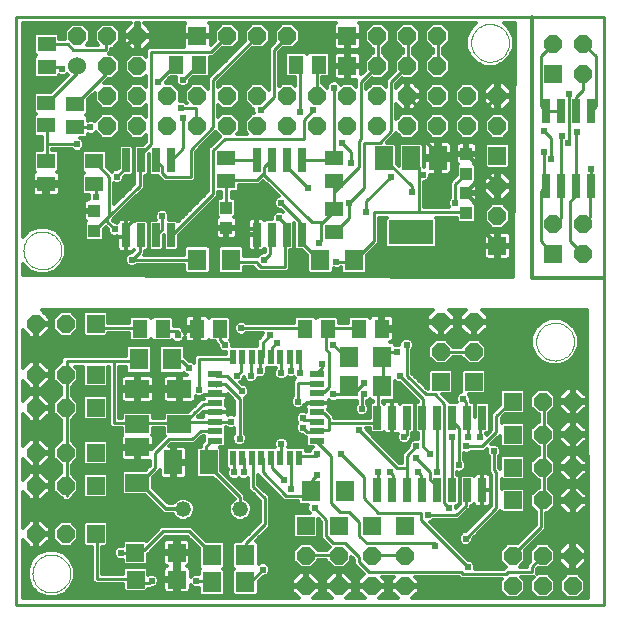
<source format=gtl>
G75*
G70*
%OFA0B0*%
%FSLAX24Y24*%
%IPPOS*%
%LPD*%
%AMOC8*
5,1,8,0,0,1.08239X$1,22.5*
%
%ADD10C,0.0000*%
%ADD11C,0.0100*%
%ADD12C,0.0120*%
%ADD13OC8,0.0600*%
%ADD14R,0.0630X0.0710*%
%ADD15R,0.0787X0.0591*%
%ADD16R,0.0591X0.0787*%
%ADD17C,0.0520*%
%ADD18R,0.0260X0.0800*%
%ADD19R,0.0500X0.0220*%
%ADD20R,0.0220X0.0500*%
%ADD21R,0.0591X0.0591*%
%ADD22C,0.0600*%
%ADD23R,0.0591X0.0512*%
%ADD24R,0.0512X0.0591*%
%ADD25R,0.0600X0.0600*%
%ADD26R,0.0590X0.0790*%
%ADD27R,0.1500X0.0790*%
%ADD28R,0.0394X0.0433*%
%ADD29C,0.0320*%
%ADD30C,0.0240*%
D10*
X000873Y001262D02*
X000875Y001312D01*
X000881Y001362D01*
X000891Y001411D01*
X000905Y001459D01*
X000922Y001506D01*
X000943Y001551D01*
X000968Y001595D01*
X000996Y001636D01*
X001028Y001675D01*
X001062Y001712D01*
X001099Y001746D01*
X001139Y001776D01*
X001181Y001803D01*
X001225Y001827D01*
X001271Y001848D01*
X001318Y001864D01*
X001366Y001877D01*
X001416Y001886D01*
X001465Y001891D01*
X001516Y001892D01*
X001566Y001889D01*
X001615Y001882D01*
X001664Y001871D01*
X001712Y001856D01*
X001758Y001838D01*
X001803Y001816D01*
X001846Y001790D01*
X001887Y001761D01*
X001926Y001729D01*
X001962Y001694D01*
X001994Y001656D01*
X002024Y001616D01*
X002051Y001573D01*
X002074Y001529D01*
X002093Y001483D01*
X002109Y001435D01*
X002121Y001386D01*
X002129Y001337D01*
X002133Y001287D01*
X002133Y001237D01*
X002129Y001187D01*
X002121Y001138D01*
X002109Y001089D01*
X002093Y001041D01*
X002074Y000995D01*
X002051Y000951D01*
X002024Y000908D01*
X001994Y000868D01*
X001962Y000830D01*
X001926Y000795D01*
X001887Y000763D01*
X001846Y000734D01*
X001803Y000708D01*
X001758Y000686D01*
X001712Y000668D01*
X001664Y000653D01*
X001615Y000642D01*
X001566Y000635D01*
X001516Y000632D01*
X001465Y000633D01*
X001416Y000638D01*
X001366Y000647D01*
X001318Y000660D01*
X001271Y000676D01*
X001225Y000697D01*
X001181Y000721D01*
X001139Y000748D01*
X001099Y000778D01*
X001062Y000812D01*
X001028Y000849D01*
X000996Y000888D01*
X000968Y000929D01*
X000943Y000973D01*
X000922Y001018D01*
X000905Y001065D01*
X000891Y001113D01*
X000881Y001162D01*
X000875Y001212D01*
X000873Y001262D01*
X017663Y008992D02*
X017665Y009042D01*
X017671Y009092D01*
X017681Y009141D01*
X017695Y009189D01*
X017712Y009236D01*
X017733Y009281D01*
X017758Y009325D01*
X017786Y009366D01*
X017818Y009405D01*
X017852Y009442D01*
X017889Y009476D01*
X017929Y009506D01*
X017971Y009533D01*
X018015Y009557D01*
X018061Y009578D01*
X018108Y009594D01*
X018156Y009607D01*
X018206Y009616D01*
X018255Y009621D01*
X018306Y009622D01*
X018356Y009619D01*
X018405Y009612D01*
X018454Y009601D01*
X018502Y009586D01*
X018548Y009568D01*
X018593Y009546D01*
X018636Y009520D01*
X018677Y009491D01*
X018716Y009459D01*
X018752Y009424D01*
X018784Y009386D01*
X018814Y009346D01*
X018841Y009303D01*
X018864Y009259D01*
X018883Y009213D01*
X018899Y009165D01*
X018911Y009116D01*
X018919Y009067D01*
X018923Y009017D01*
X018923Y008967D01*
X018919Y008917D01*
X018911Y008868D01*
X018899Y008819D01*
X018883Y008771D01*
X018864Y008725D01*
X018841Y008681D01*
X018814Y008638D01*
X018784Y008598D01*
X018752Y008560D01*
X018716Y008525D01*
X018677Y008493D01*
X018636Y008464D01*
X018593Y008438D01*
X018548Y008416D01*
X018502Y008398D01*
X018454Y008383D01*
X018405Y008372D01*
X018356Y008365D01*
X018306Y008362D01*
X018255Y008363D01*
X018206Y008368D01*
X018156Y008377D01*
X018108Y008390D01*
X018061Y008406D01*
X018015Y008427D01*
X017971Y008451D01*
X017929Y008478D01*
X017889Y008508D01*
X017852Y008542D01*
X017818Y008579D01*
X017786Y008618D01*
X017758Y008659D01*
X017733Y008703D01*
X017712Y008748D01*
X017695Y008795D01*
X017681Y008843D01*
X017671Y008892D01*
X017665Y008942D01*
X017663Y008992D01*
X000573Y012032D02*
X000575Y012082D01*
X000581Y012132D01*
X000591Y012181D01*
X000605Y012229D01*
X000622Y012276D01*
X000643Y012321D01*
X000668Y012365D01*
X000696Y012406D01*
X000728Y012445D01*
X000762Y012482D01*
X000799Y012516D01*
X000839Y012546D01*
X000881Y012573D01*
X000925Y012597D01*
X000971Y012618D01*
X001018Y012634D01*
X001066Y012647D01*
X001116Y012656D01*
X001165Y012661D01*
X001216Y012662D01*
X001266Y012659D01*
X001315Y012652D01*
X001364Y012641D01*
X001412Y012626D01*
X001458Y012608D01*
X001503Y012586D01*
X001546Y012560D01*
X001587Y012531D01*
X001626Y012499D01*
X001662Y012464D01*
X001694Y012426D01*
X001724Y012386D01*
X001751Y012343D01*
X001774Y012299D01*
X001793Y012253D01*
X001809Y012205D01*
X001821Y012156D01*
X001829Y012107D01*
X001833Y012057D01*
X001833Y012007D01*
X001829Y011957D01*
X001821Y011908D01*
X001809Y011859D01*
X001793Y011811D01*
X001774Y011765D01*
X001751Y011721D01*
X001724Y011678D01*
X001694Y011638D01*
X001662Y011600D01*
X001626Y011565D01*
X001587Y011533D01*
X001546Y011504D01*
X001503Y011478D01*
X001458Y011456D01*
X001412Y011438D01*
X001364Y011423D01*
X001315Y011412D01*
X001266Y011405D01*
X001216Y011402D01*
X001165Y011403D01*
X001116Y011408D01*
X001066Y011417D01*
X001018Y011430D01*
X000971Y011446D01*
X000925Y011467D01*
X000881Y011491D01*
X000839Y011518D01*
X000799Y011548D01*
X000762Y011582D01*
X000728Y011619D01*
X000696Y011658D01*
X000668Y011699D01*
X000643Y011743D01*
X000622Y011788D01*
X000605Y011835D01*
X000591Y011883D01*
X000581Y011932D01*
X000575Y011982D01*
X000573Y012032D01*
X015493Y018952D02*
X015495Y019002D01*
X015501Y019052D01*
X015511Y019101D01*
X015525Y019149D01*
X015542Y019196D01*
X015563Y019241D01*
X015588Y019285D01*
X015616Y019326D01*
X015648Y019365D01*
X015682Y019402D01*
X015719Y019436D01*
X015759Y019466D01*
X015801Y019493D01*
X015845Y019517D01*
X015891Y019538D01*
X015938Y019554D01*
X015986Y019567D01*
X016036Y019576D01*
X016085Y019581D01*
X016136Y019582D01*
X016186Y019579D01*
X016235Y019572D01*
X016284Y019561D01*
X016332Y019546D01*
X016378Y019528D01*
X016423Y019506D01*
X016466Y019480D01*
X016507Y019451D01*
X016546Y019419D01*
X016582Y019384D01*
X016614Y019346D01*
X016644Y019306D01*
X016671Y019263D01*
X016694Y019219D01*
X016713Y019173D01*
X016729Y019125D01*
X016741Y019076D01*
X016749Y019027D01*
X016753Y018977D01*
X016753Y018927D01*
X016749Y018877D01*
X016741Y018828D01*
X016729Y018779D01*
X016713Y018731D01*
X016694Y018685D01*
X016671Y018641D01*
X016644Y018598D01*
X016614Y018558D01*
X016582Y018520D01*
X016546Y018485D01*
X016507Y018453D01*
X016466Y018424D01*
X016423Y018398D01*
X016378Y018376D01*
X016332Y018358D01*
X016284Y018343D01*
X016235Y018332D01*
X016186Y018325D01*
X016136Y018322D01*
X016085Y018323D01*
X016036Y018328D01*
X015986Y018337D01*
X015938Y018350D01*
X015891Y018366D01*
X015845Y018387D01*
X015801Y018411D01*
X015759Y018438D01*
X015719Y018468D01*
X015682Y018502D01*
X015648Y018539D01*
X015616Y018578D01*
X015588Y018619D01*
X015563Y018663D01*
X015542Y018708D01*
X015525Y018755D01*
X015511Y018803D01*
X015501Y018852D01*
X015495Y018902D01*
X015493Y018952D01*
D11*
X000333Y019822D02*
X000333Y000222D01*
X019933Y000222D01*
X019933Y011122D01*
X019933Y019822D01*
X017533Y019822D01*
X000333Y019822D01*
X001343Y018906D02*
X001356Y018904D01*
X002049Y018904D01*
X002238Y018715D01*
X003309Y018715D01*
X003309Y019156D01*
X003369Y019173D01*
X004821Y018652D02*
X004821Y015566D01*
X004506Y015251D01*
X004506Y015062D01*
X004493Y015032D01*
X004443Y014999D01*
X004443Y014180D01*
X003466Y013204D01*
X003435Y013235D01*
X003435Y014495D01*
X002994Y014936D01*
X002933Y014996D01*
X003687Y014495D02*
X003939Y014747D01*
X003939Y014999D01*
X003993Y015032D01*
X004993Y015032D02*
X005010Y014999D01*
X005199Y014810D01*
X005199Y014621D01*
X005325Y014495D01*
X006144Y014495D01*
X006144Y015377D01*
X006900Y016133D01*
X006900Y017708D01*
X008348Y019156D01*
X008370Y019187D01*
X008915Y018715D02*
X009356Y019156D01*
X009370Y019187D01*
X008915Y018715D02*
X008915Y017141D01*
X008474Y016700D01*
X009797Y016637D02*
X009797Y018086D01*
X009671Y018211D01*
X009659Y018222D01*
X010364Y018211D02*
X010407Y018222D01*
X010364Y018211D02*
X010364Y017204D01*
X010363Y017182D01*
X010238Y016700D02*
X009923Y016385D01*
X009923Y015755D01*
X007277Y015755D01*
X006900Y015377D01*
X006900Y013928D01*
X005514Y012542D01*
X005493Y012532D01*
X005199Y012731D02*
X005199Y013172D01*
X005199Y012731D02*
X005010Y012542D01*
X004993Y012532D01*
X004493Y012532D02*
X004443Y012479D01*
X004443Y011975D01*
X004191Y011723D01*
X006333Y011723D01*
X006373Y011722D01*
X007492Y011722D02*
X007529Y011660D01*
X008348Y011660D01*
X008348Y011597D01*
X008474Y011471D01*
X009293Y011471D01*
X009293Y012542D01*
X009343Y012562D01*
X009293Y012605D01*
X009293Y012920D01*
X009104Y013109D01*
X009167Y013613D02*
X009797Y012983D01*
X009797Y012605D01*
X009843Y012562D01*
X009860Y012542D01*
X009860Y012290D01*
X010427Y011723D01*
X010473Y011722D01*
X010994Y011660D02*
X011561Y011660D01*
X011592Y011722D01*
X011624Y011723D01*
X012254Y012353D01*
X012254Y013298D01*
X013766Y013298D01*
X013766Y014558D01*
X013892Y014558D01*
X013766Y014558D02*
X013766Y014810D01*
X013514Y015062D01*
X013493Y015112D01*
X012632Y015062D02*
X012593Y015112D01*
X012632Y015062D02*
X013514Y014180D01*
X013514Y013991D01*
X013766Y013298D02*
X015277Y013298D01*
X015333Y013287D01*
X014963Y013613D02*
X014963Y014243D01*
X015277Y014558D01*
X015333Y014587D01*
X017823Y014002D02*
X017823Y012332D01*
X018233Y011922D01*
X018803Y012332D02*
X018803Y013682D01*
X018943Y013822D01*
X018953Y014132D01*
X018983Y014172D01*
X018983Y015942D01*
X019013Y015972D01*
X018763Y016202D02*
X018743Y016222D01*
X018743Y017232D01*
X018993Y017142D02*
X019223Y017372D01*
X019223Y017912D01*
X019232Y017916D01*
X019643Y018502D02*
X019233Y018912D01*
X019232Y018916D01*
X019643Y018502D02*
X019643Y016832D01*
X019483Y016672D01*
X018983Y016672D02*
X018993Y017022D01*
X018993Y017142D01*
X017983Y016672D02*
X017953Y016712D01*
X017813Y016852D01*
X017813Y018502D01*
X018223Y018912D01*
X018232Y018916D01*
X014396Y019156D02*
X014396Y018211D01*
X014373Y018182D01*
X013388Y018211D02*
X013373Y018182D01*
X013325Y018149D01*
X012821Y017645D01*
X012821Y016007D01*
X012443Y015629D01*
X011939Y015629D01*
X011939Y014117D01*
X011435Y013613D01*
X011435Y013109D01*
X010994Y012668D01*
X010933Y012648D01*
X010490Y012920D02*
X010490Y012353D01*
X010427Y012290D01*
X010490Y012920D02*
X010522Y012952D01*
X010490Y012983D01*
X010175Y012983D01*
X008569Y014589D01*
X008600Y014621D01*
X008600Y014810D01*
X008789Y014999D01*
X008843Y015062D01*
X008343Y015062D02*
X008285Y015062D01*
X007340Y015062D01*
X007333Y015096D01*
X008348Y014369D02*
X008569Y014589D01*
X008348Y014369D02*
X007340Y014369D01*
X007333Y014348D01*
X007340Y014306D01*
X007340Y013487D01*
X007333Y013456D01*
X008789Y012542D02*
X008843Y012562D01*
X008789Y012542D02*
X008789Y011912D01*
X008600Y011723D01*
X010522Y012952D02*
X010931Y013361D01*
X010933Y013396D01*
X010931Y013424D01*
X010931Y013991D01*
X011750Y014810D01*
X011750Y015692D01*
X011813Y015755D01*
X011813Y017645D01*
X012317Y018149D01*
X012373Y018182D01*
X012380Y018211D01*
X012380Y019156D01*
X012370Y019178D01*
X013370Y019178D02*
X013388Y019156D01*
X013388Y018211D01*
X014370Y019178D02*
X014396Y019156D01*
X010931Y017456D02*
X010931Y015125D01*
X010933Y015096D01*
X010931Y015062D01*
X009860Y015062D01*
X009843Y015062D01*
X009356Y014999D02*
X009356Y014810D01*
X010049Y014117D01*
X010931Y013991D02*
X010931Y014306D01*
X010933Y014348D01*
X011498Y014936D02*
X011498Y015314D01*
X011183Y015629D01*
X009343Y015062D02*
X009356Y014999D01*
X012002Y013676D02*
X012002Y013298D01*
X012002Y013676D02*
X012821Y014495D01*
X017823Y014002D02*
X017953Y014132D01*
X017983Y014172D01*
X017933Y014222D01*
X017933Y015312D01*
X018163Y015072D02*
X018163Y015792D01*
X017933Y016022D01*
X018483Y015812D02*
X018483Y014172D01*
X018483Y013112D01*
X018233Y012922D01*
X018803Y012332D02*
X019233Y011922D01*
X019233Y012922D02*
X019453Y013142D01*
X019453Y014132D01*
X019483Y014172D01*
X019483Y014732D01*
X019503Y014752D01*
X018713Y015612D02*
X018763Y015662D01*
X018763Y016202D01*
X018533Y015862D02*
X018483Y015812D01*
X018483Y016672D02*
X017983Y016672D01*
X018953Y013832D02*
X018943Y013822D01*
X011759Y009422D02*
X011692Y009434D01*
X010748Y009434D01*
X010707Y009422D01*
X010669Y009356D01*
X010669Y008726D01*
X010748Y008647D01*
X010748Y007466D01*
X010590Y007308D01*
X010354Y007308D01*
X010348Y007269D01*
X010348Y007584D02*
X010275Y007623D01*
X009724Y007623D01*
X009724Y006993D01*
X010348Y006639D02*
X010354Y006600D01*
X010590Y006600D01*
X010748Y006442D01*
X010748Y006285D01*
X012322Y006285D01*
X012322Y006442D01*
X012363Y006457D01*
X012401Y006521D01*
X012401Y007387D01*
X012480Y007466D01*
X012532Y007497D01*
X012559Y007545D01*
X012559Y008489D01*
X012532Y008492D01*
X012559Y008568D01*
X012559Y008647D01*
X013031Y008647D01*
X013346Y008883D02*
X013346Y007860D01*
X013976Y007230D01*
X014291Y007230D01*
X014606Y006915D01*
X014606Y003608D01*
X014763Y003450D01*
X015000Y003214D02*
X014055Y003214D01*
X013818Y003293D02*
X013818Y003056D01*
X015393Y001482D01*
X015157Y001324D02*
X015236Y001245D01*
X016653Y001245D01*
X016732Y001324D01*
X017519Y001324D01*
X017519Y001482D01*
X017834Y001797D01*
X017878Y001852D01*
X017834Y002820D02*
X016889Y001875D01*
X016878Y001852D01*
X015314Y002426D02*
X016338Y003450D01*
X016338Y004631D01*
X016259Y004710D01*
X016259Y005340D01*
X015866Y005497D02*
X015314Y005497D01*
X015393Y005812D02*
X015393Y006442D01*
X015363Y006457D01*
X015314Y006521D01*
X015314Y006993D01*
X015236Y007072D01*
X014921Y006442D02*
X014863Y006457D01*
X014921Y006442D02*
X014921Y006285D01*
X015078Y006127D01*
X015078Y004867D01*
X014370Y004631D02*
X014370Y006442D01*
X014363Y006457D01*
X013897Y006442D02*
X013863Y006457D01*
X013897Y006521D01*
X013897Y007072D01*
X013110Y007860D01*
X011929Y007623D02*
X011692Y007387D01*
X011377Y007387D01*
X011413Y007497D01*
X011377Y007466D01*
X011377Y007387D01*
X011377Y007230D01*
X010905Y007230D01*
X011850Y007151D02*
X011850Y006757D01*
X011850Y007151D02*
X011929Y007230D01*
X013346Y006442D02*
X013363Y006457D01*
X013346Y006442D02*
X013346Y005891D01*
X013267Y005812D01*
X013661Y005497D02*
X013346Y005182D01*
X013346Y004789D01*
X013346Y004080D01*
X013363Y004037D01*
X012874Y004080D02*
X012863Y004037D01*
X012874Y004080D02*
X012874Y004552D01*
X012795Y004631D01*
X013031Y004789D02*
X013346Y004789D01*
X013031Y004789D02*
X011771Y006049D01*
X010748Y006049D02*
X010748Y006285D01*
X010748Y006049D02*
X010354Y006049D01*
X010348Y006009D01*
X010275Y005970D01*
X010039Y005970D01*
X009881Y006127D01*
X009881Y006363D02*
X009881Y006442D01*
X009881Y006363D02*
X010275Y006363D01*
X010348Y006324D01*
X010348Y005694D02*
X010354Y005655D01*
X010826Y005182D01*
X010826Y003608D01*
X011112Y003322D01*
X011433Y003322D01*
X011771Y002983D01*
X011771Y002505D01*
X012007Y002269D01*
X014291Y002269D01*
X014291Y002190D01*
X013283Y001852D02*
X013267Y001875D01*
X012244Y001875D01*
X012183Y001852D01*
X011771Y001797D02*
X011771Y001639D01*
X012086Y001324D01*
X015157Y001324D01*
X017834Y002820D02*
X017834Y003686D01*
X017883Y003698D01*
X017913Y003765D01*
X017913Y004789D01*
X017883Y004795D01*
X017913Y004867D01*
X017913Y005891D01*
X017883Y005895D01*
X017913Y005970D01*
X017913Y006993D01*
X017883Y006995D01*
X016883Y006995D02*
X016811Y006993D01*
X016338Y006521D01*
X016338Y005970D01*
X015866Y005497D01*
X015787Y005812D02*
X015787Y006442D01*
X015863Y006457D01*
X014842Y005812D02*
X014842Y004080D01*
X014863Y004037D01*
X014363Y004037D02*
X014291Y004080D01*
X014291Y004237D01*
X014133Y004395D01*
X014133Y004631D01*
X013661Y005104D01*
X013897Y005497D02*
X014133Y005261D01*
X013897Y005497D02*
X013897Y006442D01*
X011929Y004474D02*
X011141Y005261D01*
X010354Y005261D02*
X010354Y005182D01*
X009803Y005182D01*
X009760Y005107D01*
X009488Y005104D02*
X009445Y005107D01*
X009488Y005104D02*
X009488Y004080D01*
X009330Y003844D02*
X010118Y003844D01*
X010118Y004001D01*
X010158Y004007D01*
X010196Y004080D01*
X010196Y004395D01*
X010354Y004552D01*
X009251Y004395D02*
X008858Y004789D01*
X008858Y005104D01*
X008815Y005107D01*
X008543Y005104D02*
X008500Y005107D01*
X008543Y005104D02*
X008543Y004631D01*
X009330Y003844D01*
X008622Y003765D02*
X008622Y002899D01*
X007992Y002269D01*
X007992Y001954D01*
X007972Y001882D01*
X008550Y001393D02*
X008134Y000977D01*
X007972Y000977D01*
X007930Y000977D01*
X006853Y000977D02*
X006811Y001009D01*
X006338Y001009D01*
X006853Y001882D02*
X006811Y001954D01*
X006102Y002663D01*
X005236Y002663D01*
X004606Y002033D01*
X004370Y002033D01*
X004304Y001962D01*
X004291Y001954D01*
X003818Y001954D01*
X003031Y002269D02*
X002983Y002582D01*
X003031Y002269D02*
X003031Y001088D01*
X004291Y001088D01*
X004309Y001062D01*
X004370Y001009D01*
X004370Y000930D01*
X004763Y000930D01*
X004842Y001009D01*
X007794Y003407D02*
X007794Y003800D01*
X006841Y004753D01*
X006841Y004871D01*
X006750Y004963D01*
X006695Y005018D01*
X006695Y005280D01*
X006666Y005309D01*
X006666Y005508D01*
X006852Y005694D01*
X006968Y005694D01*
X006968Y006009D02*
X006476Y006009D01*
X006203Y005737D01*
X005419Y005737D01*
X004968Y005286D01*
X004968Y004794D01*
X004617Y004443D01*
X004524Y004443D01*
X004368Y004286D01*
X001983Y004185D02*
X002007Y003844D01*
X002007Y004867D01*
X001983Y005288D01*
X002007Y004946D01*
X002007Y006363D01*
X001983Y006785D01*
X002007Y006442D01*
X002007Y007466D01*
X001983Y007889D01*
X002007Y007545D01*
X002007Y008332D01*
X003582Y008332D01*
X003582Y006285D01*
X004370Y006285D01*
X004373Y006236D01*
X004448Y006285D01*
X005708Y006285D01*
X005773Y006236D01*
X005861Y006324D01*
X006968Y006324D01*
X007486Y006324D01*
X007489Y006327D01*
X006968Y006324D02*
X006889Y006285D01*
X006259Y006600D02*
X006257Y006600D01*
X006081Y006424D01*
X005960Y006424D01*
X005773Y006236D01*
X005787Y006285D01*
X006259Y006600D02*
X006574Y006915D01*
X006889Y006915D01*
X006968Y006954D01*
X007286Y007569D02*
X007776Y007079D01*
X007776Y005751D01*
X007870Y005107D02*
X007913Y005104D01*
X007913Y004631D01*
X007598Y004631D02*
X007598Y005104D01*
X007555Y005107D01*
X008185Y005107D02*
X008228Y005104D01*
X008228Y004159D01*
X008622Y003765D01*
X010275Y003450D02*
X010669Y003056D01*
X010669Y002505D01*
X010905Y002269D01*
X011299Y002269D01*
X011771Y001797D01*
X011083Y001852D02*
X011063Y001875D01*
X010039Y001875D01*
X009983Y001852D01*
X011929Y003765D02*
X012401Y003293D01*
X013818Y003293D01*
X015000Y003214D02*
X015314Y003529D01*
X015314Y004001D01*
X015363Y004037D01*
X013863Y004037D02*
X013818Y004080D01*
X013818Y004552D01*
X013740Y004631D01*
X012401Y004631D02*
X012401Y004080D01*
X012363Y004037D01*
X011929Y003765D02*
X011929Y004474D01*
X009173Y005182D02*
X009130Y005107D01*
X009173Y005182D02*
X009173Y005576D01*
X007866Y007340D02*
X007362Y007844D01*
X006984Y007844D01*
X006968Y007899D01*
X006968Y007584D02*
X006983Y007569D01*
X007286Y007569D01*
X006984Y007529D02*
X006968Y007584D01*
X006417Y007387D02*
X006417Y008411D01*
X007519Y008411D01*
X007555Y008487D01*
X007834Y008411D02*
X007870Y008487D01*
X007834Y008411D02*
X007834Y008017D01*
X007677Y007860D01*
X008149Y007860D02*
X008149Y008411D01*
X008185Y008487D01*
X008464Y008411D02*
X008500Y008487D01*
X008543Y008489D01*
X008543Y008962D01*
X008779Y009198D01*
X009015Y008962D02*
X008858Y008804D01*
X008858Y008489D01*
X008815Y008487D01*
X009130Y008487D02*
X009173Y008411D01*
X009173Y007938D01*
X009488Y008017D02*
X009488Y008411D01*
X009445Y008487D01*
X009760Y008487D02*
X009803Y008411D01*
X009803Y007938D01*
X010348Y007899D02*
X010354Y007938D01*
X010511Y008096D01*
X010511Y008253D01*
X010905Y008883D02*
X011220Y008568D01*
X011377Y008568D01*
X011413Y008492D01*
X009959Y009422D02*
X009881Y009434D01*
X007834Y009434D01*
X007126Y009356D02*
X007126Y009041D01*
X007283Y008883D01*
X007126Y009356D02*
X007107Y009422D01*
X005708Y009356D02*
X005708Y009198D01*
X005708Y009356D02*
X005236Y009356D01*
X005207Y009422D01*
X004459Y009422D02*
X004448Y009434D01*
X003031Y009434D01*
X002982Y009582D01*
X003582Y008332D02*
X004370Y008332D01*
X004413Y008397D01*
X005532Y008397D02*
X005551Y008332D01*
X005866Y008332D01*
X006102Y008096D01*
X008464Y008017D02*
X008464Y008411D01*
X014483Y008652D02*
X014527Y008647D01*
X015551Y008647D01*
X015583Y008652D01*
X005892Y015440D02*
X005514Y015062D01*
X005493Y015032D01*
X005892Y015440D02*
X005892Y016448D01*
X006333Y016196D02*
X006363Y016182D01*
X006333Y016196D02*
X006333Y016763D01*
X005829Y016763D01*
X005073Y017645D02*
X005640Y018211D01*
X005669Y018222D01*
X005892Y017708D02*
X006396Y018211D01*
X006417Y018222D01*
X006837Y018652D02*
X004821Y018652D01*
X003369Y018173D02*
X003309Y018149D01*
X003309Y017897D01*
X002364Y016952D01*
X002303Y016906D01*
X001356Y016952D02*
X001333Y016946D01*
X001356Y016952D02*
X002364Y017960D01*
X002364Y018149D01*
X002369Y018173D01*
X001860Y018149D02*
X001860Y018086D01*
X001860Y018149D02*
X001356Y018149D01*
X001343Y018158D01*
X001333Y016198D02*
X001356Y016196D01*
X001356Y015566D01*
X002364Y015566D01*
X002364Y016133D02*
X002303Y016158D01*
X002364Y016133D02*
X002805Y016133D01*
X001356Y015566D02*
X001356Y014999D01*
X001333Y014996D01*
X002933Y014248D02*
X002994Y014243D01*
X002994Y013802D01*
X003466Y013204D02*
X003340Y013078D01*
X003372Y013046D01*
X003372Y012983D01*
X003624Y012731D01*
X003340Y013078D02*
X002994Y012731D01*
X002933Y012687D01*
X006837Y018652D02*
X007340Y019156D01*
X007370Y019187D01*
D12*
X007790Y019189D02*
X007950Y019189D01*
X007950Y019307D02*
X007790Y019307D01*
X007790Y019361D02*
X007544Y019607D01*
X007196Y019607D01*
X006950Y019361D01*
X006950Y019013D01*
X006953Y019009D01*
X006830Y018886D01*
X006830Y019147D01*
X006410Y019147D01*
X006410Y019227D01*
X006830Y019227D01*
X006830Y019508D01*
X006819Y019548D01*
X006798Y019585D01*
X006771Y019612D01*
X010982Y019612D01*
X010971Y019606D01*
X010942Y019576D01*
X010921Y019539D01*
X010910Y019499D01*
X010910Y019218D01*
X011329Y019218D01*
X011329Y019138D01*
X010910Y019138D01*
X010910Y018857D01*
X010921Y018816D01*
X010942Y018779D01*
X010971Y018750D01*
X011008Y018729D01*
X011049Y018718D01*
X011330Y018718D01*
X011330Y019137D01*
X011410Y019137D01*
X011410Y018718D01*
X011691Y018718D01*
X011731Y018729D01*
X011768Y018750D01*
X011798Y018779D01*
X011819Y018816D01*
X011830Y018857D01*
X011830Y019138D01*
X011410Y019138D01*
X011410Y019218D01*
X011830Y019218D01*
X011830Y019499D01*
X011819Y019539D01*
X011798Y019576D01*
X011768Y019606D01*
X011757Y019612D01*
X015666Y019612D01*
X015453Y019399D01*
X015333Y019109D01*
X015333Y018795D01*
X015453Y018504D01*
X015675Y018282D01*
X015965Y018162D01*
X016280Y018162D01*
X016570Y018282D01*
X016792Y018504D01*
X016912Y018795D01*
X016912Y019109D01*
X016792Y019399D01*
X016580Y019612D01*
X016941Y019612D01*
X016893Y011162D01*
X000543Y011221D01*
X000543Y011575D01*
X000755Y011362D01*
X001045Y011242D01*
X001360Y011242D01*
X001650Y011362D01*
X001872Y011584D01*
X001992Y011875D01*
X001992Y012189D01*
X001872Y012479D01*
X001650Y012701D01*
X001360Y012822D01*
X001045Y012822D01*
X000755Y012701D01*
X000543Y012489D01*
X000543Y019612D01*
X004157Y019612D01*
X003909Y019363D01*
X003909Y019213D01*
X004328Y019213D01*
X004328Y019133D01*
X003909Y019133D01*
X003909Y018982D01*
X004178Y018713D01*
X004329Y018713D01*
X004329Y019132D01*
X004409Y019132D01*
X004409Y018713D01*
X004559Y018713D01*
X004829Y018982D01*
X004829Y019133D01*
X004409Y019133D01*
X004409Y019213D01*
X004829Y019213D01*
X004829Y019363D01*
X004580Y019612D01*
X005968Y019612D01*
X005942Y019585D01*
X005921Y019548D01*
X005910Y019508D01*
X005910Y019227D01*
X006329Y019227D01*
X006329Y019147D01*
X005910Y019147D01*
X005910Y018866D01*
X005921Y018825D01*
X005922Y018822D01*
X004891Y018822D01*
X004750Y018822D01*
X004651Y018723D01*
X004651Y018484D01*
X004543Y018593D01*
X004195Y018593D01*
X003949Y018347D01*
X003949Y017999D01*
X004195Y017753D01*
X004543Y017753D01*
X004651Y017861D01*
X004651Y017487D01*
X004537Y017602D01*
X004189Y017602D01*
X003943Y017356D01*
X003943Y017008D01*
X004189Y016762D01*
X004537Y016762D01*
X004651Y016876D01*
X004651Y016487D01*
X004537Y016602D01*
X004189Y016602D01*
X003943Y016356D01*
X003943Y016008D01*
X004189Y015762D01*
X004537Y015762D01*
X004651Y015876D01*
X004651Y015636D01*
X004566Y015552D01*
X004313Y015552D01*
X004243Y015481D01*
X004243Y014582D01*
X004273Y014552D01*
X004273Y014250D01*
X003605Y013582D01*
X003605Y014269D01*
X003639Y014255D01*
X003735Y014255D01*
X003823Y014291D01*
X003890Y014359D01*
X003927Y014447D01*
X003927Y014495D01*
X003944Y014512D01*
X004172Y014512D01*
X004243Y014582D01*
X004243Y015481D01*
X004172Y015552D01*
X003813Y015552D01*
X003743Y015481D01*
X003743Y014791D01*
X003687Y014735D01*
X003639Y014735D01*
X003551Y014698D01*
X003511Y014659D01*
X003505Y014665D01*
X003348Y014822D01*
X003348Y015301D01*
X003278Y015372D01*
X002588Y015372D01*
X002517Y015301D01*
X002517Y014690D01*
X002586Y014622D01*
X002517Y014553D01*
X002517Y013942D01*
X002588Y013872D01*
X002763Y013872D01*
X002754Y013850D01*
X002754Y013754D01*
X002763Y013733D01*
X002715Y013733D01*
X002674Y013722D01*
X002637Y013701D01*
X002608Y013671D01*
X002587Y013635D01*
X002576Y013594D01*
X002576Y013395D01*
X002894Y013395D01*
X002894Y013318D01*
X002576Y013318D01*
X002576Y013119D01*
X002587Y013078D01*
X002608Y013042D01*
X002637Y013012D01*
X002661Y012998D01*
X002616Y012953D01*
X002616Y012421D01*
X002686Y012351D01*
X003179Y012351D01*
X003249Y012421D01*
X003249Y012746D01*
X003309Y012806D01*
X003384Y012731D01*
X003384Y012683D01*
X003420Y012595D01*
X003488Y012528D01*
X003576Y012491D01*
X003672Y012491D01*
X003703Y012504D01*
X003703Y012111D01*
X003714Y012070D01*
X003735Y012033D01*
X003764Y012004D01*
X003801Y011983D01*
X003841Y011972D01*
X003988Y011972D01*
X003988Y012526D01*
X003998Y012526D01*
X003998Y011972D01*
X004144Y011972D01*
X004184Y011983D01*
X004221Y012004D01*
X004251Y012033D01*
X004265Y012059D01*
X004273Y012052D01*
X004273Y012046D01*
X004190Y011963D01*
X004143Y011963D01*
X004055Y011927D01*
X003987Y011859D01*
X003951Y011771D01*
X003951Y011676D01*
X003987Y011587D01*
X004055Y011520D01*
X004143Y011483D01*
X004239Y011483D01*
X005938Y011483D01*
X005938Y011553D02*
X005938Y011317D01*
X006008Y011247D01*
X006737Y011247D01*
X006808Y011317D01*
X006808Y012126D01*
X006737Y012197D01*
X006008Y012197D01*
X005938Y012126D01*
X005938Y011893D01*
X004601Y011893D01*
X004613Y011905D01*
X004613Y012012D01*
X004672Y012012D01*
X004743Y012082D01*
X004813Y012012D01*
X005172Y012012D01*
X005243Y012082D01*
X005313Y012012D01*
X005672Y012012D01*
X005743Y012082D01*
X005743Y012531D01*
X006970Y013758D01*
X007069Y013858D01*
X007069Y013972D01*
X007170Y013972D01*
X007170Y013793D01*
X007086Y013793D01*
X007016Y013723D01*
X007016Y013190D01*
X007061Y013145D01*
X007037Y013132D01*
X007008Y013102D01*
X006987Y013065D01*
X006976Y013025D01*
X006976Y012826D01*
X007294Y012826D01*
X007294Y012749D01*
X006976Y012749D01*
X006976Y012549D01*
X006987Y012509D01*
X007008Y012472D01*
X007037Y012443D01*
X007074Y012421D01*
X007115Y012411D01*
X007294Y012411D01*
X007294Y012748D01*
X007371Y012748D01*
X007371Y012411D01*
X007551Y012411D01*
X007591Y012421D01*
X007628Y012443D01*
X007657Y012472D01*
X007679Y012509D01*
X007689Y012549D01*
X007689Y012749D01*
X007371Y012749D01*
X007371Y012826D01*
X007689Y012826D01*
X007689Y013025D01*
X007679Y013065D01*
X007657Y013102D01*
X007628Y013132D01*
X007604Y013145D01*
X007649Y013190D01*
X007649Y013723D01*
X007579Y013793D01*
X007510Y013793D01*
X007510Y013972D01*
X007678Y013972D01*
X007748Y014042D01*
X007748Y014199D01*
X008419Y014199D01*
X008518Y014299D01*
X008569Y014349D01*
X009081Y013837D01*
X009031Y013816D01*
X008964Y013749D01*
X008927Y013661D01*
X008927Y013565D01*
X008964Y013477D01*
X009031Y013410D01*
X009119Y013373D01*
X009167Y013373D01*
X009218Y013322D01*
X009152Y013349D01*
X009056Y013349D01*
X008968Y013313D01*
X008901Y013245D01*
X008864Y013157D01*
X008864Y013082D01*
X008663Y013082D01*
X008615Y013034D01*
X008601Y013060D01*
X008571Y013090D01*
X008534Y013111D01*
X008494Y013122D01*
X008348Y013122D01*
X008348Y012567D01*
X008338Y012567D01*
X008338Y013122D01*
X008191Y013122D01*
X008151Y013111D01*
X008114Y013090D01*
X008085Y013060D01*
X008064Y013023D01*
X008053Y012983D01*
X008053Y012567D01*
X008337Y012567D01*
X008337Y012557D01*
X008053Y012557D01*
X008053Y012141D01*
X008064Y012100D01*
X008085Y012063D01*
X008114Y012034D01*
X008151Y012013D01*
X008191Y012002D01*
X008338Y012002D01*
X008338Y012556D01*
X008348Y012556D01*
X008348Y012002D01*
X008494Y012002D01*
X008534Y012013D01*
X008571Y012034D01*
X008601Y012063D01*
X008615Y012089D01*
X008619Y012085D01*
X008619Y011983D01*
X008600Y011963D01*
X008553Y011963D01*
X008464Y011927D01*
X008397Y011859D01*
X008385Y011830D01*
X008278Y011830D01*
X007927Y011830D01*
X007927Y012126D01*
X007857Y012197D01*
X007128Y012197D01*
X007057Y012126D01*
X007057Y011317D01*
X007128Y011247D01*
X007857Y011247D01*
X007927Y011317D01*
X007927Y011490D01*
X008215Y011490D01*
X008278Y011427D01*
X008304Y011401D01*
X008404Y011301D01*
X009223Y011301D01*
X009364Y011301D01*
X009463Y011401D01*
X009463Y012042D01*
X009522Y012042D01*
X009593Y012112D01*
X009663Y012042D01*
X009868Y012042D01*
X010038Y011872D01*
X010038Y011317D01*
X010108Y011247D01*
X010837Y011247D01*
X010908Y011317D01*
X010908Y011436D01*
X010946Y011420D01*
X011042Y011420D01*
X011130Y011457D01*
X011157Y011484D01*
X011157Y011317D01*
X011228Y011247D01*
X011957Y011247D01*
X012027Y011317D01*
X012027Y011886D01*
X012424Y012283D01*
X012424Y012424D01*
X012424Y013128D01*
X012684Y013128D01*
X012633Y013076D01*
X012633Y012187D01*
X012703Y012117D01*
X014302Y012117D01*
X014373Y012187D01*
X014373Y013076D01*
X014321Y013128D01*
X015016Y013128D01*
X015016Y013021D01*
X015086Y012951D01*
X015579Y012951D01*
X015649Y013021D01*
X015649Y013553D01*
X015604Y013598D01*
X015628Y013612D01*
X015657Y013642D01*
X015679Y013678D01*
X015689Y013719D01*
X015689Y013918D01*
X015371Y013918D01*
X015371Y013995D01*
X015689Y013995D01*
X015689Y014194D01*
X015679Y014235D01*
X015657Y014271D01*
X015629Y014300D01*
X015649Y014321D01*
X015649Y014853D01*
X015604Y014898D01*
X015628Y014912D01*
X015657Y014942D01*
X015679Y014978D01*
X015689Y015019D01*
X015689Y015218D01*
X015371Y015218D01*
X015371Y015295D01*
X015294Y015295D01*
X015294Y015633D01*
X015115Y015633D01*
X015074Y015622D01*
X015037Y015601D01*
X015008Y015571D01*
X014987Y015535D01*
X014976Y015494D01*
X014976Y015295D01*
X015294Y015295D01*
X015294Y015218D01*
X014976Y015218D01*
X014976Y015019D01*
X014987Y014978D01*
X015008Y014942D01*
X015037Y014912D01*
X015061Y014898D01*
X015016Y014853D01*
X015016Y014537D01*
X014892Y014413D01*
X014793Y014313D01*
X014793Y013782D01*
X014759Y013749D01*
X014723Y013661D01*
X014723Y013565D01*
X014759Y013477D01*
X014768Y013468D01*
X013936Y013468D01*
X013936Y014318D01*
X013939Y014318D01*
X014028Y014354D01*
X014095Y014422D01*
X014132Y014510D01*
X014132Y014557D01*
X014333Y014557D01*
X014333Y015052D01*
X014452Y015052D01*
X014452Y014557D01*
X014709Y014557D01*
X014749Y014568D01*
X014786Y014589D01*
X014816Y014618D01*
X014837Y014655D01*
X014848Y014696D01*
X014848Y015052D01*
X014453Y015052D01*
X014453Y015172D01*
X014848Y015172D01*
X014848Y015528D01*
X014837Y015568D01*
X014816Y015605D01*
X014786Y015635D01*
X014749Y015656D01*
X014709Y015667D01*
X014452Y015667D01*
X014452Y015172D01*
X014333Y015172D01*
X014333Y015667D01*
X014076Y015667D01*
X014036Y015656D01*
X013999Y015635D01*
X013970Y015605D01*
X013949Y015568D01*
X013938Y015528D01*
X013938Y015172D01*
X014332Y015172D01*
X014332Y015052D01*
X013938Y015052D01*
X013938Y014798D01*
X013936Y014798D01*
X013936Y014880D01*
X013908Y014908D01*
X013908Y015556D01*
X013837Y015627D01*
X013148Y015627D01*
X013078Y015556D01*
X013078Y014856D01*
X013008Y014926D01*
X013008Y015556D01*
X012937Y015627D01*
X012681Y015627D01*
X012991Y015936D01*
X012991Y015960D01*
X013189Y015762D01*
X013537Y015762D01*
X013783Y016008D01*
X013783Y016356D01*
X013537Y016602D01*
X013189Y016602D01*
X012991Y016404D01*
X012991Y016903D01*
X013172Y016722D01*
X013323Y016722D01*
X013323Y017141D01*
X013403Y017141D01*
X013403Y016722D01*
X013553Y016722D01*
X013823Y016991D01*
X013823Y017142D01*
X013403Y017142D01*
X013403Y017222D01*
X013823Y017222D01*
X013823Y017372D01*
X013553Y017642D01*
X013403Y017642D01*
X013403Y017222D01*
X013323Y017222D01*
X013323Y017642D01*
X013172Y017642D01*
X012991Y017460D01*
X012991Y017574D01*
X013189Y017772D01*
X013199Y017762D01*
X013547Y017762D01*
X013793Y018008D01*
X013793Y018356D01*
X013558Y018591D01*
X013558Y018772D01*
X013790Y019004D01*
X013790Y019352D01*
X013544Y019598D01*
X013196Y019598D01*
X012950Y019352D01*
X012950Y019004D01*
X013196Y018758D01*
X013218Y018758D01*
X013218Y018602D01*
X013199Y018602D01*
X012953Y018356D01*
X012953Y018017D01*
X012750Y017815D01*
X012651Y017715D01*
X012651Y017487D01*
X012537Y017602D01*
X012189Y017602D01*
X011983Y017396D01*
X011983Y017574D01*
X012185Y017776D01*
X012199Y017762D01*
X012547Y017762D01*
X012793Y018008D01*
X012793Y018356D01*
X012550Y018598D01*
X012550Y018764D01*
X012790Y019004D01*
X012790Y019352D01*
X012544Y019598D01*
X012196Y019598D01*
X011950Y019352D01*
X011950Y019004D01*
X012196Y018758D01*
X012210Y018758D01*
X012210Y018602D01*
X012199Y018602D01*
X011953Y018356D01*
X011953Y018025D01*
X011833Y017905D01*
X011833Y018142D01*
X011413Y018142D01*
X011413Y018222D01*
X011833Y018222D01*
X011833Y018503D01*
X011822Y018543D01*
X011801Y018580D01*
X011771Y018610D01*
X011734Y018631D01*
X011694Y018642D01*
X011413Y018642D01*
X011413Y018222D01*
X011333Y018222D01*
X011333Y018642D01*
X011051Y018642D01*
X011011Y018631D01*
X010974Y018610D01*
X010945Y018580D01*
X010924Y018543D01*
X010913Y018503D01*
X010913Y018222D01*
X011332Y018222D01*
X011332Y018142D01*
X010913Y018142D01*
X010913Y017861D01*
X010924Y017820D01*
X010945Y017783D01*
X010974Y017754D01*
X011011Y017733D01*
X011051Y017722D01*
X011333Y017722D01*
X011333Y018141D01*
X011413Y018141D01*
X011413Y017722D01*
X011650Y017722D01*
X011643Y017715D01*
X011643Y017574D01*
X011643Y017495D01*
X011537Y017602D01*
X011189Y017602D01*
X011147Y017560D01*
X011134Y017592D01*
X011067Y017659D01*
X010979Y017696D01*
X010883Y017696D01*
X010795Y017659D01*
X010728Y017592D01*
X010691Y017503D01*
X010691Y017447D01*
X010537Y017602D01*
X010534Y017602D01*
X010534Y017806D01*
X010712Y017806D01*
X010782Y017877D01*
X010782Y018567D01*
X010712Y018637D01*
X010101Y018637D01*
X010033Y018569D01*
X009964Y018637D01*
X009353Y018637D01*
X009283Y018567D01*
X009283Y017877D01*
X009353Y017806D01*
X009627Y017806D01*
X009627Y017511D01*
X009537Y017602D01*
X009189Y017602D01*
X009085Y017498D01*
X009085Y018645D01*
X009207Y018767D01*
X009544Y018767D01*
X009790Y019013D01*
X009790Y019361D01*
X009544Y019607D01*
X009196Y019607D01*
X008950Y019361D01*
X008950Y019013D01*
X008961Y019001D01*
X008745Y018786D01*
X008745Y018645D01*
X008745Y017393D01*
X008537Y017602D01*
X008189Y017602D01*
X007943Y017356D01*
X007943Y017008D01*
X008189Y016762D01*
X008240Y016762D01*
X008234Y016747D01*
X008234Y016652D01*
X008255Y016602D01*
X008189Y016602D01*
X007943Y016356D01*
X007943Y016008D01*
X008026Y015925D01*
X007700Y015925D01*
X007783Y016008D01*
X007783Y016356D01*
X007537Y016602D01*
X007189Y016602D01*
X007069Y016483D01*
X007069Y016881D01*
X007189Y016762D01*
X007537Y016762D01*
X007783Y017008D01*
X007783Y017356D01*
X007537Y017602D01*
X007189Y017602D01*
X007069Y017483D01*
X007069Y017637D01*
X008199Y018767D01*
X008544Y018767D01*
X008790Y019013D01*
X008790Y019361D01*
X008544Y019607D01*
X008196Y019607D01*
X007950Y019361D01*
X007950Y019013D01*
X007957Y019005D01*
X006730Y017778D01*
X006730Y017637D01*
X006730Y017409D01*
X006537Y017602D01*
X006189Y017602D01*
X005943Y017356D01*
X005943Y017008D01*
X006018Y016933D01*
X005998Y016933D01*
X005965Y016966D01*
X005876Y017003D01*
X005781Y017003D01*
X005775Y017000D01*
X005783Y017008D01*
X005783Y017356D01*
X005537Y017602D01*
X005313Y017602D01*
X005313Y017644D01*
X005475Y017806D01*
X005673Y017806D01*
X005652Y017755D01*
X005652Y017660D01*
X005688Y017572D01*
X005756Y017504D01*
X005844Y017468D01*
X005939Y017468D01*
X006028Y017504D01*
X006095Y017572D01*
X006132Y017660D01*
X006132Y017707D01*
X006231Y017806D01*
X006722Y017806D01*
X006792Y017877D01*
X006792Y018482D01*
X006907Y018482D01*
X007006Y018582D01*
X007193Y018769D01*
X007196Y018767D01*
X007544Y018767D01*
X007790Y019013D01*
X007790Y019361D01*
X007724Y019426D02*
X008015Y019426D01*
X008133Y019544D02*
X007606Y019544D01*
X007133Y019544D02*
X006820Y019544D01*
X006830Y019426D02*
X007015Y019426D01*
X006950Y019307D02*
X006830Y019307D01*
X006950Y019189D02*
X006410Y019189D01*
X006370Y019187D02*
X006333Y019219D01*
X004380Y019219D01*
X004369Y019173D01*
X004317Y019156D01*
X003939Y018778D01*
X003939Y015755D01*
X002931Y015755D01*
X002490Y015314D01*
X002490Y013361D01*
X002553Y013361D01*
X002553Y012290D01*
X003120Y012290D01*
X003309Y012479D01*
X003939Y012479D01*
X003993Y012532D01*
X004002Y012542D01*
X004002Y012794D01*
X004380Y013172D01*
X004313Y013052D02*
X004265Y013004D01*
X004251Y013030D01*
X004221Y013060D01*
X004184Y013081D01*
X004144Y013092D01*
X003998Y013092D01*
X003998Y012537D01*
X003988Y012537D01*
X003988Y013092D01*
X003841Y013092D01*
X003801Y013081D01*
X003764Y013060D01*
X003735Y013030D01*
X003714Y012993D01*
X003704Y012958D01*
X003672Y012971D01*
X003624Y012971D01*
X003549Y013046D01*
X003636Y013133D01*
X004513Y014010D01*
X004613Y014110D01*
X004613Y014512D01*
X004672Y014512D01*
X004743Y014582D01*
X004813Y014512D01*
X005068Y014512D01*
X005155Y014425D01*
X005254Y014325D01*
X006073Y014325D01*
X006214Y014325D01*
X006314Y014425D01*
X006314Y015306D01*
X006970Y015963D01*
X006979Y015972D01*
X007116Y015834D01*
X007107Y015825D01*
X006730Y015447D01*
X006730Y015306D01*
X006730Y013998D01*
X005728Y012996D01*
X005672Y013052D01*
X005409Y013052D01*
X005439Y013124D01*
X005439Y013220D01*
X005402Y013308D01*
X005335Y013376D01*
X005246Y013412D01*
X005151Y013412D01*
X005063Y013376D01*
X004995Y013308D01*
X004959Y013220D01*
X004959Y013124D01*
X004989Y013052D01*
X004813Y013052D01*
X004743Y012981D01*
X004743Y012082D01*
X004743Y012981D01*
X004672Y013052D01*
X004313Y013052D01*
X004286Y013024D02*
X004254Y013024D01*
X003998Y013024D02*
X003988Y013024D01*
X003988Y012906D02*
X003998Y012906D01*
X003988Y012787D02*
X003998Y012787D01*
X003988Y012669D02*
X003998Y012669D01*
X003988Y012550D02*
X003998Y012550D01*
X003988Y012432D02*
X003998Y012432D01*
X003988Y012313D02*
X003998Y012313D01*
X003988Y012195D02*
X003998Y012195D01*
X003988Y012076D02*
X003998Y012076D01*
X004129Y011958D02*
X001992Y011958D01*
X001992Y012076D02*
X003712Y012076D01*
X003703Y012195D02*
X001990Y012195D01*
X001941Y012313D02*
X003703Y012313D01*
X003703Y012432D02*
X003249Y012432D01*
X003249Y012550D02*
X003465Y012550D01*
X003390Y012669D02*
X003249Y012669D01*
X003291Y012787D02*
X003327Y012787D01*
X003571Y013024D02*
X003731Y013024D01*
X003646Y013143D02*
X004959Y013143D01*
X004976Y013261D02*
X003765Y013261D01*
X003883Y013380D02*
X005074Y013380D01*
X005324Y013380D02*
X006111Y013380D01*
X005993Y013261D02*
X005421Y013261D01*
X005439Y013143D02*
X005874Y013143D01*
X005756Y013024D02*
X005700Y013024D01*
X005999Y012787D02*
X007294Y012787D01*
X007277Y012794D02*
X007333Y012787D01*
X007340Y012731D01*
X008285Y012731D01*
X008285Y012605D01*
X008343Y012562D01*
X008338Y012550D02*
X008348Y012550D01*
X008338Y012432D02*
X008348Y012432D01*
X008338Y012313D02*
X008348Y012313D01*
X008338Y012195D02*
X008348Y012195D01*
X008338Y012076D02*
X008348Y012076D01*
X008539Y011958D02*
X007927Y011958D01*
X007927Y012076D02*
X008077Y012076D01*
X008053Y012195D02*
X007859Y012195D01*
X008053Y012313D02*
X005743Y012313D01*
X005743Y012195D02*
X006006Y012195D01*
X005938Y012076D02*
X005737Y012076D01*
X005938Y011958D02*
X004613Y011958D01*
X004737Y012076D02*
X004749Y012076D01*
X004743Y012195D02*
X004743Y012195D01*
X004743Y012313D02*
X004743Y012313D01*
X004743Y012432D02*
X004743Y012432D01*
X004743Y012550D02*
X004743Y012550D01*
X004743Y012669D02*
X004743Y012669D01*
X004743Y012787D02*
X004743Y012787D01*
X004743Y012906D02*
X004743Y012906D01*
X004700Y013024D02*
X004786Y013024D01*
X005243Y012535D02*
X005243Y012082D01*
X005243Y012535D01*
X005243Y012535D01*
X005243Y012432D02*
X005243Y012432D01*
X005243Y012313D02*
X005243Y012313D01*
X005243Y012195D02*
X005243Y012195D01*
X005237Y012076D02*
X005249Y012076D01*
X005743Y012432D02*
X007056Y012432D01*
X006976Y012550D02*
X005762Y012550D01*
X005881Y012669D02*
X006976Y012669D01*
X006976Y012906D02*
X006118Y012906D01*
X006236Y013024D02*
X006976Y013024D01*
X007057Y013143D02*
X006355Y013143D01*
X006396Y012983D02*
X006396Y012794D01*
X007277Y012794D01*
X007371Y012787D02*
X008053Y012787D01*
X008053Y012669D02*
X007689Y012669D01*
X007689Y012550D02*
X008053Y012550D01*
X008053Y012432D02*
X007609Y012432D01*
X007371Y012432D02*
X007294Y012432D01*
X007294Y012550D02*
X007371Y012550D01*
X007371Y012669D02*
X007294Y012669D01*
X007689Y012906D02*
X008053Y012906D01*
X008064Y013024D02*
X007689Y013024D01*
X007608Y013143D02*
X008864Y013143D01*
X008917Y013261D02*
X007649Y013261D01*
X007649Y013380D02*
X009103Y013380D01*
X008955Y013499D02*
X007649Y013499D01*
X007649Y013617D02*
X008927Y013617D01*
X008958Y013736D02*
X007636Y013736D01*
X007510Y013854D02*
X009064Y013854D01*
X008945Y013973D02*
X007679Y013973D01*
X007748Y014091D02*
X008827Y014091D01*
X008708Y014210D02*
X008430Y014210D01*
X008548Y014328D02*
X008589Y014328D01*
X007170Y013854D02*
X007066Y013854D01*
X007029Y013736D02*
X006948Y013736D01*
X007016Y013617D02*
X006829Y013617D01*
X006710Y013499D02*
X007016Y013499D01*
X007016Y013380D02*
X006592Y013380D01*
X006473Y013261D02*
X007016Y013261D01*
X006348Y013617D02*
X004120Y013617D01*
X004002Y013499D02*
X006230Y013499D01*
X006467Y013736D02*
X004239Y013736D01*
X004357Y013854D02*
X006585Y013854D01*
X006704Y013973D02*
X004476Y013973D01*
X004595Y014091D02*
X006730Y014091D01*
X006730Y014210D02*
X004613Y014210D01*
X004613Y014328D02*
X005251Y014328D01*
X005132Y014447D02*
X004613Y014447D01*
X004726Y014565D02*
X004759Y014565D01*
X004743Y014582D02*
X004743Y015247D01*
X004743Y015247D01*
X004743Y014582D01*
X004743Y014684D02*
X004743Y014684D01*
X004743Y014803D02*
X004743Y014803D01*
X004743Y014921D02*
X004743Y014921D01*
X004743Y015040D02*
X004743Y015040D01*
X004743Y015158D02*
X004743Y015158D01*
X004243Y015158D02*
X004243Y015158D01*
X004243Y015040D02*
X004243Y015040D01*
X004243Y014921D02*
X004243Y014921D01*
X004243Y014803D02*
X004243Y014803D01*
X004243Y014684D02*
X004243Y014684D01*
X004226Y014565D02*
X004259Y014565D01*
X004273Y014447D02*
X003927Y014447D01*
X003860Y014328D02*
X004273Y014328D01*
X004232Y014210D02*
X003605Y014210D01*
X003605Y014091D02*
X004114Y014091D01*
X003995Y013973D02*
X003605Y013973D01*
X003605Y013854D02*
X003877Y013854D01*
X003758Y013736D02*
X003605Y013736D01*
X003605Y013617D02*
X003640Y013617D01*
X002931Y013361D02*
X002933Y013356D01*
X002931Y013361D02*
X002553Y013361D01*
X002490Y013361D02*
X001356Y013361D01*
X001356Y014243D01*
X001333Y014248D01*
X001393Y014210D02*
X002517Y014210D01*
X002517Y014328D02*
X001788Y014328D01*
X001788Y014308D02*
X001788Y014525D01*
X001777Y014565D01*
X001756Y014602D01*
X001726Y014632D01*
X001703Y014645D01*
X001748Y014690D01*
X001748Y015301D01*
X001678Y015372D01*
X001526Y015372D01*
X001526Y015396D01*
X002195Y015396D01*
X002228Y015362D01*
X002316Y015326D01*
X002412Y015326D01*
X002500Y015362D01*
X002568Y015430D01*
X002604Y015518D01*
X002604Y015614D01*
X002568Y015702D01*
X002500Y015769D01*
X002470Y015782D01*
X002648Y015782D01*
X002718Y015852D01*
X002718Y015909D01*
X002757Y015893D01*
X002853Y015893D01*
X002941Y015929D01*
X002981Y015969D01*
X003189Y015762D01*
X003537Y015762D01*
X003783Y016008D01*
X003783Y016356D01*
X003537Y016602D01*
X003189Y016602D01*
X002943Y016356D01*
X002943Y016335D01*
X002941Y016336D01*
X002853Y016373D01*
X002757Y016373D01*
X002718Y016356D01*
X002718Y016463D01*
X002649Y016532D01*
X002718Y016600D01*
X002718Y017065D01*
X002943Y017290D01*
X002943Y017008D01*
X003189Y016762D01*
X003537Y016762D01*
X003783Y017008D01*
X003783Y017356D01*
X003537Y017602D01*
X003254Y017602D01*
X003379Y017727D01*
X003406Y017753D01*
X003543Y017753D01*
X003789Y017999D01*
X003789Y018347D01*
X003543Y018593D01*
X003427Y018593D01*
X003479Y018645D01*
X003479Y018753D01*
X003543Y018753D01*
X003789Y018999D01*
X003789Y019347D01*
X003543Y019593D01*
X003195Y019593D01*
X002949Y019347D01*
X002949Y018999D01*
X003062Y018885D01*
X002675Y018885D01*
X002789Y018999D01*
X002789Y019347D01*
X002543Y019593D01*
X002195Y019593D01*
X001949Y019347D01*
X001949Y019074D01*
X001758Y019074D01*
X001758Y019211D01*
X001688Y019282D01*
X000998Y019282D01*
X000927Y019211D01*
X000927Y018600D01*
X000996Y018532D01*
X000927Y018463D01*
X000927Y017852D01*
X000998Y017782D01*
X001688Y017782D01*
X001758Y017852D01*
X001758Y017868D01*
X001812Y017846D01*
X001908Y017846D01*
X001996Y017882D01*
X002031Y017917D01*
X002056Y017892D01*
X001486Y017322D01*
X000988Y017322D01*
X000917Y017251D01*
X000917Y016640D01*
X000986Y016572D01*
X000917Y016503D01*
X000917Y015892D01*
X000988Y015822D01*
X001186Y015822D01*
X001186Y015636D01*
X001186Y015495D01*
X001186Y015372D01*
X000988Y015372D01*
X000917Y015301D01*
X000917Y014690D01*
X000962Y014645D01*
X000939Y014632D01*
X000909Y014602D01*
X000888Y014565D01*
X000877Y014525D01*
X000877Y014308D01*
X001272Y014308D01*
X001272Y014188D01*
X000877Y014188D01*
X000877Y013971D01*
X000888Y013930D01*
X000909Y013894D01*
X000939Y013864D01*
X000976Y013843D01*
X001016Y013832D01*
X001273Y013832D01*
X001273Y014188D01*
X001392Y014188D01*
X001392Y013832D01*
X001649Y013832D01*
X001690Y013843D01*
X001726Y013864D01*
X001756Y013894D01*
X001777Y013930D01*
X001788Y013971D01*
X001788Y014188D01*
X001393Y014188D01*
X001393Y014308D01*
X001788Y014308D01*
X001788Y014447D02*
X002517Y014447D01*
X002530Y014565D02*
X001777Y014565D01*
X001742Y014684D02*
X002523Y014684D01*
X002517Y014803D02*
X001748Y014803D01*
X001748Y014921D02*
X002517Y014921D01*
X002517Y015040D02*
X001748Y015040D01*
X001748Y015158D02*
X002517Y015158D01*
X002517Y015277D02*
X001748Y015277D01*
X001526Y015395D02*
X002195Y015395D01*
X002533Y015395D02*
X003743Y015395D01*
X003743Y015277D02*
X003348Y015277D01*
X003348Y015158D02*
X003743Y015158D01*
X003743Y015040D02*
X003348Y015040D01*
X003348Y014921D02*
X003743Y014921D01*
X003743Y014803D02*
X003368Y014803D01*
X003486Y014684D02*
X003537Y014684D01*
X004243Y015277D02*
X004243Y015277D01*
X004243Y015395D02*
X004243Y015395D01*
X004210Y015514D02*
X004275Y015514D01*
X004647Y015632D02*
X002596Y015632D01*
X002602Y015514D02*
X003775Y015514D01*
X003644Y015869D02*
X004081Y015869D01*
X003962Y015988D02*
X003763Y015988D01*
X003783Y016107D02*
X003943Y016107D01*
X003943Y016225D02*
X003783Y016225D01*
X003783Y016344D02*
X003943Y016344D01*
X004049Y016462D02*
X003676Y016462D01*
X003558Y016581D02*
X004168Y016581D01*
X004133Y016818D02*
X003593Y016818D01*
X003711Y016936D02*
X004014Y016936D01*
X003943Y017055D02*
X003783Y017055D01*
X003783Y017173D02*
X003943Y017173D01*
X003943Y017292D02*
X003783Y017292D01*
X003728Y017411D02*
X003997Y017411D01*
X004116Y017529D02*
X003609Y017529D01*
X003556Y017766D02*
X004181Y017766D01*
X004063Y017885D02*
X003674Y017885D01*
X003789Y018003D02*
X003949Y018003D01*
X003949Y018122D02*
X003789Y018122D01*
X003789Y018240D02*
X003949Y018240D01*
X003961Y018359D02*
X003776Y018359D01*
X003658Y018477D02*
X004079Y018477D01*
X004651Y018596D02*
X003430Y018596D01*
X003479Y018714D02*
X004176Y018714D01*
X004329Y018714D02*
X004409Y018714D01*
X004409Y018833D02*
X004329Y018833D01*
X004329Y018952D02*
X004409Y018952D01*
X004409Y019070D02*
X004329Y019070D01*
X004328Y019189D02*
X003789Y019189D01*
X003789Y019307D02*
X003909Y019307D01*
X003971Y019426D02*
X003709Y019426D01*
X003591Y019544D02*
X004090Y019544D01*
X004329Y019544D02*
X004409Y019544D01*
X004409Y019612D02*
X004409Y019213D01*
X004329Y019213D01*
X004329Y019612D01*
X004409Y019612D01*
X004409Y019426D02*
X004329Y019426D01*
X004329Y019307D02*
X004409Y019307D01*
X004409Y019189D02*
X006329Y019189D01*
X005910Y019307D02*
X004829Y019307D01*
X004766Y019426D02*
X005910Y019426D01*
X005919Y019544D02*
X004648Y019544D01*
X004829Y019070D02*
X005910Y019070D01*
X005910Y018952D02*
X004798Y018952D01*
X004679Y018833D02*
X005918Y018833D01*
X006830Y018952D02*
X006895Y018952D01*
X006950Y019070D02*
X006830Y019070D01*
X007139Y018714D02*
X007666Y018714D01*
X007610Y018833D02*
X007785Y018833D01*
X007728Y018952D02*
X007903Y018952D01*
X007950Y019070D02*
X007790Y019070D01*
X008147Y018714D02*
X008745Y018714D01*
X008745Y018596D02*
X008028Y018596D01*
X007910Y018477D02*
X008745Y018477D01*
X008745Y018359D02*
X007791Y018359D01*
X007673Y018240D02*
X008745Y018240D01*
X008745Y018122D02*
X007554Y018122D01*
X007436Y018003D02*
X008745Y018003D01*
X008745Y017885D02*
X007317Y017885D01*
X007199Y017766D02*
X008745Y017766D01*
X008745Y017648D02*
X007080Y017648D01*
X007069Y017529D02*
X007116Y017529D01*
X006730Y017529D02*
X006609Y017529D01*
X006728Y017411D02*
X006730Y017411D01*
X006730Y017648D02*
X006127Y017648D01*
X006116Y017529D02*
X006053Y017529D01*
X005997Y017411D02*
X005728Y017411D01*
X005731Y017529D02*
X005609Y017529D01*
X005657Y017648D02*
X005316Y017648D01*
X005435Y017766D02*
X005656Y017766D01*
X006191Y017766D02*
X006730Y017766D01*
X006792Y017885D02*
X006836Y017885D01*
X006792Y018003D02*
X006955Y018003D01*
X007073Y018122D02*
X006792Y018122D01*
X006792Y018240D02*
X007192Y018240D01*
X007310Y018359D02*
X006792Y018359D01*
X006792Y018477D02*
X007429Y018477D01*
X007548Y018596D02*
X007020Y018596D01*
X007609Y017529D02*
X008116Y017529D01*
X007997Y017411D02*
X007728Y017411D01*
X007783Y017292D02*
X007943Y017292D01*
X007943Y017173D02*
X007783Y017173D01*
X007783Y017055D02*
X007943Y017055D01*
X008014Y016936D02*
X007711Y016936D01*
X007593Y016818D02*
X008133Y016818D01*
X008234Y016699D02*
X007069Y016699D01*
X007069Y016581D02*
X007168Y016581D01*
X007133Y016818D02*
X007069Y016818D01*
X007558Y016581D02*
X008168Y016581D01*
X008049Y016462D02*
X007676Y016462D01*
X007783Y016344D02*
X007943Y016344D01*
X007943Y016225D02*
X007783Y016225D01*
X007783Y016107D02*
X007943Y016107D01*
X007962Y015988D02*
X007763Y015988D01*
X007081Y015869D02*
X006877Y015869D01*
X006758Y015751D02*
X007033Y015751D01*
X006915Y015632D02*
X006640Y015632D01*
X006521Y015514D02*
X006796Y015514D01*
X006730Y015395D02*
X006402Y015395D01*
X006314Y015277D02*
X006730Y015277D01*
X006730Y015158D02*
X006314Y015158D01*
X006314Y015040D02*
X006730Y015040D01*
X006730Y014921D02*
X006314Y014921D01*
X006314Y014803D02*
X006730Y014803D01*
X006730Y014684D02*
X006314Y014684D01*
X006314Y014565D02*
X006730Y014565D01*
X006730Y014447D02*
X006314Y014447D01*
X006217Y014328D02*
X006730Y014328D01*
X008338Y013024D02*
X008348Y013024D01*
X008338Y012906D02*
X008348Y012906D01*
X008338Y012787D02*
X008348Y012787D01*
X008338Y012669D02*
X008348Y012669D01*
X008608Y012076D02*
X008619Y012076D01*
X008389Y011839D02*
X007927Y011839D01*
X007927Y011483D02*
X008222Y011483D01*
X008278Y011427D02*
X008278Y011427D01*
X008304Y011401D02*
X008304Y011401D01*
X008340Y011365D02*
X007927Y011365D01*
X007057Y011365D02*
X006808Y011365D01*
X006808Y011483D02*
X007057Y011483D01*
X007057Y011602D02*
X006808Y011602D01*
X006808Y011720D02*
X007057Y011720D01*
X007057Y011839D02*
X006808Y011839D01*
X006808Y011958D02*
X007057Y011958D01*
X007057Y012076D02*
X006808Y012076D01*
X006739Y012195D02*
X007126Y012195D01*
X005938Y011553D02*
X004360Y011553D01*
X004327Y011520D01*
X004239Y011483D01*
X004143Y011483D02*
X001771Y011483D01*
X001880Y011602D02*
X003981Y011602D01*
X003951Y011720D02*
X001929Y011720D01*
X001978Y011839D02*
X003979Y011839D01*
X002616Y012432D02*
X001892Y012432D01*
X001801Y012550D02*
X002616Y012550D01*
X002616Y012669D02*
X001683Y012669D01*
X001443Y012787D02*
X002616Y012787D01*
X002616Y012906D02*
X000543Y012906D01*
X000543Y013024D02*
X002625Y013024D01*
X002576Y013143D02*
X000543Y013143D01*
X000543Y013261D02*
X002576Y013261D01*
X002894Y013380D02*
X000543Y013380D01*
X000543Y013499D02*
X002576Y013499D01*
X002582Y013617D02*
X000543Y013617D01*
X000543Y013736D02*
X002762Y013736D01*
X002756Y013854D02*
X001709Y013854D01*
X001788Y013973D02*
X002517Y013973D01*
X002517Y014091D02*
X001788Y014091D01*
X001392Y014091D02*
X001273Y014091D01*
X001273Y013973D02*
X001392Y013973D01*
X001392Y013854D02*
X001273Y013854D01*
X000956Y013854D02*
X000543Y013854D01*
X000543Y013973D02*
X000877Y013973D01*
X000877Y014091D02*
X000543Y014091D01*
X000543Y014210D02*
X001272Y014210D01*
X000877Y014328D02*
X000543Y014328D01*
X000543Y014447D02*
X000877Y014447D01*
X000888Y014565D02*
X000543Y014565D01*
X000543Y014684D02*
X000923Y014684D01*
X000917Y014803D02*
X000543Y014803D01*
X000543Y014921D02*
X000917Y014921D01*
X000917Y015040D02*
X000543Y015040D01*
X000543Y015158D02*
X000917Y015158D01*
X000917Y015277D02*
X000543Y015277D01*
X000543Y015395D02*
X001186Y015395D01*
X001186Y015514D02*
X000543Y015514D01*
X000543Y015632D02*
X001186Y015632D01*
X001186Y015751D02*
X000543Y015751D01*
X000543Y015869D02*
X000940Y015869D01*
X000917Y015988D02*
X000543Y015988D01*
X000543Y016107D02*
X000917Y016107D01*
X000917Y016225D02*
X000543Y016225D01*
X000543Y016344D02*
X000917Y016344D01*
X000917Y016462D02*
X000543Y016462D01*
X000543Y016581D02*
X000977Y016581D01*
X000917Y016699D02*
X000543Y016699D01*
X000543Y016818D02*
X000917Y016818D01*
X000917Y016936D02*
X000543Y016936D01*
X000543Y017055D02*
X000917Y017055D01*
X000917Y017173D02*
X000543Y017173D01*
X000543Y017292D02*
X000958Y017292D01*
X000543Y017411D02*
X001575Y017411D01*
X001693Y017529D02*
X000543Y017529D01*
X000543Y017648D02*
X001812Y017648D01*
X001930Y017766D02*
X000543Y017766D01*
X000543Y017885D02*
X000927Y017885D01*
X000927Y018003D02*
X000543Y018003D01*
X000543Y018122D02*
X000927Y018122D01*
X000927Y018240D02*
X000543Y018240D01*
X000543Y018359D02*
X000927Y018359D01*
X000941Y018477D02*
X000543Y018477D01*
X000543Y018596D02*
X000931Y018596D01*
X000927Y018714D02*
X000543Y018714D01*
X000543Y018833D02*
X000927Y018833D01*
X000927Y018952D02*
X000543Y018952D01*
X000543Y019070D02*
X000927Y019070D01*
X000927Y019189D02*
X000543Y019189D01*
X000543Y019307D02*
X001949Y019307D01*
X001949Y019189D02*
X001758Y019189D01*
X002028Y019426D02*
X000543Y019426D01*
X000543Y019544D02*
X002146Y019544D01*
X002591Y019544D02*
X003146Y019544D01*
X003028Y019426D02*
X002709Y019426D01*
X002789Y019307D02*
X002949Y019307D01*
X002949Y019189D02*
X002789Y019189D01*
X002789Y019070D02*
X002949Y019070D01*
X002996Y018952D02*
X002741Y018952D01*
X003623Y018833D02*
X004058Y018833D01*
X003939Y018952D02*
X003741Y018952D01*
X003789Y019070D02*
X003909Y019070D01*
X004561Y018714D02*
X004651Y018714D01*
X004651Y017766D02*
X004556Y017766D01*
X004651Y017648D02*
X003300Y017648D01*
X002943Y017173D02*
X002826Y017173D01*
X002718Y017055D02*
X002943Y017055D01*
X003014Y016936D02*
X002718Y016936D01*
X002718Y016818D02*
X003133Y016818D01*
X003168Y016581D02*
X002698Y016581D01*
X002718Y016699D02*
X004651Y016699D01*
X004651Y016581D02*
X004558Y016581D01*
X004593Y016818D02*
X004651Y016818D01*
X005783Y017055D02*
X005943Y017055D01*
X005943Y017173D02*
X005783Y017173D01*
X005783Y017292D02*
X005943Y017292D01*
X005994Y016936D02*
X006014Y016936D01*
X004651Y017529D02*
X004609Y017529D01*
X003049Y016462D02*
X002718Y016462D01*
X002923Y016344D02*
X002943Y016344D01*
X003081Y015869D02*
X002718Y015869D01*
X002518Y015751D02*
X004651Y015751D01*
X004644Y015869D02*
X004651Y015869D01*
X002049Y017885D02*
X001999Y017885D01*
X008609Y017529D02*
X008745Y017529D01*
X008745Y017411D02*
X008728Y017411D01*
X009085Y017529D02*
X009116Y017529D01*
X009085Y017648D02*
X009627Y017648D01*
X009627Y017766D02*
X009085Y017766D01*
X009085Y017885D02*
X009283Y017885D01*
X009283Y018003D02*
X009085Y018003D01*
X009085Y018122D02*
X009283Y018122D01*
X009283Y018240D02*
X009085Y018240D01*
X009085Y018359D02*
X009283Y018359D01*
X009283Y018477D02*
X009085Y018477D01*
X009085Y018596D02*
X009312Y018596D01*
X009155Y018714D02*
X012210Y018714D01*
X012193Y018596D02*
X011785Y018596D01*
X011833Y018477D02*
X012074Y018477D01*
X011956Y018359D02*
X011833Y018359D01*
X011833Y018240D02*
X011953Y018240D01*
X011953Y018122D02*
X011833Y018122D01*
X011833Y018003D02*
X011931Y018003D01*
X012175Y017766D02*
X012194Y017766D01*
X012056Y017648D02*
X012651Y017648D01*
X012651Y017529D02*
X012609Y017529D01*
X012551Y017766D02*
X012702Y017766D01*
X012669Y017885D02*
X012821Y017885D01*
X012788Y018003D02*
X012939Y018003D01*
X012953Y018122D02*
X012793Y018122D01*
X012793Y018240D02*
X012953Y018240D01*
X012956Y018359D02*
X012789Y018359D01*
X012671Y018477D02*
X013074Y018477D01*
X013193Y018596D02*
X012552Y018596D01*
X012550Y018714D02*
X013218Y018714D01*
X013120Y018833D02*
X012619Y018833D01*
X012737Y018952D02*
X013002Y018952D01*
X012950Y019070D02*
X012790Y019070D01*
X012790Y019189D02*
X012950Y019189D01*
X012950Y019307D02*
X012790Y019307D01*
X012715Y019426D02*
X013024Y019426D01*
X013142Y019544D02*
X012597Y019544D01*
X012142Y019544D02*
X011816Y019544D01*
X011830Y019426D02*
X012024Y019426D01*
X011950Y019307D02*
X011830Y019307D01*
X011950Y019189D02*
X011410Y019189D01*
X011370Y019178D02*
X011372Y019156D01*
X011372Y018211D01*
X011373Y018182D01*
X011333Y018240D02*
X011413Y018240D01*
X011413Y018122D02*
X011333Y018122D01*
X011333Y018003D02*
X011413Y018003D01*
X011413Y017885D02*
X011333Y017885D01*
X011333Y017766D02*
X011413Y017766D01*
X011643Y017648D02*
X011078Y017648D01*
X010962Y017766D02*
X010534Y017766D01*
X010534Y017648D02*
X010784Y017648D01*
X010702Y017529D02*
X010609Y017529D01*
X010782Y017885D02*
X010913Y017885D01*
X010913Y018003D02*
X010782Y018003D01*
X010782Y018122D02*
X010913Y018122D01*
X010913Y018240D02*
X010782Y018240D01*
X010782Y018359D02*
X010913Y018359D01*
X010913Y018477D02*
X010782Y018477D01*
X010753Y018596D02*
X010961Y018596D01*
X010916Y018833D02*
X009610Y018833D01*
X009728Y018952D02*
X010910Y018952D01*
X010910Y019070D02*
X009790Y019070D01*
X009790Y019189D02*
X011329Y019189D01*
X011330Y019070D02*
X011410Y019070D01*
X011410Y018952D02*
X011330Y018952D01*
X011330Y018833D02*
X011410Y018833D01*
X011413Y018596D02*
X011333Y018596D01*
X011333Y018477D02*
X011413Y018477D01*
X011413Y018359D02*
X011333Y018359D01*
X011823Y018833D02*
X012120Y018833D01*
X012002Y018952D02*
X011830Y018952D01*
X011830Y019070D02*
X011950Y019070D01*
X010910Y019307D02*
X009790Y019307D01*
X009724Y019426D02*
X010910Y019426D01*
X010923Y019544D02*
X009606Y019544D01*
X009133Y019544D02*
X008606Y019544D01*
X008724Y019426D02*
X009015Y019426D01*
X008950Y019307D02*
X008790Y019307D01*
X008790Y019189D02*
X008950Y019189D01*
X008950Y019070D02*
X008790Y019070D01*
X008728Y018952D02*
X008911Y018952D01*
X008793Y018833D02*
X008610Y018833D01*
X010005Y018596D02*
X010060Y018596D01*
X009627Y017529D02*
X009609Y017529D01*
X011609Y017529D02*
X011643Y017529D01*
X011983Y017529D02*
X012116Y017529D01*
X011997Y017411D02*
X011983Y017411D01*
X012991Y017529D02*
X013059Y017529D01*
X013064Y017648D02*
X016930Y017648D01*
X016930Y017766D02*
X014551Y017766D01*
X014547Y017762D02*
X014793Y018008D01*
X014793Y018356D01*
X014566Y018583D01*
X014566Y018780D01*
X014790Y019004D01*
X014790Y019352D01*
X014544Y019598D01*
X014196Y019598D01*
X013950Y019352D01*
X013950Y019004D01*
X014196Y018758D01*
X014226Y018758D01*
X014226Y018602D01*
X014199Y018602D01*
X013953Y018356D01*
X013953Y018008D01*
X014199Y017762D01*
X014547Y017762D01*
X014537Y017602D02*
X014189Y017602D01*
X013943Y017356D01*
X013943Y017008D01*
X014189Y016762D01*
X014537Y016762D01*
X014783Y017008D01*
X014783Y017356D01*
X014537Y017602D01*
X014609Y017529D02*
X015116Y017529D01*
X015189Y017602D02*
X014943Y017356D01*
X014943Y017008D01*
X015189Y016762D01*
X015537Y016762D01*
X015783Y017008D01*
X015783Y017356D01*
X015537Y017602D01*
X015189Y017602D01*
X014997Y017411D02*
X014728Y017411D01*
X014783Y017292D02*
X014943Y017292D01*
X014943Y017173D02*
X014783Y017173D01*
X014783Y017055D02*
X014943Y017055D01*
X015014Y016936D02*
X014711Y016936D01*
X014593Y016818D02*
X015133Y016818D01*
X015189Y016602D02*
X014943Y016356D01*
X014943Y016008D01*
X015189Y015762D01*
X015537Y015762D01*
X015783Y016008D01*
X015783Y016356D01*
X015537Y016602D01*
X015189Y016602D01*
X015168Y016581D02*
X014558Y016581D01*
X014537Y016602D02*
X014189Y016602D01*
X013943Y016356D01*
X013943Y016008D01*
X014189Y015762D01*
X014537Y015762D01*
X014783Y016008D01*
X014783Y016356D01*
X014537Y016602D01*
X014676Y016462D02*
X015049Y016462D01*
X014943Y016344D02*
X014783Y016344D01*
X014783Y016225D02*
X014943Y016225D01*
X014943Y016107D02*
X014783Y016107D01*
X014763Y015988D02*
X014962Y015988D01*
X015081Y015869D02*
X014644Y015869D01*
X014788Y015632D02*
X015113Y015632D01*
X014981Y015514D02*
X014848Y015514D01*
X014848Y015395D02*
X014976Y015395D01*
X014848Y015277D02*
X015294Y015277D01*
X015277Y015251D02*
X015333Y015256D01*
X015340Y015251D01*
X015813Y014778D01*
X015844Y014810D01*
X015844Y016637D01*
X016348Y017141D01*
X016373Y017182D01*
X016413Y017173D02*
X016927Y017173D01*
X016833Y017142D02*
X016413Y017142D01*
X016413Y017222D01*
X016833Y017222D01*
X016833Y017372D01*
X016563Y017642D01*
X016413Y017642D01*
X016413Y017222D01*
X016333Y017222D01*
X016333Y017642D01*
X016182Y017642D01*
X015913Y017372D01*
X015913Y017222D01*
X016332Y017222D01*
X016332Y017142D01*
X015913Y017142D01*
X015913Y016991D01*
X016182Y016722D01*
X016333Y016722D01*
X016333Y017141D01*
X016413Y017141D01*
X016413Y016722D01*
X016563Y016722D01*
X016833Y016991D01*
X016833Y017142D01*
X016833Y017055D02*
X016926Y017055D01*
X016926Y016936D02*
X016778Y016936D01*
X016659Y016818D02*
X016925Y016818D01*
X016924Y016699D02*
X012991Y016699D01*
X012991Y016581D02*
X013168Y016581D01*
X013049Y016462D02*
X012991Y016462D01*
X012991Y016818D02*
X013076Y016818D01*
X013323Y016818D02*
X013403Y016818D01*
X013403Y016936D02*
X013323Y016936D01*
X013323Y017055D02*
X013403Y017055D01*
X013388Y017141D02*
X013363Y017182D01*
X013403Y017173D02*
X013943Y017173D01*
X013943Y017055D02*
X013823Y017055D01*
X013768Y016936D02*
X014014Y016936D01*
X014133Y016818D02*
X013649Y016818D01*
X013558Y016581D02*
X014168Y016581D01*
X014049Y016462D02*
X013676Y016462D01*
X013783Y016344D02*
X013943Y016344D01*
X013943Y016225D02*
X013783Y016225D01*
X013783Y016107D02*
X013943Y016107D01*
X013962Y015988D02*
X013763Y015988D01*
X013644Y015869D02*
X014081Y015869D01*
X013892Y015755D02*
X014396Y015251D01*
X014393Y015112D01*
X014396Y015125D01*
X014396Y015251D01*
X015277Y015251D01*
X015371Y015277D02*
X015953Y015277D01*
X015953Y015395D02*
X015689Y015395D01*
X015689Y015494D02*
X015689Y015295D01*
X015371Y015295D01*
X015371Y015633D01*
X015551Y015633D01*
X015591Y015622D01*
X015628Y015601D01*
X015657Y015571D01*
X015679Y015535D01*
X015689Y015494D01*
X015684Y015514D02*
X015953Y015514D01*
X015953Y015531D02*
X015953Y014832D01*
X016023Y014762D01*
X016722Y014762D01*
X016793Y014832D01*
X016793Y015531D01*
X016722Y015602D01*
X016023Y015602D01*
X015953Y015531D01*
X016199Y015762D02*
X016547Y015762D01*
X016793Y016008D01*
X016793Y016356D01*
X016547Y016602D01*
X016199Y016602D01*
X015953Y016356D01*
X015953Y016008D01*
X016199Y015762D01*
X016091Y015869D02*
X015644Y015869D01*
X015763Y015988D02*
X015972Y015988D01*
X015953Y016107D02*
X015783Y016107D01*
X015783Y016225D02*
X015953Y016225D01*
X015953Y016344D02*
X015783Y016344D01*
X015676Y016462D02*
X016059Y016462D01*
X016178Y016581D02*
X015558Y016581D01*
X015593Y016818D02*
X016086Y016818D01*
X015967Y016936D02*
X015711Y016936D01*
X015783Y017055D02*
X015913Y017055D01*
X015783Y017173D02*
X016332Y017173D01*
X016333Y017055D02*
X016413Y017055D01*
X016413Y016936D02*
X016333Y016936D01*
X016333Y016818D02*
X016413Y016818D01*
X016568Y016581D02*
X016924Y016581D01*
X016923Y016462D02*
X016686Y016462D01*
X016793Y016344D02*
X016922Y016344D01*
X016921Y016225D02*
X016793Y016225D01*
X016793Y016107D02*
X016921Y016107D01*
X016920Y015988D02*
X016773Y015988D01*
X016654Y015869D02*
X016919Y015869D01*
X016919Y015751D02*
X012805Y015751D01*
X012687Y015632D02*
X013997Y015632D01*
X013938Y015514D02*
X013908Y015514D01*
X013908Y015395D02*
X013938Y015395D01*
X013938Y015277D02*
X013908Y015277D01*
X013908Y015158D02*
X014332Y015158D01*
X014333Y015040D02*
X014452Y015040D01*
X014453Y015158D02*
X014976Y015158D01*
X014976Y015040D02*
X014848Y015040D01*
X014848Y014921D02*
X015028Y014921D01*
X015016Y014803D02*
X014848Y014803D01*
X014844Y014684D02*
X015016Y014684D01*
X015016Y014565D02*
X014741Y014565D01*
X014926Y014447D02*
X014105Y014447D01*
X013965Y014328D02*
X014808Y014328D01*
X014793Y014210D02*
X013936Y014210D01*
X013936Y014091D02*
X014793Y014091D01*
X014793Y013973D02*
X013936Y013973D01*
X013936Y013854D02*
X014793Y013854D01*
X014754Y013736D02*
X013936Y013736D01*
X013936Y013617D02*
X014723Y013617D01*
X014750Y013499D02*
X013936Y013499D01*
X014373Y013024D02*
X015016Y013024D01*
X015649Y013024D02*
X015951Y013024D01*
X015951Y013008D02*
X016197Y012762D01*
X016545Y012762D01*
X016791Y013008D01*
X016791Y013356D01*
X016545Y013602D01*
X016197Y013602D01*
X015951Y013356D01*
X015951Y013008D01*
X015951Y013143D02*
X015649Y013143D01*
X015649Y013261D02*
X015951Y013261D01*
X015907Y013361D02*
X015907Y012668D01*
X016348Y012227D01*
X016371Y012182D01*
X016411Y012195D02*
X016899Y012195D01*
X016831Y012222D02*
X016831Y012503D01*
X016820Y012543D01*
X016799Y012580D01*
X016769Y012610D01*
X016732Y012631D01*
X016692Y012642D01*
X016411Y012642D01*
X016411Y012222D01*
X016831Y012222D01*
X016831Y012142D02*
X016411Y012142D01*
X016411Y012222D01*
X016331Y012222D01*
X016331Y012642D01*
X016049Y012642D01*
X016009Y012631D01*
X015972Y012610D01*
X015943Y012580D01*
X015921Y012543D01*
X015911Y012503D01*
X015911Y012222D01*
X016330Y012222D01*
X016330Y012142D01*
X015911Y012142D01*
X015911Y011861D01*
X015921Y011820D01*
X015943Y011783D01*
X015972Y011754D01*
X016009Y011733D01*
X016049Y011722D01*
X016331Y011722D01*
X016331Y012141D01*
X016411Y012141D01*
X016411Y011722D01*
X016692Y011722D01*
X016732Y011733D01*
X016769Y011754D01*
X016799Y011783D01*
X016820Y011820D01*
X016831Y011861D01*
X016831Y012142D01*
X016831Y012076D02*
X016898Y012076D01*
X016897Y011958D02*
X016831Y011958D01*
X016825Y011839D02*
X016896Y011839D01*
X016896Y011720D02*
X012027Y011720D01*
X012027Y011602D02*
X016895Y011602D01*
X016894Y011483D02*
X012027Y011483D01*
X012027Y011365D02*
X016894Y011365D01*
X016893Y011246D02*
X001370Y011246D01*
X001653Y011365D02*
X005938Y011365D01*
X006082Y009877D02*
X006041Y009866D01*
X006004Y009845D01*
X005975Y009815D01*
X005954Y009779D01*
X005943Y009738D01*
X005943Y009482D01*
X006298Y009482D01*
X006298Y009362D01*
X005943Y009362D01*
X005943Y009259D01*
X005912Y009334D01*
X005878Y009368D01*
X005878Y009426D01*
X005779Y009526D01*
X005638Y009526D01*
X005582Y009526D01*
X005582Y009767D01*
X005512Y009837D01*
X004901Y009837D01*
X004833Y009769D01*
X004764Y009837D01*
X004153Y009837D01*
X004083Y009767D01*
X004083Y009604D01*
X003402Y009604D01*
X003402Y009932D01*
X003332Y010002D01*
X002632Y010002D01*
X002562Y009932D01*
X002562Y009232D01*
X002632Y009162D01*
X003332Y009162D01*
X003402Y009232D01*
X003402Y009264D01*
X004083Y009264D01*
X004083Y009077D01*
X004153Y009006D01*
X004764Y009006D01*
X004833Y009075D01*
X004901Y009006D01*
X005512Y009006D01*
X005536Y009031D01*
X005572Y008995D01*
X005660Y008958D01*
X005756Y008958D01*
X005844Y008995D01*
X005912Y009062D01*
X005943Y009137D01*
X005943Y009105D01*
X005954Y009065D01*
X005975Y009028D01*
X006004Y008998D01*
X006041Y008977D01*
X006082Y008966D01*
X006299Y008966D01*
X006299Y009362D01*
X006418Y009362D01*
X006418Y008966D01*
X006636Y008966D01*
X006676Y008977D01*
X006713Y008998D01*
X006742Y009028D01*
X006756Y009052D01*
X006801Y009006D01*
X006956Y009006D01*
X006956Y008970D01*
X007043Y008883D01*
X007043Y008835D01*
X007080Y008747D01*
X007147Y008680D01*
X007235Y008643D01*
X007325Y008643D01*
X007325Y008581D01*
X006487Y008581D01*
X006346Y008581D01*
X006247Y008481D01*
X006247Y008290D01*
X006238Y008299D01*
X006150Y008336D01*
X006102Y008336D01*
X006036Y008402D01*
X005967Y008471D01*
X005967Y008801D01*
X005897Y008872D01*
X005168Y008872D01*
X005097Y008801D01*
X005097Y007992D01*
X005168Y007922D01*
X005897Y007922D01*
X005917Y007941D01*
X005966Y007892D01*
X006014Y007873D01*
X005832Y007873D01*
X005832Y007477D01*
X005713Y007477D01*
X005713Y007873D01*
X005358Y007873D01*
X005317Y007862D01*
X005281Y007841D01*
X005251Y007811D01*
X005230Y007774D01*
X005219Y007734D01*
X005219Y007477D01*
X005712Y007477D01*
X005712Y007357D01*
X005219Y007357D01*
X005219Y007101D01*
X005230Y007060D01*
X005251Y007024D01*
X005281Y006994D01*
X005317Y006973D01*
X005358Y006962D01*
X005713Y006962D01*
X005713Y007357D01*
X005832Y007357D01*
X005832Y006962D01*
X006187Y006962D01*
X006228Y006973D01*
X006265Y006994D01*
X006294Y007024D01*
X006315Y007060D01*
X006326Y007101D01*
X006326Y007165D01*
X006369Y007147D01*
X006465Y007147D01*
X006553Y007184D01*
X006558Y007188D01*
X006606Y007214D01*
X006921Y007214D01*
X006968Y007269D01*
X006984Y007214D01*
X007378Y007214D01*
X007378Y007216D02*
X007399Y007216D01*
X007378Y007237D02*
X007378Y007138D01*
X007367Y007097D01*
X007517Y007097D01*
X007606Y007008D02*
X007378Y007237D01*
X007367Y007097D02*
X007346Y007061D01*
X007338Y007053D01*
X007338Y006856D01*
X007346Y006847D01*
X007367Y006811D01*
X007378Y006770D01*
X007378Y006639D01*
X007378Y006541D01*
X007441Y006567D01*
X007537Y006567D01*
X007606Y006538D01*
X007606Y007008D01*
X007606Y006979D02*
X007338Y006979D01*
X007338Y006860D02*
X007606Y006860D01*
X007606Y006742D02*
X007378Y006742D01*
X007378Y006639D02*
X006968Y006639D01*
X006968Y006639D01*
X007378Y006639D01*
X007378Y006623D02*
X007606Y006623D01*
X007946Y006623D02*
X009723Y006623D01*
X009745Y006646D02*
X009678Y006578D01*
X009641Y006490D01*
X009641Y006394D01*
X009678Y006306D01*
X009699Y006285D01*
X009678Y006263D01*
X009641Y006175D01*
X009641Y006079D01*
X009678Y005991D01*
X009745Y005924D01*
X009834Y005887D01*
X009881Y005887D01*
X009968Y005800D01*
X009978Y005800D01*
X009978Y005535D01*
X010048Y005464D01*
X010218Y005464D01*
X010150Y005397D01*
X010132Y005352D01*
X009990Y005352D01*
X009990Y005406D01*
X009920Y005477D01*
X009600Y005477D01*
X009391Y005477D01*
X009413Y005528D01*
X009413Y005624D01*
X009376Y005712D01*
X009309Y005779D01*
X009220Y005816D01*
X009125Y005816D01*
X009037Y005779D01*
X008969Y005712D01*
X008933Y005624D01*
X008933Y005528D01*
X008954Y005477D01*
X008655Y005477D01*
X008340Y005477D01*
X008025Y005477D01*
X007710Y005477D01*
X007396Y005477D01*
X007325Y005406D01*
X007325Y004807D01*
X007386Y004746D01*
X007358Y004679D01*
X007358Y004583D01*
X007394Y004495D01*
X007462Y004428D01*
X007550Y004391D01*
X007646Y004391D01*
X007734Y004428D01*
X007755Y004449D01*
X007777Y004428D01*
X007865Y004391D01*
X007961Y004391D01*
X008049Y004428D01*
X008058Y004437D01*
X008058Y004229D01*
X008058Y004088D01*
X008452Y003695D01*
X008452Y002969D01*
X007921Y002439D01*
X007839Y002357D01*
X007608Y002357D01*
X007537Y002286D01*
X007537Y001477D01*
X007585Y001429D01*
X007537Y001381D01*
X007537Y000572D01*
X007608Y000502D01*
X008337Y000502D01*
X008407Y000572D01*
X008407Y001009D01*
X008551Y001153D01*
X008598Y001153D01*
X008686Y001189D01*
X008754Y001257D01*
X008790Y001345D01*
X008790Y001440D01*
X008754Y001529D01*
X008686Y001596D01*
X008598Y001633D01*
X008502Y001633D01*
X008414Y001596D01*
X008407Y001589D01*
X008407Y002286D01*
X008337Y002357D01*
X008320Y002357D01*
X008792Y002828D01*
X008792Y002969D01*
X008792Y003835D01*
X008692Y003935D01*
X008398Y004229D01*
X008398Y004536D01*
X009160Y003773D01*
X009260Y003674D01*
X009723Y003674D01*
X009723Y003602D01*
X009793Y003532D01*
X010049Y003532D01*
X010035Y003498D01*
X010035Y003402D01*
X010072Y003314D01*
X010114Y003272D01*
X009633Y003272D01*
X009563Y003201D01*
X009563Y002502D01*
X009633Y002432D01*
X010332Y002432D01*
X010403Y002502D01*
X010403Y003082D01*
X010499Y002986D01*
X010499Y002576D01*
X010499Y002435D01*
X010735Y002199D01*
X010785Y002148D01*
X010682Y002045D01*
X010383Y002045D01*
X010157Y002272D01*
X009809Y002272D01*
X009563Y002026D01*
X009563Y001678D01*
X009809Y001432D01*
X010157Y001432D01*
X010403Y001678D01*
X010403Y001705D01*
X010663Y001705D01*
X010663Y001678D01*
X010909Y001432D01*
X011257Y001432D01*
X011503Y001678D01*
X011503Y001825D01*
X011601Y001726D01*
X011601Y001709D01*
X011601Y001569D01*
X011916Y001254D01*
X011925Y001245D01*
X011723Y001042D01*
X011723Y000892D01*
X012142Y000892D01*
X012142Y000812D01*
X011723Y000812D01*
X011723Y000661D01*
X011952Y000432D01*
X011313Y000432D01*
X011543Y000661D01*
X011543Y000812D01*
X011123Y000812D01*
X011123Y000892D01*
X011543Y000892D01*
X011543Y001042D01*
X011273Y001312D01*
X011123Y001312D01*
X011123Y000892D01*
X011043Y000892D01*
X011043Y001312D01*
X010892Y001312D01*
X010623Y001042D01*
X010623Y000892D01*
X011042Y000892D01*
X011042Y000812D01*
X010623Y000812D01*
X010623Y000661D01*
X010852Y000432D01*
X010213Y000432D01*
X010443Y000661D01*
X010443Y000812D01*
X010023Y000812D01*
X010023Y000892D01*
X010443Y000892D01*
X010443Y001042D01*
X010173Y001312D01*
X010023Y001312D01*
X010023Y000892D01*
X009943Y000892D01*
X009943Y001312D01*
X009792Y001312D01*
X009523Y001042D01*
X009523Y000892D01*
X009942Y000892D01*
X009942Y000812D01*
X009523Y000812D01*
X009523Y000661D01*
X009752Y000432D01*
X000543Y000432D01*
X000543Y002371D01*
X000792Y002122D01*
X000943Y002122D01*
X000943Y002541D01*
X001023Y002541D01*
X001023Y002122D01*
X001173Y002122D01*
X001443Y002391D01*
X001443Y002542D01*
X001023Y002542D01*
X001023Y002622D01*
X001443Y002622D01*
X001443Y002772D01*
X001173Y003042D01*
X001023Y003042D01*
X001023Y002622D01*
X000943Y002622D01*
X000943Y003042D01*
X000792Y003042D01*
X000543Y002792D01*
X000543Y003975D01*
X000792Y003725D01*
X000943Y003725D01*
X000943Y004145D01*
X001023Y004145D01*
X001023Y004225D01*
X001443Y004225D01*
X001443Y004376D01*
X001173Y004645D01*
X001023Y004645D01*
X001023Y004225D01*
X000943Y004225D01*
X000943Y004645D01*
X000792Y004645D01*
X000543Y004395D01*
X000543Y005078D01*
X000792Y004828D01*
X000943Y004828D01*
X000943Y005248D01*
X001023Y005248D01*
X001023Y005328D01*
X001443Y005328D01*
X001443Y005479D01*
X001173Y005748D01*
X001023Y005748D01*
X001023Y005329D01*
X000943Y005329D01*
X000943Y005748D01*
X000792Y005748D01*
X000543Y005499D01*
X000543Y006575D01*
X000792Y006325D01*
X000943Y006325D01*
X000943Y006745D01*
X001023Y006745D01*
X001023Y006825D01*
X001443Y006825D01*
X001443Y006976D01*
X001173Y007245D01*
X001023Y007245D01*
X001023Y006825D01*
X000943Y006825D01*
X000943Y007245D01*
X000792Y007245D01*
X000543Y006996D01*
X000543Y007678D01*
X000792Y007429D01*
X000943Y007429D01*
X000943Y007848D01*
X001023Y007848D01*
X001023Y007929D01*
X000943Y007929D01*
X000943Y008348D01*
X000792Y008348D01*
X000543Y008099D01*
X000543Y009371D01*
X000792Y009122D01*
X000942Y009122D01*
X000942Y009542D01*
X001022Y009542D01*
X001022Y009122D01*
X001173Y009122D01*
X001442Y009391D01*
X001442Y009542D01*
X001022Y009542D01*
X001022Y009622D01*
X001442Y009622D01*
X001442Y009772D01*
X001183Y010032D01*
X014212Y010032D01*
X014023Y009842D01*
X014023Y009692D01*
X014442Y009692D01*
X014442Y009612D01*
X014023Y009612D01*
X014023Y009461D01*
X014292Y009192D01*
X014443Y009192D01*
X014443Y009611D01*
X014523Y009611D01*
X014523Y009192D01*
X014673Y009192D01*
X014943Y009461D01*
X014943Y009612D01*
X014523Y009612D01*
X014523Y009692D01*
X014943Y009692D01*
X014943Y009842D01*
X014753Y010032D01*
X015312Y010032D01*
X015123Y009842D01*
X015123Y009692D01*
X015542Y009692D01*
X015542Y009612D01*
X015123Y009612D01*
X015123Y009461D01*
X015392Y009192D01*
X015543Y009192D01*
X015543Y009611D01*
X015623Y009611D01*
X015623Y009192D01*
X015773Y009192D01*
X016043Y009461D01*
X016043Y009612D01*
X015623Y009612D01*
X015623Y009692D01*
X016043Y009692D01*
X016043Y009842D01*
X015853Y010032D01*
X019343Y010032D01*
X019391Y000432D01*
X013513Y000432D01*
X013743Y000661D01*
X013743Y000812D01*
X013323Y000812D01*
X013323Y000892D01*
X013743Y000892D01*
X013743Y001042D01*
X013631Y001154D01*
X015087Y001154D01*
X015165Y001075D01*
X016507Y001075D01*
X016458Y001026D01*
X016458Y000678D01*
X016704Y000432D01*
X017052Y000432D01*
X017298Y000678D01*
X017298Y001026D01*
X017169Y001154D01*
X017449Y001154D01*
X017586Y001154D01*
X017458Y001026D01*
X017458Y000678D01*
X017704Y000432D01*
X018052Y000432D01*
X018298Y000678D01*
X018298Y001026D01*
X018052Y001272D01*
X017704Y001272D01*
X017689Y001257D01*
X017689Y001411D01*
X017710Y001432D01*
X018052Y001432D01*
X018298Y001678D01*
X018298Y002026D01*
X018052Y002272D01*
X017704Y002272D01*
X017458Y002026D01*
X017458Y001678D01*
X017466Y001669D01*
X017349Y001552D01*
X017349Y001494D01*
X017114Y001494D01*
X017298Y001678D01*
X017298Y002026D01*
X017289Y002034D01*
X017905Y002650D01*
X018004Y002750D01*
X018004Y003278D01*
X018057Y003278D01*
X018303Y003524D01*
X018303Y003872D01*
X018083Y004092D01*
X018083Y004401D01*
X018303Y004621D01*
X018303Y004969D01*
X018083Y005189D01*
X018083Y005501D01*
X018303Y005721D01*
X018303Y006069D01*
X018083Y006289D01*
X018083Y006601D01*
X018303Y006821D01*
X018303Y007169D01*
X018057Y007415D01*
X017709Y007415D01*
X017463Y007169D01*
X017463Y006821D01*
X017709Y006575D01*
X017743Y006575D01*
X017743Y006315D01*
X017709Y006315D01*
X017463Y006069D01*
X017463Y005721D01*
X017709Y005475D01*
X017743Y005475D01*
X017743Y005215D01*
X017709Y005215D01*
X017463Y004969D01*
X017463Y004621D01*
X017709Y004375D01*
X017743Y004375D01*
X017743Y004118D01*
X017709Y004118D01*
X017463Y003872D01*
X017463Y003524D01*
X017664Y003323D01*
X017664Y002891D01*
X017045Y002272D01*
X016704Y002272D01*
X016458Y002026D01*
X016458Y001678D01*
X016651Y001484D01*
X016583Y001415D01*
X015626Y001415D01*
X015633Y001434D01*
X015633Y001529D01*
X015597Y001618D01*
X015529Y001685D01*
X015441Y001722D01*
X015394Y001722D01*
X014130Y002985D01*
X014191Y003010D01*
X014224Y003044D01*
X015070Y003044D01*
X015169Y003143D01*
X015484Y003458D01*
X015484Y003517D01*
X015542Y003517D01*
X015590Y003564D01*
X015605Y003538D01*
X015634Y003509D01*
X015671Y003488D01*
X015711Y003477D01*
X015858Y003477D01*
X015858Y004031D01*
X015868Y004031D01*
X015868Y003477D01*
X016014Y003477D01*
X016054Y003488D01*
X016091Y003509D01*
X016121Y003538D01*
X016142Y003575D01*
X016153Y003616D01*
X016153Y004032D01*
X015868Y004032D01*
X015868Y004042D01*
X016153Y004042D01*
X016153Y004458D01*
X016142Y004498D01*
X016121Y004535D01*
X016091Y004565D01*
X016054Y004586D01*
X016014Y004597D01*
X015868Y004597D01*
X015868Y004042D01*
X015858Y004042D01*
X015858Y004597D01*
X015711Y004597D01*
X015671Y004586D01*
X015634Y004565D01*
X015605Y004535D01*
X015590Y004509D01*
X015542Y004557D01*
X015183Y004557D01*
X015113Y004486D01*
X015113Y003587D01*
X015122Y003577D01*
X015003Y003458D01*
X015003Y003498D01*
X014995Y003517D01*
X015042Y003517D01*
X015113Y003587D01*
X015113Y004486D01*
X015042Y004557D01*
X015012Y004557D01*
X015012Y004635D01*
X015031Y004627D01*
X015126Y004627D01*
X015214Y004664D01*
X015282Y004731D01*
X015318Y004820D01*
X015318Y004915D01*
X015282Y005003D01*
X015248Y005037D01*
X015248Y005265D01*
X015267Y005257D01*
X015362Y005257D01*
X015450Y005294D01*
X015484Y005327D01*
X015936Y005327D01*
X016036Y005427D01*
X016019Y005388D01*
X016019Y005292D01*
X016056Y005204D01*
X016089Y005170D01*
X016089Y004639D01*
X016168Y004561D01*
X016168Y003520D01*
X015314Y002666D01*
X015267Y002666D01*
X015179Y002630D01*
X015111Y002562D01*
X015074Y002474D01*
X014641Y002474D01*
X014523Y002593D02*
X015141Y002593D01*
X015074Y002474D02*
X015074Y002379D01*
X015111Y002290D01*
X015179Y002223D01*
X015267Y002186D01*
X015362Y002186D01*
X015450Y002223D01*
X015518Y002290D01*
X015554Y002379D01*
X015554Y002426D01*
X016470Y003341D01*
X016533Y003278D01*
X017232Y003278D01*
X017303Y003349D01*
X017303Y004048D01*
X017232Y004118D01*
X016533Y004118D01*
X016508Y004094D01*
X016508Y004400D01*
X016533Y004375D01*
X017232Y004375D01*
X017303Y004445D01*
X017303Y005145D01*
X017232Y005215D01*
X016533Y005215D01*
X016463Y005145D01*
X016463Y004747D01*
X016429Y004780D01*
X016429Y005170D01*
X016463Y005204D01*
X016499Y005292D01*
X016499Y005388D01*
X016463Y005476D01*
X016395Y005543D01*
X016307Y005580D01*
X016212Y005580D01*
X016172Y005563D01*
X016463Y005854D01*
X016463Y005545D01*
X016533Y005475D01*
X017232Y005475D01*
X017303Y005545D01*
X017303Y006245D01*
X017232Y006315D01*
X016533Y006315D01*
X016508Y006290D01*
X016508Y006451D01*
X016633Y006575D01*
X017232Y006575D01*
X017303Y006645D01*
X017303Y007345D01*
X017232Y007415D01*
X016533Y007415D01*
X016463Y007345D01*
X016463Y006886D01*
X016268Y006691D01*
X016168Y006591D01*
X016168Y006040D01*
X016015Y005887D01*
X015995Y005937D01*
X016042Y005937D01*
X016113Y006007D01*
X016113Y006906D01*
X016042Y006977D01*
X015683Y006977D01*
X015613Y006906D01*
X015613Y006488D01*
X015613Y006488D01*
X015613Y006906D01*
X015542Y006977D01*
X015484Y006977D01*
X015484Y007064D01*
X015476Y007073D01*
X015476Y007120D01*
X015439Y007208D01*
X015415Y007232D01*
X015932Y007232D01*
X016003Y007302D01*
X016003Y008001D01*
X015932Y008072D01*
X015233Y008072D01*
X015163Y008001D01*
X015163Y007302D01*
X015100Y007276D01*
X015032Y007208D01*
X014996Y007120D01*
X014996Y007024D01*
X015016Y006977D01*
X014776Y006977D01*
X014776Y006985D01*
X014529Y007232D01*
X014832Y007232D01*
X014903Y007302D01*
X014903Y008001D01*
X014832Y008072D01*
X014133Y008072D01*
X014063Y008001D01*
X014063Y007400D01*
X014046Y007400D01*
X013516Y007930D01*
X013516Y008714D01*
X013549Y008747D01*
X013586Y008835D01*
X013586Y008931D01*
X013549Y009019D01*
X013482Y009087D01*
X013394Y009123D01*
X013298Y009123D01*
X013210Y009087D01*
X013143Y009019D01*
X013106Y008931D01*
X013106Y008876D01*
X013079Y008887D01*
X012983Y008887D01*
X012967Y008880D01*
X012967Y008896D01*
X012897Y008967D01*
X012784Y008967D01*
X012824Y008977D01*
X012861Y008998D01*
X012891Y009028D01*
X012912Y009065D01*
X012922Y009105D01*
X012922Y009362D01*
X012567Y009362D01*
X012567Y009482D01*
X012922Y009482D01*
X012922Y009738D01*
X012912Y009779D01*
X012891Y009815D01*
X012861Y009845D01*
X012824Y009866D01*
X012784Y009877D01*
X012566Y009877D01*
X012566Y009482D01*
X012447Y009482D01*
X012447Y009877D01*
X012230Y009877D01*
X012189Y009866D01*
X012152Y009845D01*
X012123Y009815D01*
X012109Y009792D01*
X012064Y009837D01*
X011453Y009837D01*
X011383Y009767D01*
X011383Y009604D01*
X011082Y009604D01*
X011082Y009767D01*
X011012Y009837D01*
X010401Y009837D01*
X010333Y009769D01*
X010264Y009837D01*
X009653Y009837D01*
X009583Y009767D01*
X009583Y009604D01*
X008004Y009604D01*
X007970Y009638D01*
X007882Y009674D01*
X007786Y009674D01*
X007698Y009638D01*
X007631Y009570D01*
X007594Y009482D01*
X007594Y009387D01*
X007631Y009298D01*
X007698Y009231D01*
X007482Y009231D01*
X007482Y009112D02*
X008453Y009112D01*
X008472Y009132D02*
X008373Y009032D01*
X008373Y008857D01*
X008340Y008857D01*
X008030Y008857D01*
X007715Y008857D01*
X007523Y008857D01*
X007523Y008931D01*
X007486Y009019D01*
X007456Y009050D01*
X007482Y009077D01*
X007482Y009767D01*
X007412Y009837D01*
X006801Y009837D01*
X006756Y009792D01*
X006742Y009815D01*
X006713Y009845D01*
X006676Y009866D01*
X006636Y009877D01*
X006418Y009877D01*
X006418Y009482D01*
X006299Y009482D01*
X006299Y009877D01*
X006082Y009877D01*
X005983Y009824D02*
X005525Y009824D01*
X005582Y009705D02*
X005943Y009705D01*
X005943Y009587D02*
X005582Y009587D01*
X005836Y009468D02*
X006298Y009468D01*
X006299Y009350D02*
X006418Y009350D01*
X006418Y009231D02*
X006299Y009231D01*
X006299Y009112D02*
X006418Y009112D01*
X006418Y008994D02*
X006299Y008994D01*
X006012Y008994D02*
X005842Y008994D01*
X005932Y009112D02*
X005943Y009112D01*
X005943Y009350D02*
X005896Y009350D01*
X006299Y009587D02*
X006418Y009587D01*
X006418Y009705D02*
X006299Y009705D01*
X006299Y009824D02*
X006418Y009824D01*
X006734Y009824D02*
X006788Y009824D01*
X007425Y009824D02*
X009640Y009824D01*
X009583Y009705D02*
X007482Y009705D01*
X007482Y009587D02*
X007647Y009587D01*
X007594Y009468D02*
X007482Y009468D01*
X007482Y009350D02*
X007609Y009350D01*
X007698Y009231D02*
X007786Y009194D01*
X007882Y009194D01*
X007970Y009231D01*
X008004Y009264D01*
X008547Y009264D01*
X008539Y009246D01*
X008539Y009199D01*
X008472Y009132D01*
X008539Y009231D02*
X007970Y009231D01*
X008373Y008994D02*
X007497Y008994D01*
X007523Y008875D02*
X008373Y008875D01*
X007325Y008638D02*
X005967Y008638D01*
X005967Y008520D02*
X006286Y008520D01*
X006247Y008401D02*
X006037Y008401D01*
X005967Y008757D02*
X007076Y008757D01*
X007043Y008875D02*
X000543Y008875D01*
X000543Y008757D02*
X003978Y008757D01*
X003978Y008801D02*
X003978Y008502D01*
X003653Y008502D01*
X003512Y008502D01*
X002078Y008502D01*
X001937Y008502D01*
X001837Y008402D01*
X001837Y008308D01*
X001809Y008308D01*
X001563Y008062D01*
X001563Y007715D01*
X001809Y007469D01*
X001837Y007469D01*
X001837Y007461D01*
X001837Y007205D01*
X001809Y007205D01*
X001563Y006959D01*
X001563Y006611D01*
X001809Y006365D01*
X001837Y006365D01*
X001837Y006358D01*
X001837Y005708D01*
X001809Y005708D01*
X001563Y005462D01*
X001563Y005114D01*
X001809Y004868D01*
X001837Y004868D01*
X001837Y004863D01*
X001837Y004605D01*
X001809Y004605D01*
X001563Y004359D01*
X001563Y004011D01*
X001809Y003765D01*
X001843Y003765D01*
X001843Y003761D01*
X001892Y003719D01*
X001937Y003674D01*
X001944Y003674D01*
X001949Y003669D01*
X002013Y003674D01*
X002078Y003674D01*
X002083Y003679D01*
X002090Y003679D01*
X002132Y003728D01*
X002177Y003773D01*
X002177Y003780D01*
X002182Y003786D01*
X002182Y003790D01*
X002403Y004011D01*
X002403Y004359D01*
X002177Y004584D01*
X002177Y004803D01*
X002181Y004807D01*
X002177Y004873D01*
X002177Y004876D01*
X002177Y004883D01*
X002182Y004888D01*
X002182Y004893D01*
X002403Y005114D01*
X002403Y005462D01*
X002177Y005687D01*
X002177Y006299D01*
X002181Y006303D01*
X002177Y006369D01*
X002177Y006379D01*
X002182Y006384D01*
X002182Y006390D01*
X002403Y006611D01*
X002403Y006959D01*
X002177Y007184D01*
X002177Y007401D01*
X002181Y007405D01*
X002177Y007471D01*
X002177Y007481D01*
X002182Y007487D01*
X002181Y007493D01*
X002403Y007715D01*
X002403Y008062D01*
X002303Y008162D01*
X002563Y008162D01*
X002563Y007539D01*
X002633Y007469D01*
X003332Y007469D01*
X003403Y007539D01*
X003403Y008162D01*
X003412Y008162D01*
X003412Y006214D01*
X003512Y006115D01*
X003653Y006115D01*
X003859Y006115D01*
X003859Y005891D01*
X003868Y005883D01*
X003846Y005861D01*
X003825Y005824D01*
X003814Y005784D01*
X003814Y005527D01*
X004307Y005527D01*
X004307Y005407D01*
X003814Y005407D01*
X003814Y005151D01*
X003825Y005110D01*
X003846Y005074D01*
X003876Y005044D01*
X003912Y005023D01*
X003953Y005012D01*
X004308Y005012D01*
X004308Y005407D01*
X004427Y005407D01*
X004427Y005012D01*
X004782Y005012D01*
X004798Y005016D01*
X004798Y004864D01*
X004636Y004701D01*
X003924Y004701D01*
X003854Y004631D01*
X003854Y003941D01*
X003924Y003871D01*
X004629Y003871D01*
X005153Y003347D01*
X005258Y003242D01*
X005551Y003242D01*
X005572Y003191D01*
X005679Y003085D01*
X005819Y003027D01*
X005970Y003027D01*
X006110Y003085D01*
X006217Y003191D01*
X006274Y003331D01*
X006274Y003482D01*
X006217Y003622D01*
X006110Y003729D01*
X005970Y003787D01*
X005819Y003787D01*
X005679Y003729D01*
X005572Y003622D01*
X005564Y003602D01*
X005407Y003602D01*
X004881Y004128D01*
X004881Y004466D01*
X005113Y004699D01*
X005113Y004548D01*
X005124Y004507D01*
X005145Y004471D01*
X005175Y004441D01*
X005212Y004420D01*
X005252Y004409D01*
X005509Y004409D01*
X005509Y004902D01*
X005629Y004902D01*
X005629Y004409D01*
X005885Y004409D01*
X005926Y004420D01*
X005962Y004441D01*
X005992Y004471D01*
X006013Y004507D01*
X006024Y004548D01*
X006024Y004903D01*
X005629Y004903D01*
X005629Y005022D01*
X006024Y005022D01*
X006024Y005377D01*
X006013Y005418D01*
X005992Y005455D01*
X005962Y005484D01*
X005926Y005505D01*
X005885Y005516D01*
X005629Y005516D01*
X005629Y005023D01*
X005509Y005023D01*
X005509Y005516D01*
X005439Y005516D01*
X005490Y005567D01*
X006274Y005567D01*
X006373Y005666D01*
X006546Y005839D01*
X006598Y005839D01*
X006598Y005681D01*
X006595Y005678D01*
X006496Y005579D01*
X006496Y005476D01*
X006405Y005476D01*
X006335Y005406D01*
X006335Y004519D01*
X006405Y004449D01*
X006905Y004449D01*
X007612Y003742D01*
X007579Y003729D01*
X007472Y003622D01*
X007414Y003482D01*
X007414Y003331D01*
X007472Y003191D01*
X007579Y003085D01*
X007719Y003027D01*
X007870Y003027D01*
X008010Y003085D01*
X008117Y003191D01*
X008174Y003331D01*
X008174Y003482D01*
X008117Y003622D01*
X008010Y003729D01*
X007964Y003748D01*
X007964Y003870D01*
X007165Y004669D01*
X007165Y005406D01*
X007107Y005464D01*
X007267Y005464D01*
X007338Y005535D01*
X007338Y005854D01*
X007338Y006139D01*
X007353Y006124D01*
X007441Y006087D01*
X007537Y006087D01*
X007606Y006116D01*
X007606Y005920D01*
X007573Y005887D01*
X007536Y005799D01*
X007536Y005703D01*
X007573Y005615D01*
X007640Y005547D01*
X007729Y005511D01*
X007824Y005511D01*
X007912Y005547D01*
X007980Y005615D01*
X008016Y005703D01*
X008016Y005799D01*
X007980Y005887D01*
X007946Y005920D01*
X007946Y007008D01*
X007946Y007113D01*
X008002Y007136D01*
X008069Y007204D01*
X008106Y007292D01*
X008106Y007388D01*
X008069Y007476D01*
X008002Y007543D01*
X007913Y007580D01*
X007866Y007580D01*
X007796Y007649D01*
X007813Y007656D01*
X007880Y007724D01*
X007913Y007803D01*
X007946Y007724D01*
X008013Y007656D01*
X008101Y007620D01*
X008197Y007620D01*
X008285Y007656D01*
X008353Y007724D01*
X008381Y007792D01*
X008416Y007777D01*
X008512Y007777D01*
X008600Y007814D01*
X008668Y007881D01*
X008704Y007969D01*
X008704Y008065D01*
X008683Y008117D01*
X008975Y008117D01*
X009003Y008117D01*
X009003Y008108D01*
X008969Y008074D01*
X008933Y007986D01*
X008933Y007891D01*
X008969Y007802D01*
X009037Y007735D01*
X009125Y007698D01*
X009220Y007698D01*
X009309Y007735D01*
X009376Y007802D01*
X009377Y007803D01*
X009440Y007777D01*
X009535Y007777D01*
X009599Y007803D01*
X009599Y007802D01*
X009631Y007771D01*
X009554Y007694D01*
X009554Y007163D01*
X009520Y007129D01*
X009484Y007041D01*
X009484Y006946D01*
X009520Y006857D01*
X009588Y006790D01*
X009676Y006753D01*
X009772Y006753D01*
X009860Y006790D01*
X009927Y006857D01*
X009938Y006882D01*
X009938Y006823D01*
X009949Y006782D01*
X009970Y006746D01*
X009978Y006738D01*
X009978Y006662D01*
X009929Y006682D01*
X009834Y006682D01*
X009745Y006646D01*
X009818Y006710D02*
X009440Y006710D01*
X009440Y006458D01*
X009647Y006505D02*
X007946Y006505D01*
X007946Y006386D02*
X009645Y006386D01*
X009682Y006267D02*
X007946Y006267D01*
X007946Y006149D02*
X009641Y006149D01*
X009662Y006030D02*
X007946Y006030D01*
X007955Y005912D02*
X009774Y005912D01*
X009978Y005793D02*
X009275Y005793D01*
X009392Y005675D02*
X009978Y005675D01*
X009978Y005556D02*
X009413Y005556D01*
X009070Y005793D02*
X008016Y005793D01*
X008004Y005675D02*
X008954Y005675D01*
X008933Y005556D02*
X007921Y005556D01*
X007631Y005556D02*
X007338Y005556D01*
X007338Y005675D02*
X007548Y005675D01*
X007536Y005793D02*
X007338Y005793D01*
X007338Y005912D02*
X007598Y005912D01*
X007606Y006030D02*
X007338Y006030D01*
X006598Y005793D02*
X006500Y005793D01*
X006592Y005675D02*
X006382Y005675D01*
X006496Y005556D02*
X005479Y005556D01*
X005509Y005438D02*
X005629Y005438D01*
X005629Y005319D02*
X005509Y005319D01*
X005509Y005201D02*
X005629Y005201D01*
X005629Y005082D02*
X005509Y005082D01*
X005629Y004963D02*
X006335Y004963D01*
X006335Y004845D02*
X006024Y004845D01*
X006024Y004726D02*
X006335Y004726D01*
X006335Y004608D02*
X006024Y004608D01*
X006003Y004489D02*
X006364Y004489D01*
X006983Y004371D02*
X004881Y004371D01*
X004881Y004252D02*
X007102Y004252D01*
X007220Y004134D02*
X004881Y004134D01*
X004994Y004015D02*
X007339Y004015D01*
X007457Y003897D02*
X005112Y003897D01*
X005231Y003778D02*
X005798Y003778D01*
X005991Y003778D02*
X007576Y003778D01*
X007510Y003659D02*
X006179Y003659D01*
X006250Y003541D02*
X007439Y003541D01*
X007414Y003422D02*
X006274Y003422D01*
X006263Y003304D02*
X007426Y003304D01*
X007478Y003185D02*
X006210Y003185D01*
X006067Y003067D02*
X007622Y003067D01*
X007967Y003067D02*
X008452Y003067D01*
X008452Y003185D02*
X008110Y003185D01*
X008163Y003304D02*
X008452Y003304D01*
X008452Y003422D02*
X008174Y003422D01*
X008150Y003541D02*
X008452Y003541D01*
X008452Y003659D02*
X008079Y003659D01*
X007964Y003778D02*
X008368Y003778D01*
X008250Y003897D02*
X007938Y003897D01*
X007819Y004015D02*
X008131Y004015D01*
X008058Y004134D02*
X007701Y004134D01*
X007582Y004252D02*
X008058Y004252D01*
X008058Y004371D02*
X007464Y004371D01*
X007400Y004489D02*
X007345Y004489D01*
X007358Y004608D02*
X007227Y004608D01*
X007165Y004726D02*
X007378Y004726D01*
X007325Y004845D02*
X007165Y004845D01*
X007165Y004963D02*
X007325Y004963D01*
X007325Y005082D02*
X007165Y005082D01*
X007165Y005201D02*
X007325Y005201D01*
X007325Y005319D02*
X007165Y005319D01*
X007133Y005438D02*
X007356Y005438D01*
X006366Y005438D02*
X006002Y005438D01*
X006024Y005319D02*
X006335Y005319D01*
X006335Y005201D02*
X006024Y005201D01*
X006024Y005082D02*
X006335Y005082D01*
X005629Y004845D02*
X005509Y004845D01*
X005509Y004726D02*
X005629Y004726D01*
X005629Y004608D02*
X005509Y004608D01*
X005509Y004489D02*
X005629Y004489D01*
X005135Y004489D02*
X004904Y004489D01*
X005023Y004608D02*
X005113Y004608D01*
X004660Y004726D02*
X002177Y004726D01*
X002177Y004608D02*
X003854Y004608D01*
X003854Y004489D02*
X003403Y004489D01*
X003403Y004535D02*
X003332Y004605D01*
X002633Y004605D01*
X002563Y004535D01*
X002563Y003835D01*
X002633Y003765D01*
X003332Y003765D01*
X003403Y003835D01*
X003403Y004535D01*
X003403Y004371D02*
X003854Y004371D01*
X003854Y004252D02*
X003403Y004252D01*
X003403Y004134D02*
X003854Y004134D01*
X003854Y004015D02*
X003403Y004015D01*
X003403Y003897D02*
X003899Y003897D01*
X003345Y003778D02*
X004722Y003778D01*
X004840Y003659D02*
X000543Y003659D01*
X000543Y003541D02*
X004959Y003541D01*
X005077Y003422D02*
X000543Y003422D01*
X000543Y003304D02*
X005196Y003304D01*
X005153Y003347D02*
X005153Y003347D01*
X005333Y003422D02*
X005879Y003422D01*
X005894Y003407D01*
X005722Y003067D02*
X000543Y003067D01*
X000543Y003185D02*
X005578Y003185D01*
X005306Y002833D02*
X005165Y002833D01*
X004679Y002346D01*
X004649Y002377D01*
X003959Y002377D01*
X003888Y002307D01*
X003888Y002185D01*
X003866Y002194D01*
X003771Y002194D01*
X003682Y002157D01*
X003615Y002090D01*
X003578Y002002D01*
X003578Y001906D01*
X003615Y001818D01*
X003682Y001751D01*
X003771Y001714D01*
X003866Y001714D01*
X003888Y001723D01*
X003888Y001617D01*
X003959Y001546D01*
X004649Y001546D01*
X004719Y001617D01*
X004719Y001905D01*
X004776Y001962D01*
X004776Y001962D01*
X005306Y002493D01*
X006031Y002493D01*
X006418Y002106D01*
X006418Y001477D01*
X006466Y001429D01*
X006418Y001381D01*
X006418Y001236D01*
X006386Y001249D01*
X006290Y001249D01*
X006202Y001213D01*
X006142Y001152D01*
X006142Y001378D01*
X006131Y001419D01*
X006110Y001455D01*
X006080Y001485D01*
X006044Y001506D01*
X006020Y001512D01*
X006039Y001517D01*
X006075Y001538D01*
X006105Y001568D01*
X006126Y001605D01*
X006137Y001645D01*
X006137Y001902D01*
X005742Y001902D01*
X005742Y002022D01*
X006137Y002022D01*
X006137Y002278D01*
X006126Y002319D01*
X006105Y002355D01*
X006075Y002385D01*
X006039Y002406D01*
X005998Y002417D01*
X005741Y002417D01*
X005741Y002022D01*
X005622Y002022D01*
X005622Y002417D01*
X005365Y002417D01*
X005325Y002406D01*
X005288Y002385D01*
X005258Y002355D01*
X005237Y002319D01*
X005226Y002278D01*
X005226Y002022D01*
X005621Y002022D01*
X005621Y001902D01*
X005226Y001902D01*
X005226Y001645D01*
X005237Y001605D01*
X005258Y001568D01*
X005288Y001538D01*
X005325Y001517D01*
X005348Y001511D01*
X005330Y001506D01*
X005293Y001485D01*
X005263Y001455D01*
X005242Y001419D01*
X005231Y001378D01*
X005231Y001122D01*
X005626Y001122D01*
X005626Y001002D01*
X005231Y001002D01*
X005231Y000745D01*
X005242Y000705D01*
X005263Y000668D01*
X005293Y000638D01*
X005330Y000617D01*
X005370Y000606D01*
X005627Y000606D01*
X005627Y001002D01*
X005746Y001002D01*
X005746Y000606D01*
X006003Y000606D01*
X006044Y000617D01*
X006080Y000638D01*
X006110Y000668D01*
X006131Y000705D01*
X006142Y000745D01*
X006142Y000866D01*
X006202Y000806D01*
X006290Y000769D01*
X006386Y000769D01*
X006418Y000782D01*
X006418Y000572D01*
X006488Y000502D01*
X007217Y000502D01*
X007288Y000572D01*
X007288Y001381D01*
X007240Y001429D01*
X007288Y001477D01*
X007288Y002286D01*
X007217Y002357D01*
X006648Y002357D01*
X006172Y002833D01*
X006031Y002833D01*
X005306Y002833D01*
X005162Y002830D02*
X003403Y002830D01*
X003403Y002931D02*
X003332Y003002D01*
X002633Y003002D01*
X002563Y002931D01*
X002563Y002232D01*
X002633Y002162D01*
X002861Y002162D01*
X002861Y001017D01*
X002961Y000918D01*
X003101Y000918D01*
X003893Y000918D01*
X003893Y000717D01*
X003964Y000646D01*
X004654Y000646D01*
X004724Y000717D01*
X004724Y000760D01*
X004834Y000760D01*
X004842Y000769D01*
X004890Y000769D01*
X004978Y000806D01*
X005045Y000873D01*
X005082Y000961D01*
X005082Y001057D01*
X005045Y001145D01*
X004978Y001213D01*
X004890Y001249D01*
X004794Y001249D01*
X004724Y001220D01*
X004724Y001407D01*
X004654Y001477D01*
X003964Y001477D01*
X003893Y001407D01*
X003893Y001258D01*
X003201Y001258D01*
X003201Y002162D01*
X003332Y002162D01*
X003403Y002232D01*
X003403Y002931D01*
X003386Y002948D02*
X008431Y002948D01*
X008312Y002830D02*
X006175Y002830D01*
X006294Y002711D02*
X008193Y002711D01*
X008075Y002593D02*
X006412Y002593D01*
X006531Y002474D02*
X007956Y002474D01*
X007607Y002356D02*
X007219Y002356D01*
X007288Y002237D02*
X007537Y002237D01*
X007537Y002118D02*
X007288Y002118D01*
X007288Y002000D02*
X007537Y002000D01*
X007537Y001881D02*
X007288Y001881D01*
X007288Y001763D02*
X007537Y001763D01*
X007537Y001644D02*
X007288Y001644D01*
X007288Y001526D02*
X007537Y001526D01*
X007563Y001407D02*
X007262Y001407D01*
X007288Y001289D02*
X007537Y001289D01*
X007537Y001170D02*
X007288Y001170D01*
X007288Y001052D02*
X007537Y001052D01*
X007537Y000933D02*
X007288Y000933D01*
X007288Y000814D02*
X007537Y000814D01*
X007537Y000696D02*
X007288Y000696D01*
X007288Y000577D02*
X007537Y000577D01*
X008407Y000577D02*
X009606Y000577D01*
X009523Y000696D02*
X008407Y000696D01*
X008407Y000814D02*
X009942Y000814D01*
X010023Y000814D02*
X011042Y000814D01*
X011123Y000814D02*
X012142Y000814D01*
X012223Y000814D02*
X013242Y000814D01*
X013242Y000812D02*
X012823Y000812D01*
X012823Y000661D01*
X013052Y000432D01*
X012413Y000432D01*
X012643Y000661D01*
X012643Y000812D01*
X012223Y000812D01*
X012223Y000892D01*
X012643Y000892D01*
X012643Y001042D01*
X012531Y001154D01*
X012934Y001154D01*
X012823Y001042D01*
X012823Y000892D01*
X013242Y000892D01*
X013242Y000812D01*
X013323Y000814D02*
X016458Y000814D01*
X016458Y000696D02*
X013743Y000696D01*
X013659Y000577D02*
X016558Y000577D01*
X016677Y000459D02*
X013540Y000459D01*
X013025Y000459D02*
X012440Y000459D01*
X012559Y000577D02*
X012906Y000577D01*
X012823Y000696D02*
X012643Y000696D01*
X012643Y000933D02*
X012823Y000933D01*
X012832Y001052D02*
X012633Y001052D01*
X011881Y001289D02*
X011296Y001289D01*
X011415Y001170D02*
X011850Y001170D01*
X011732Y001052D02*
X011533Y001052D01*
X011543Y000933D02*
X011723Y000933D01*
X011723Y000696D02*
X011543Y000696D01*
X011459Y000577D02*
X011806Y000577D01*
X011925Y000459D02*
X011340Y000459D01*
X010825Y000459D02*
X010240Y000459D01*
X010359Y000577D02*
X010706Y000577D01*
X010623Y000696D02*
X010443Y000696D01*
X010443Y000933D02*
X010623Y000933D01*
X010632Y001052D02*
X010433Y001052D01*
X010315Y001170D02*
X010750Y001170D01*
X010869Y001289D02*
X010196Y001289D01*
X010023Y001289D02*
X009943Y001289D01*
X009943Y001170D02*
X010023Y001170D01*
X010023Y001052D02*
X009943Y001052D01*
X009943Y000933D02*
X010023Y000933D01*
X009650Y001170D02*
X008640Y001170D01*
X008767Y001289D02*
X009769Y001289D01*
X009715Y001526D02*
X008755Y001526D01*
X008790Y001407D02*
X011763Y001407D01*
X011644Y001526D02*
X011351Y001526D01*
X011469Y001644D02*
X011601Y001644D01*
X011564Y001763D02*
X011503Y001763D01*
X010815Y001526D02*
X010251Y001526D01*
X010369Y001644D02*
X010696Y001644D01*
X010755Y002118D02*
X010310Y002118D01*
X010191Y002237D02*
X010697Y002237D01*
X010578Y002356D02*
X008338Y002356D01*
X008407Y002237D02*
X009774Y002237D01*
X009655Y002118D02*
X008407Y002118D01*
X008407Y002000D02*
X009563Y002000D01*
X009563Y001881D02*
X008407Y001881D01*
X008407Y001763D02*
X009563Y001763D01*
X009596Y001644D02*
X008407Y001644D01*
X008449Y001052D02*
X009532Y001052D01*
X009523Y000933D02*
X008407Y000933D01*
X009725Y000459D02*
X000543Y000459D01*
X000543Y000577D02*
X001091Y000577D01*
X001055Y000592D02*
X001345Y000472D01*
X001660Y000472D01*
X001950Y000592D01*
X002172Y000814D01*
X002292Y001105D01*
X002292Y001419D01*
X002172Y001709D01*
X001950Y001931D01*
X001660Y002052D01*
X001345Y002052D01*
X001055Y001931D01*
X000833Y001709D01*
X000713Y001419D01*
X000713Y001105D01*
X000833Y000814D01*
X001055Y000592D01*
X000951Y000696D02*
X000543Y000696D01*
X000543Y000814D02*
X000833Y000814D01*
X000784Y000933D02*
X000543Y000933D01*
X000543Y001052D02*
X000735Y001052D01*
X000713Y001170D02*
X000543Y001170D01*
X000543Y001289D02*
X000713Y001289D01*
X000713Y001407D02*
X000543Y001407D01*
X000543Y001526D02*
X000757Y001526D01*
X000806Y001644D02*
X000543Y001644D01*
X000543Y001763D02*
X000887Y001763D01*
X001005Y001881D02*
X000543Y001881D01*
X000543Y002000D02*
X001221Y002000D01*
X001563Y002408D02*
X001809Y002162D01*
X002157Y002162D01*
X002403Y002408D01*
X002403Y002756D01*
X002157Y003002D01*
X001809Y003002D01*
X001563Y002756D01*
X001563Y002408D01*
X001563Y002474D02*
X001443Y002474D01*
X001407Y002356D02*
X001615Y002356D01*
X001733Y002237D02*
X001288Y002237D01*
X001023Y002237D02*
X000943Y002237D01*
X000943Y002356D02*
X001023Y002356D01*
X001023Y002474D02*
X000943Y002474D01*
X001023Y002593D02*
X001563Y002593D01*
X001563Y002711D02*
X001443Y002711D01*
X001385Y002830D02*
X001637Y002830D01*
X001755Y002948D02*
X001267Y002948D01*
X001023Y002948D02*
X000943Y002948D01*
X000943Y002830D02*
X001023Y002830D01*
X001023Y002711D02*
X000943Y002711D01*
X000699Y002948D02*
X000543Y002948D01*
X000543Y002830D02*
X000580Y002830D01*
X000558Y002356D02*
X000543Y002356D01*
X000543Y002237D02*
X000677Y002237D01*
X000543Y002118D02*
X002861Y002118D01*
X002861Y002000D02*
X001785Y002000D01*
X002000Y001881D02*
X002861Y001881D01*
X002861Y001763D02*
X002119Y001763D01*
X002199Y001644D02*
X002861Y001644D01*
X002861Y001526D02*
X002248Y001526D01*
X002292Y001407D02*
X002861Y001407D01*
X002861Y001289D02*
X002292Y001289D01*
X002292Y001170D02*
X002861Y001170D01*
X002861Y001052D02*
X002271Y001052D01*
X002221Y000933D02*
X002945Y000933D01*
X003201Y001289D02*
X003893Y001289D01*
X003894Y001407D02*
X003201Y001407D01*
X003201Y001526D02*
X005310Y001526D01*
X005239Y001407D02*
X004723Y001407D01*
X004724Y001289D02*
X005231Y001289D01*
X005231Y001170D02*
X005020Y001170D01*
X005082Y001052D02*
X005626Y001052D01*
X005627Y001122D02*
X005627Y001517D01*
X005622Y001517D01*
X005622Y001902D01*
X005741Y001902D01*
X005741Y001506D01*
X005746Y001506D01*
X005746Y001122D01*
X005627Y001122D01*
X005627Y001170D02*
X005746Y001170D01*
X005746Y001289D02*
X005627Y001289D01*
X005627Y001407D02*
X005746Y001407D01*
X005741Y001526D02*
X005622Y001526D01*
X005622Y001644D02*
X005741Y001644D01*
X005741Y001763D02*
X005622Y001763D01*
X005622Y001881D02*
X005741Y001881D01*
X005742Y002000D02*
X006418Y002000D01*
X006418Y001881D02*
X006137Y001881D01*
X006137Y001763D02*
X006418Y001763D01*
X006418Y001644D02*
X006136Y001644D01*
X006053Y001526D02*
X006418Y001526D01*
X006444Y001407D02*
X006134Y001407D01*
X006142Y001289D02*
X006418Y001289D01*
X006160Y001170D02*
X006142Y001170D01*
X006142Y000814D02*
X006193Y000814D01*
X006126Y000696D02*
X006418Y000696D01*
X006418Y000577D02*
X001915Y000577D01*
X002054Y000696D02*
X003914Y000696D01*
X003893Y000814D02*
X002172Y000814D01*
X003201Y001644D02*
X003888Y001644D01*
X003670Y001763D02*
X003201Y001763D01*
X003201Y001881D02*
X003589Y001881D01*
X003578Y002000D02*
X003201Y002000D01*
X003201Y002118D02*
X003643Y002118D01*
X003403Y002237D02*
X003888Y002237D01*
X003937Y002356D02*
X003403Y002356D01*
X003403Y002474D02*
X004807Y002474D01*
X004925Y002593D02*
X003403Y002593D01*
X003403Y002711D02*
X005044Y002711D01*
X005287Y002474D02*
X006050Y002474D01*
X006105Y002356D02*
X006169Y002356D01*
X006137Y002237D02*
X006287Y002237D01*
X006406Y002118D02*
X006137Y002118D01*
X005741Y002118D02*
X005622Y002118D01*
X005621Y002000D02*
X004813Y002000D01*
X004719Y001881D02*
X005226Y001881D01*
X005226Y001763D02*
X004719Y001763D01*
X004719Y001644D02*
X005227Y001644D01*
X005226Y002118D02*
X004932Y002118D01*
X005050Y002237D02*
X005226Y002237D01*
X005259Y002356D02*
X005169Y002356D01*
X004688Y002356D02*
X004670Y002356D01*
X005622Y002356D02*
X005741Y002356D01*
X005741Y002237D02*
X005622Y002237D01*
X005333Y003422D02*
X004468Y004286D01*
X004368Y004286D01*
X004779Y004845D02*
X002179Y004845D01*
X002252Y004963D02*
X002563Y004963D01*
X002563Y004939D02*
X002633Y004868D01*
X003332Y004868D01*
X003403Y004939D01*
X003403Y005638D01*
X003332Y005708D01*
X002633Y005708D01*
X002563Y005638D01*
X002563Y004939D01*
X002563Y005082D02*
X002370Y005082D01*
X002403Y005201D02*
X002563Y005201D01*
X002563Y005319D02*
X002403Y005319D01*
X002403Y005438D02*
X002563Y005438D01*
X002563Y005556D02*
X002309Y005556D01*
X002190Y005675D02*
X002599Y005675D01*
X002177Y005793D02*
X003816Y005793D01*
X003814Y005675D02*
X003366Y005675D01*
X003403Y005556D02*
X003814Y005556D01*
X003814Y005319D02*
X003403Y005319D01*
X003403Y005201D02*
X003814Y005201D01*
X003841Y005082D02*
X003403Y005082D01*
X003403Y004963D02*
X004798Y004963D01*
X004427Y005082D02*
X004308Y005082D01*
X004308Y005201D02*
X004427Y005201D01*
X004427Y005319D02*
X004308Y005319D01*
X004307Y005438D02*
X003403Y005438D01*
X003859Y005912D02*
X002177Y005912D01*
X002177Y006030D02*
X003859Y006030D01*
X003478Y006149D02*
X002177Y006149D01*
X002177Y006267D02*
X003412Y006267D01*
X003412Y006386D02*
X003353Y006386D01*
X003332Y006365D02*
X003403Y006435D01*
X003403Y007135D01*
X003332Y007205D01*
X002633Y007205D01*
X002563Y007135D01*
X002563Y006435D01*
X002633Y006365D01*
X003332Y006365D01*
X003403Y006505D02*
X003412Y006505D01*
X003403Y006623D02*
X003412Y006623D01*
X003403Y006742D02*
X003412Y006742D01*
X003403Y006860D02*
X003412Y006860D01*
X003403Y006979D02*
X003412Y006979D01*
X003403Y007097D02*
X003412Y007097D01*
X003412Y007216D02*
X002177Y007216D01*
X002177Y007334D02*
X003412Y007334D01*
X003412Y007453D02*
X002178Y007453D01*
X002259Y007571D02*
X002563Y007571D01*
X002563Y007690D02*
X002378Y007690D01*
X002403Y007809D02*
X002563Y007809D01*
X002563Y007927D02*
X002403Y007927D01*
X002403Y008046D02*
X002563Y008046D01*
X001837Y008401D02*
X000543Y008401D01*
X000543Y008283D02*
X000726Y008283D01*
X000608Y008164D02*
X000543Y008164D01*
X000943Y008164D02*
X001023Y008164D01*
X001023Y008046D02*
X000943Y008046D01*
X001023Y007929D02*
X001023Y008348D01*
X001173Y008348D01*
X001443Y008079D01*
X001443Y007929D01*
X001023Y007929D01*
X001023Y007927D02*
X001563Y007927D01*
X001563Y007809D02*
X001443Y007809D01*
X001443Y007848D02*
X001443Y007698D01*
X001173Y007429D01*
X001023Y007429D01*
X001023Y007848D01*
X001443Y007848D01*
X001435Y007690D02*
X001587Y007690D01*
X001706Y007571D02*
X001316Y007571D01*
X001197Y007453D02*
X001837Y007453D01*
X001837Y007334D02*
X000543Y007334D01*
X000543Y007216D02*
X000763Y007216D01*
X000644Y007097D02*
X000543Y007097D01*
X000943Y007097D02*
X001023Y007097D01*
X001023Y006979D02*
X000943Y006979D01*
X000943Y006860D02*
X001023Y006860D01*
X001023Y006745D02*
X001443Y006745D01*
X001443Y006595D01*
X001173Y006325D01*
X001023Y006325D01*
X001023Y006745D01*
X001023Y006742D02*
X000943Y006742D01*
X000943Y006623D02*
X001023Y006623D01*
X001023Y006505D02*
X000943Y006505D01*
X000943Y006386D02*
X001023Y006386D01*
X001234Y006386D02*
X001788Y006386D01*
X001837Y006267D02*
X000543Y006267D01*
X000543Y006149D02*
X001837Y006149D01*
X001837Y006030D02*
X000543Y006030D01*
X000543Y005912D02*
X001837Y005912D01*
X001837Y005793D02*
X000543Y005793D01*
X000543Y005675D02*
X000719Y005675D01*
X000600Y005556D02*
X000543Y005556D01*
X000943Y005556D02*
X001023Y005556D01*
X001023Y005438D02*
X000943Y005438D01*
X001023Y005319D02*
X001563Y005319D01*
X001563Y005201D02*
X001443Y005201D01*
X001443Y005248D02*
X001443Y005098D01*
X001173Y004828D01*
X001023Y004828D01*
X001023Y005248D01*
X001443Y005248D01*
X001427Y005082D02*
X001595Y005082D01*
X001714Y004963D02*
X001308Y004963D01*
X001190Y004845D02*
X001837Y004845D01*
X001837Y004726D02*
X000543Y004726D01*
X000543Y004608D02*
X000755Y004608D01*
X000636Y004489D02*
X000543Y004489D01*
X000943Y004489D02*
X001023Y004489D01*
X001023Y004371D02*
X000943Y004371D01*
X000943Y004252D02*
X001023Y004252D01*
X001023Y004145D02*
X001443Y004145D01*
X001443Y003994D01*
X001173Y003725D01*
X001023Y003725D01*
X001023Y004145D01*
X001023Y004134D02*
X000943Y004134D01*
X000943Y004015D02*
X001023Y004015D01*
X001023Y003897D02*
X000943Y003897D01*
X000943Y003778D02*
X001023Y003778D01*
X001226Y003778D02*
X001796Y003778D01*
X001677Y003897D02*
X001345Y003897D01*
X001443Y004015D02*
X001563Y004015D01*
X001563Y004134D02*
X001443Y004134D01*
X001443Y004252D02*
X001563Y004252D01*
X001574Y004371D02*
X001443Y004371D01*
X001329Y004489D02*
X001693Y004489D01*
X001837Y004608D02*
X001210Y004608D01*
X001023Y004608D02*
X000943Y004608D01*
X000943Y004845D02*
X001023Y004845D01*
X001023Y004963D02*
X000943Y004963D01*
X000943Y005082D02*
X001023Y005082D01*
X001023Y005201D02*
X000943Y005201D01*
X000657Y004963D02*
X000543Y004963D01*
X000543Y004845D02*
X000775Y004845D01*
X001443Y005438D02*
X001563Y005438D01*
X001656Y005556D02*
X001365Y005556D01*
X001247Y005675D02*
X001775Y005675D01*
X001023Y005675D02*
X000943Y005675D01*
X000731Y006386D02*
X000543Y006386D01*
X000543Y006505D02*
X000613Y006505D01*
X001352Y006505D02*
X001669Y006505D01*
X001563Y006623D02*
X001443Y006623D01*
X001443Y006742D02*
X001563Y006742D01*
X001563Y006860D02*
X001443Y006860D01*
X001440Y006979D02*
X001582Y006979D01*
X001701Y007097D02*
X001321Y007097D01*
X001202Y007216D02*
X001837Y007216D01*
X002264Y007097D02*
X002563Y007097D01*
X002563Y006979D02*
X002383Y006979D01*
X002403Y006860D02*
X002563Y006860D01*
X002563Y006742D02*
X002403Y006742D01*
X002403Y006623D02*
X002563Y006623D01*
X002563Y006505D02*
X002296Y006505D01*
X002182Y006386D02*
X002612Y006386D01*
X003752Y006455D02*
X003752Y008162D01*
X003978Y008162D01*
X003978Y007992D01*
X004048Y007922D01*
X004777Y007922D01*
X004848Y007992D01*
X004848Y008801D01*
X004777Y008872D01*
X004048Y008872D01*
X003978Y008801D01*
X003978Y008638D02*
X000543Y008638D01*
X000543Y008520D02*
X003978Y008520D01*
X003978Y008046D02*
X003752Y008046D01*
X003752Y007927D02*
X004043Y007927D01*
X003958Y007873D02*
X003917Y007862D01*
X003881Y007841D01*
X003851Y007811D01*
X003830Y007774D01*
X003819Y007734D01*
X003819Y007477D01*
X004312Y007477D01*
X004312Y007357D01*
X003819Y007357D01*
X003819Y007101D01*
X003830Y007060D01*
X003851Y007024D01*
X003881Y006994D01*
X003917Y006973D01*
X003958Y006962D01*
X004313Y006962D01*
X004313Y007357D01*
X004432Y007357D01*
X004432Y006962D01*
X004787Y006962D01*
X004828Y006973D01*
X004865Y006994D01*
X004894Y007024D01*
X004915Y007060D01*
X004926Y007101D01*
X004926Y007357D01*
X004433Y007357D01*
X004433Y007477D01*
X004926Y007477D01*
X004926Y007734D01*
X004915Y007774D01*
X004894Y007811D01*
X004865Y007841D01*
X004828Y007862D01*
X004787Y007873D01*
X004432Y007873D01*
X004432Y007477D01*
X004313Y007477D01*
X004313Y007873D01*
X003958Y007873D01*
X003850Y007809D02*
X003752Y007809D01*
X003752Y007690D02*
X003819Y007690D01*
X003819Y007571D02*
X003752Y007571D01*
X003752Y007453D02*
X004312Y007453D01*
X004313Y007571D02*
X004432Y007571D01*
X004433Y007453D02*
X005712Y007453D01*
X005713Y007571D02*
X005832Y007571D01*
X005832Y007690D02*
X005713Y007690D01*
X005713Y007809D02*
X005832Y007809D01*
X005902Y007927D02*
X005931Y007927D01*
X005250Y007809D02*
X004896Y007809D01*
X004926Y007690D02*
X005219Y007690D01*
X005219Y007571D02*
X004926Y007571D01*
X004926Y007334D02*
X005219Y007334D01*
X005219Y007216D02*
X004926Y007216D01*
X004925Y007097D02*
X005220Y007097D01*
X005307Y006979D02*
X004838Y006979D01*
X004816Y006651D02*
X003929Y006651D01*
X003859Y006581D01*
X003859Y006455D01*
X003752Y006455D01*
X003752Y006505D02*
X003859Y006505D01*
X003901Y006623D02*
X003752Y006623D01*
X003752Y006742D02*
X006159Y006742D01*
X006186Y006770D02*
X006068Y006651D01*
X005329Y006651D01*
X005259Y006581D01*
X005259Y006455D01*
X004886Y006455D01*
X004886Y006581D01*
X004816Y006651D01*
X004844Y006623D02*
X005301Y006623D01*
X005259Y006505D02*
X004886Y006505D01*
X004886Y006115D02*
X005259Y006115D01*
X005259Y005891D01*
X005296Y005854D01*
X004898Y005456D01*
X004850Y005407D01*
X004428Y005407D01*
X004428Y005527D01*
X004921Y005527D01*
X004921Y005784D01*
X004910Y005824D01*
X004889Y005861D01*
X004873Y005877D01*
X004886Y005891D01*
X004886Y006115D01*
X004886Y006030D02*
X005259Y006030D01*
X005259Y005912D02*
X004886Y005912D01*
X004919Y005793D02*
X005236Y005793D01*
X005117Y005675D02*
X004921Y005675D01*
X004921Y005556D02*
X004998Y005556D01*
X004880Y005438D02*
X004428Y005438D01*
X002563Y004489D02*
X002272Y004489D01*
X002391Y004371D02*
X002563Y004371D01*
X002563Y004252D02*
X002403Y004252D01*
X002403Y004134D02*
X002563Y004134D01*
X002563Y004015D02*
X002403Y004015D01*
X002288Y003897D02*
X002563Y003897D01*
X002620Y003778D02*
X002177Y003778D01*
X002210Y002948D02*
X002579Y002948D01*
X002563Y002830D02*
X002329Y002830D01*
X002403Y002711D02*
X002563Y002711D01*
X002563Y002593D02*
X002403Y002593D01*
X002403Y002474D02*
X002563Y002474D01*
X002563Y002356D02*
X002350Y002356D01*
X002232Y002237D02*
X002563Y002237D01*
X000739Y003778D02*
X000543Y003778D01*
X000543Y003897D02*
X000621Y003897D01*
X005349Y003659D02*
X005610Y003659D01*
X008398Y004252D02*
X008681Y004252D01*
X008563Y004371D02*
X008398Y004371D01*
X008398Y004489D02*
X008444Y004489D01*
X008493Y004134D02*
X008800Y004134D01*
X008918Y004015D02*
X008612Y004015D01*
X008730Y003897D02*
X009037Y003897D01*
X009156Y003778D02*
X008792Y003778D01*
X008792Y003659D02*
X009723Y003659D01*
X009784Y003541D02*
X008792Y003541D01*
X008792Y003422D02*
X010035Y003422D01*
X010082Y003304D02*
X008792Y003304D01*
X008792Y003185D02*
X009563Y003185D01*
X009563Y003067D02*
X008792Y003067D01*
X008792Y002948D02*
X009563Y002948D01*
X009563Y002830D02*
X008792Y002830D01*
X008674Y002711D02*
X009563Y002711D01*
X009563Y002593D02*
X008556Y002593D01*
X008437Y002474D02*
X009591Y002474D01*
X010375Y002474D02*
X010499Y002474D01*
X010499Y002593D02*
X010403Y002593D01*
X010403Y002711D02*
X010499Y002711D01*
X010499Y002830D02*
X010403Y002830D01*
X010403Y002948D02*
X010499Y002948D01*
X010418Y003067D02*
X010403Y003067D01*
X011043Y001289D02*
X011123Y001289D01*
X011123Y001170D02*
X011043Y001170D01*
X011043Y001052D02*
X011123Y001052D01*
X011123Y000933D02*
X011043Y000933D01*
X013733Y001052D02*
X016484Y001052D01*
X016458Y000933D02*
X013743Y000933D01*
X015115Y002000D02*
X016458Y002000D01*
X016458Y001881D02*
X015234Y001881D01*
X015352Y001763D02*
X016458Y001763D01*
X016491Y001644D02*
X015570Y001644D01*
X015633Y001526D02*
X016610Y001526D01*
X017145Y001526D02*
X017349Y001526D01*
X017264Y001644D02*
X017442Y001644D01*
X017458Y001763D02*
X017298Y001763D01*
X017298Y001881D02*
X017458Y001881D01*
X017458Y002000D02*
X017298Y002000D01*
X017373Y002118D02*
X017550Y002118D01*
X017491Y002237D02*
X017669Y002237D01*
X017610Y002356D02*
X019381Y002356D01*
X019381Y002474D02*
X017728Y002474D01*
X017847Y002593D02*
X019380Y002593D01*
X019380Y002711D02*
X017966Y002711D01*
X018004Y002830D02*
X019379Y002830D01*
X019378Y002948D02*
X018004Y002948D01*
X018004Y003067D02*
X019378Y003067D01*
X019377Y003185D02*
X018004Y003185D01*
X018082Y003304D02*
X018627Y003304D01*
X018692Y003238D02*
X018423Y003508D01*
X018423Y003658D01*
X018842Y003658D01*
X018842Y003738D01*
X018423Y003738D01*
X018423Y003889D01*
X018692Y004158D01*
X018843Y004158D01*
X018843Y003739D01*
X018923Y003739D01*
X018923Y004158D01*
X019073Y004158D01*
X019343Y003889D01*
X019343Y003738D01*
X018923Y003738D01*
X018923Y003658D01*
X019343Y003658D01*
X019343Y003508D01*
X019073Y003238D01*
X018923Y003238D01*
X018923Y003658D01*
X018843Y003658D01*
X018843Y003238D01*
X018692Y003238D01*
X018843Y003304D02*
X018923Y003304D01*
X018923Y003422D02*
X018843Y003422D01*
X018843Y003541D02*
X018923Y003541D01*
X018923Y003659D02*
X019375Y003659D01*
X019375Y003541D02*
X019343Y003541D01*
X019376Y003422D02*
X019257Y003422D01*
X019139Y003304D02*
X019377Y003304D01*
X019374Y003778D02*
X019343Y003778D01*
X019335Y003897D02*
X019374Y003897D01*
X019373Y004015D02*
X019216Y004015D01*
X019098Y004134D02*
X019372Y004134D01*
X019372Y004252D02*
X018083Y004252D01*
X018083Y004134D02*
X018667Y004134D01*
X018549Y004015D02*
X018160Y004015D01*
X018278Y003897D02*
X018430Y003897D01*
X018423Y003778D02*
X018303Y003778D01*
X018303Y003659D02*
X018842Y003659D01*
X018843Y003778D02*
X018923Y003778D01*
X018923Y003897D02*
X018843Y003897D01*
X018843Y004015D02*
X018923Y004015D01*
X018923Y004134D02*
X018843Y004134D01*
X018843Y004335D02*
X018843Y004755D01*
X018923Y004755D01*
X018923Y004835D01*
X019343Y004835D01*
X019343Y004986D01*
X019073Y005255D01*
X018923Y005255D01*
X018923Y004835D01*
X018843Y004835D01*
X018843Y005255D01*
X018692Y005255D01*
X018423Y004986D01*
X018423Y004835D01*
X018842Y004835D01*
X018842Y004755D01*
X018423Y004755D01*
X018423Y004604D01*
X018692Y004335D01*
X018843Y004335D01*
X018843Y004371D02*
X018923Y004371D01*
X018923Y004335D02*
X019073Y004335D01*
X019343Y004604D01*
X019343Y004755D01*
X018923Y004755D01*
X018923Y004335D01*
X018923Y004489D02*
X018843Y004489D01*
X018843Y004608D02*
X018923Y004608D01*
X018923Y004726D02*
X018843Y004726D01*
X018843Y004845D02*
X018923Y004845D01*
X018923Y004963D02*
X018843Y004963D01*
X018843Y005082D02*
X018923Y005082D01*
X018923Y005201D02*
X018843Y005201D01*
X018638Y005201D02*
X018083Y005201D01*
X018083Y005319D02*
X019366Y005319D01*
X019367Y005201D02*
X019128Y005201D01*
X019246Y005082D02*
X019368Y005082D01*
X019368Y004963D02*
X019343Y004963D01*
X019343Y004845D02*
X019369Y004845D01*
X019369Y004726D02*
X019343Y004726D01*
X019343Y004608D02*
X019370Y004608D01*
X019371Y004489D02*
X019227Y004489D01*
X019109Y004371D02*
X019371Y004371D01*
X018656Y004371D02*
X018083Y004371D01*
X018171Y004489D02*
X018538Y004489D01*
X018423Y004608D02*
X018289Y004608D01*
X018303Y004726D02*
X018423Y004726D01*
X018423Y004845D02*
X018303Y004845D01*
X018303Y004963D02*
X018423Y004963D01*
X018519Y005082D02*
X018190Y005082D01*
X017743Y005319D02*
X016499Y005319D01*
X016518Y005201D02*
X016459Y005201D01*
X016463Y005082D02*
X016429Y005082D01*
X016429Y004963D02*
X016463Y004963D01*
X016463Y004845D02*
X016429Y004845D01*
X016089Y004845D02*
X015318Y004845D01*
X015298Y004963D02*
X016089Y004963D01*
X016089Y005082D02*
X015248Y005082D01*
X015248Y005201D02*
X016059Y005201D01*
X016019Y005319D02*
X015476Y005319D01*
X016036Y005427D02*
X016036Y005427D01*
X016283Y005675D02*
X016463Y005675D01*
X016463Y005793D02*
X016402Y005793D01*
X016364Y005556D02*
X016463Y005556D01*
X016479Y005438D02*
X017743Y005438D01*
X017627Y005556D02*
X017303Y005556D01*
X017303Y005675D02*
X017509Y005675D01*
X017463Y005793D02*
X017303Y005793D01*
X017303Y005912D02*
X017463Y005912D01*
X017463Y006030D02*
X017303Y006030D01*
X017303Y006149D02*
X017543Y006149D01*
X017661Y006267D02*
X017280Y006267D01*
X017280Y006623D02*
X017661Y006623D01*
X017743Y006505D02*
X016562Y006505D01*
X016508Y006386D02*
X017743Y006386D01*
X018083Y006386D02*
X019361Y006386D01*
X019362Y006267D02*
X019161Y006267D01*
X019073Y006355D02*
X018923Y006355D01*
X018923Y005935D01*
X019343Y005935D01*
X019343Y006086D01*
X019073Y006355D01*
X018923Y006267D02*
X018843Y006267D01*
X018843Y006355D02*
X018692Y006355D01*
X018423Y006086D01*
X018423Y005935D01*
X018842Y005935D01*
X018842Y005855D01*
X018423Y005855D01*
X018423Y005704D01*
X018692Y005435D01*
X018843Y005435D01*
X018843Y005855D01*
X018923Y005855D01*
X018923Y005935D01*
X018843Y005935D01*
X018843Y006355D01*
X018843Y006535D02*
X018843Y006955D01*
X018923Y006955D01*
X018923Y007035D01*
X019343Y007035D01*
X019343Y007186D01*
X019073Y007455D01*
X018923Y007455D01*
X018923Y007035D01*
X018843Y007035D01*
X018843Y007455D01*
X018692Y007455D01*
X018423Y007186D01*
X018423Y007035D01*
X018842Y007035D01*
X018842Y006955D01*
X018423Y006955D01*
X018423Y006804D01*
X018692Y006535D01*
X018843Y006535D01*
X018923Y006535D02*
X019073Y006535D01*
X019343Y006804D01*
X019343Y006955D01*
X018923Y006955D01*
X018923Y006535D01*
X018923Y006623D02*
X018843Y006623D01*
X018843Y006742D02*
X018923Y006742D01*
X018923Y006860D02*
X018843Y006860D01*
X018842Y006979D02*
X018303Y006979D01*
X018303Y007097D02*
X018423Y007097D01*
X018453Y007216D02*
X018256Y007216D01*
X018137Y007334D02*
X018571Y007334D01*
X018690Y007453D02*
X016003Y007453D01*
X016003Y007571D02*
X019355Y007571D01*
X019356Y007453D02*
X019075Y007453D01*
X018923Y007453D02*
X018843Y007453D01*
X018843Y007334D02*
X018923Y007334D01*
X018923Y007216D02*
X018843Y007216D01*
X018843Y007097D02*
X018923Y007097D01*
X018923Y006979D02*
X019358Y006979D01*
X019343Y007097D02*
X019357Y007097D01*
X019357Y007216D02*
X019312Y007216D01*
X019356Y007334D02*
X019194Y007334D01*
X019354Y007690D02*
X016003Y007690D01*
X016003Y007809D02*
X019354Y007809D01*
X019353Y007927D02*
X016003Y007927D01*
X015958Y008046D02*
X019353Y008046D01*
X019352Y008164D02*
X013516Y008164D01*
X013516Y008046D02*
X014107Y008046D01*
X014063Y007927D02*
X013519Y007927D01*
X013637Y007809D02*
X014063Y007809D01*
X014063Y007690D02*
X013756Y007690D01*
X013874Y007571D02*
X014063Y007571D01*
X014063Y007453D02*
X013993Y007453D01*
X013632Y007097D02*
X012967Y007097D01*
X012967Y007092D02*
X012967Y007663D01*
X012974Y007656D01*
X013062Y007620D01*
X013109Y007620D01*
X013727Y007002D01*
X013727Y006977D01*
X013683Y006977D01*
X013613Y006906D01*
X013613Y006007D01*
X013683Y005937D01*
X013727Y005937D01*
X013727Y005730D01*
X013709Y005737D01*
X013613Y005737D01*
X013525Y005701D01*
X013457Y005633D01*
X013421Y005545D01*
X013421Y005498D01*
X013276Y005352D01*
X013176Y005253D01*
X013176Y004959D01*
X013101Y004959D01*
X012011Y006049D01*
X012011Y006096D01*
X012003Y006115D01*
X012113Y006115D01*
X012113Y006007D01*
X012183Y005937D01*
X012542Y005937D01*
X012590Y005984D01*
X012605Y005958D01*
X012634Y005929D01*
X012671Y005908D01*
X012711Y005897D01*
X012858Y005897D01*
X012858Y006451D01*
X012868Y006451D01*
X012868Y005897D01*
X013014Y005897D01*
X013046Y005905D01*
X013027Y005860D01*
X013027Y005765D01*
X013064Y005676D01*
X013131Y005609D01*
X013219Y005572D01*
X013315Y005572D01*
X013403Y005609D01*
X013471Y005676D01*
X013507Y005765D01*
X013507Y005812D01*
X013516Y005821D01*
X013516Y005937D01*
X013542Y005937D01*
X013613Y006007D01*
X013613Y006906D01*
X013542Y006977D01*
X013183Y006977D01*
X013135Y006929D01*
X013121Y006955D01*
X013091Y006985D01*
X013054Y007006D01*
X013014Y007017D01*
X012868Y007017D01*
X012868Y006462D01*
X012858Y006462D01*
X012858Y007017D01*
X012711Y007017D01*
X012671Y007006D01*
X012634Y006985D01*
X012605Y006955D01*
X012590Y006929D01*
X012571Y006948D01*
X012571Y007022D01*
X012897Y007022D01*
X012967Y007092D01*
X012967Y007216D02*
X013513Y007216D01*
X013395Y007334D02*
X012967Y007334D01*
X012967Y007453D02*
X013276Y007453D01*
X013157Y007571D02*
X012967Y007571D01*
X012168Y007022D02*
X012114Y007076D01*
X012065Y007026D01*
X012020Y007008D01*
X012020Y006927D01*
X012053Y006893D01*
X012090Y006805D01*
X012090Y006709D01*
X012053Y006621D01*
X011986Y006554D01*
X011898Y006517D01*
X011802Y006517D01*
X011714Y006554D01*
X011646Y006621D01*
X011610Y006709D01*
X011610Y006805D01*
X011646Y006893D01*
X011680Y006927D01*
X011680Y007022D01*
X011048Y007022D01*
X011042Y007028D01*
X011041Y007026D01*
X010953Y006990D01*
X010857Y006990D01*
X010769Y007026D01*
X010758Y007038D01*
X010758Y006954D01*
X010348Y006954D01*
X010348Y006954D01*
X010758Y006954D01*
X010758Y006823D01*
X010747Y006782D01*
X010726Y006746D01*
X010718Y006738D01*
X010718Y006713D01*
X010760Y006670D01*
X010918Y006513D01*
X010918Y006455D01*
X012113Y006455D01*
X012113Y006906D01*
X012183Y006977D01*
X012231Y006977D01*
X012231Y007022D01*
X012168Y007022D01*
X012231Y006979D02*
X012020Y006979D01*
X012067Y006860D02*
X012113Y006860D01*
X012113Y006742D02*
X012090Y006742D01*
X012113Y006623D02*
X012054Y006623D01*
X012113Y006505D02*
X010918Y006505D01*
X010807Y006623D02*
X011646Y006623D01*
X011610Y006742D02*
X010721Y006742D01*
X010758Y006860D02*
X011633Y006860D01*
X011680Y006979D02*
X010758Y006979D01*
X010348Y006954D02*
X010322Y006962D01*
X010007Y006962D01*
X010007Y006899D01*
X009818Y006710D01*
X009974Y006742D02*
X007946Y006742D01*
X007946Y006860D02*
X009519Y006860D01*
X009484Y006979D02*
X007946Y006979D01*
X007946Y007097D02*
X009507Y007097D01*
X009554Y007216D02*
X008074Y007216D01*
X008106Y007334D02*
X009554Y007334D01*
X009554Y007453D02*
X008079Y007453D01*
X007934Y007571D02*
X009554Y007571D01*
X009554Y007690D02*
X008319Y007690D01*
X008588Y007809D02*
X008967Y007809D01*
X008933Y007927D02*
X008687Y007927D01*
X008704Y008046D02*
X008957Y008046D01*
X007979Y007690D02*
X007847Y007690D01*
X006558Y007188D02*
X006558Y007138D01*
X006569Y007097D01*
X006325Y007097D01*
X006398Y006979D02*
X006238Y006979D01*
X006279Y006860D02*
X003752Y006860D01*
X003752Y006979D02*
X003907Y006979D01*
X003820Y007097D02*
X003752Y007097D01*
X003752Y007216D02*
X003819Y007216D01*
X003819Y007334D02*
X003752Y007334D01*
X003412Y007571D02*
X003403Y007571D01*
X003403Y007690D02*
X003412Y007690D01*
X003403Y007809D02*
X003412Y007809D01*
X003403Y007927D02*
X003412Y007927D01*
X003403Y008046D02*
X003412Y008046D01*
X004313Y007809D02*
X004432Y007809D01*
X004432Y007690D02*
X004313Y007690D01*
X004783Y007927D02*
X005163Y007927D01*
X005097Y008046D02*
X004848Y008046D01*
X004848Y008164D02*
X005097Y008164D01*
X005097Y008283D02*
X004848Y008283D01*
X004848Y008401D02*
X005097Y008401D01*
X005097Y008520D02*
X004848Y008520D01*
X004848Y008638D02*
X005097Y008638D01*
X005097Y008757D02*
X004848Y008757D01*
X005574Y008994D02*
X000543Y008994D01*
X000543Y009112D02*
X004083Y009112D01*
X004083Y009231D02*
X003401Y009231D01*
X003402Y009705D02*
X004083Y009705D01*
X004140Y009824D02*
X003402Y009824D01*
X003391Y009942D02*
X014123Y009942D01*
X014023Y009824D02*
X012882Y009824D01*
X012922Y009705D02*
X014023Y009705D01*
X014023Y009587D02*
X012922Y009587D01*
X012922Y009350D02*
X014134Y009350D01*
X014023Y009468D02*
X012567Y009468D01*
X012566Y009587D02*
X012447Y009587D01*
X012447Y009705D02*
X012566Y009705D01*
X012566Y009824D02*
X012447Y009824D01*
X012131Y009824D02*
X012077Y009824D01*
X011440Y009824D02*
X011025Y009824D01*
X011082Y009705D02*
X011383Y009705D01*
X010388Y009824D02*
X010277Y009824D01*
X012853Y008994D02*
X013132Y008994D01*
X013273Y009112D02*
X012922Y009112D01*
X012922Y009231D02*
X014253Y009231D01*
X014309Y009072D02*
X014063Y008826D01*
X014063Y008478D01*
X014309Y008232D01*
X014657Y008232D01*
X014902Y008477D01*
X015163Y008477D01*
X015409Y008232D01*
X015757Y008232D01*
X016003Y008478D01*
X016003Y008826D01*
X015757Y009072D01*
X015409Y009072D01*
X015163Y008826D01*
X015163Y008817D01*
X014903Y008817D01*
X014903Y008826D01*
X014657Y009072D01*
X014309Y009072D01*
X014231Y008994D02*
X013560Y008994D01*
X013586Y008875D02*
X014112Y008875D01*
X014063Y008757D02*
X013553Y008757D01*
X013516Y008638D02*
X014063Y008638D01*
X014063Y008520D02*
X013516Y008520D01*
X013516Y008401D02*
X014139Y008401D01*
X014258Y008283D02*
X013516Y008283D01*
X014707Y008283D02*
X015358Y008283D01*
X015239Y008401D02*
X014826Y008401D01*
X014858Y008046D02*
X015207Y008046D01*
X015163Y007927D02*
X014903Y007927D01*
X014903Y007809D02*
X015163Y007809D01*
X015163Y007690D02*
X014903Y007690D01*
X014903Y007571D02*
X015163Y007571D01*
X015163Y007453D02*
X014903Y007453D01*
X014903Y007334D02*
X015163Y007334D01*
X015163Y007302D02*
X015163Y007302D01*
X015040Y007216D02*
X014545Y007216D01*
X014664Y007097D02*
X014996Y007097D01*
X015015Y006979D02*
X014776Y006979D01*
X015431Y007216D02*
X016463Y007216D01*
X016463Y007334D02*
X016003Y007334D01*
X016463Y007097D02*
X015476Y007097D01*
X015484Y006979D02*
X016463Y006979D01*
X016437Y006860D02*
X016113Y006860D01*
X016113Y006742D02*
X016318Y006742D01*
X016200Y006623D02*
X016113Y006623D01*
X016113Y006505D02*
X016168Y006505D01*
X016168Y006386D02*
X016113Y006386D01*
X016113Y006267D02*
X016168Y006267D01*
X016168Y006149D02*
X016113Y006149D01*
X016113Y006030D02*
X016158Y006030D01*
X016040Y005912D02*
X016005Y005912D01*
X015613Y006505D02*
X015613Y006505D01*
X015613Y006623D02*
X015613Y006623D01*
X015613Y006742D02*
X015613Y006742D01*
X015613Y006860D02*
X015613Y006860D01*
X017303Y006860D02*
X017463Y006860D01*
X017463Y006979D02*
X017303Y006979D01*
X017303Y007097D02*
X017463Y007097D01*
X017509Y007216D02*
X017303Y007216D01*
X017303Y007334D02*
X017628Y007334D01*
X018303Y006860D02*
X018423Y006860D01*
X018485Y006742D02*
X018223Y006742D01*
X018105Y006623D02*
X018604Y006623D01*
X018604Y006267D02*
X018104Y006267D01*
X018223Y006149D02*
X018486Y006149D01*
X018423Y006030D02*
X018303Y006030D01*
X018303Y005912D02*
X018842Y005912D01*
X018923Y005912D02*
X019363Y005912D01*
X019343Y005855D02*
X018923Y005855D01*
X018923Y005435D01*
X019073Y005435D01*
X019343Y005704D01*
X019343Y005855D01*
X019343Y005793D02*
X019364Y005793D01*
X019365Y005675D02*
X019313Y005675D01*
X019365Y005556D02*
X019194Y005556D01*
X019076Y005438D02*
X019366Y005438D01*
X018923Y005438D02*
X018843Y005438D01*
X018843Y005556D02*
X018923Y005556D01*
X018923Y005675D02*
X018843Y005675D01*
X018843Y005793D02*
X018923Y005793D01*
X018571Y005556D02*
X018138Y005556D01*
X018083Y005438D02*
X018689Y005438D01*
X018452Y005675D02*
X018256Y005675D01*
X018303Y005793D02*
X018423Y005793D01*
X018843Y006030D02*
X018923Y006030D01*
X018923Y006149D02*
X018843Y006149D01*
X019279Y006149D02*
X019362Y006149D01*
X019363Y006030D02*
X019343Y006030D01*
X019360Y006505D02*
X018083Y006505D01*
X017542Y006742D02*
X017303Y006742D01*
X019161Y006623D02*
X019360Y006623D01*
X019359Y006742D02*
X019280Y006742D01*
X019343Y006860D02*
X019359Y006860D01*
X018740Y008322D02*
X018450Y008202D01*
X018135Y008202D01*
X017845Y008322D01*
X017623Y008544D01*
X017503Y008835D01*
X017503Y009149D01*
X017623Y009439D01*
X017845Y009661D01*
X018135Y009782D01*
X018450Y009782D01*
X018740Y009661D01*
X018962Y009439D01*
X019082Y009149D01*
X019082Y008835D01*
X018962Y008544D01*
X018740Y008322D01*
X018645Y008283D02*
X019351Y008283D01*
X019351Y008401D02*
X018819Y008401D01*
X018938Y008520D02*
X019350Y008520D01*
X019350Y008638D02*
X019001Y008638D01*
X019050Y008757D02*
X019349Y008757D01*
X019348Y008875D02*
X019082Y008875D01*
X019082Y008994D02*
X019348Y008994D01*
X019347Y009112D02*
X019082Y009112D01*
X019048Y009231D02*
X019347Y009231D01*
X019346Y009350D02*
X018999Y009350D01*
X018933Y009468D02*
X019345Y009468D01*
X019345Y009587D02*
X018815Y009587D01*
X018634Y009705D02*
X019344Y009705D01*
X019344Y009824D02*
X016043Y009824D01*
X016043Y009705D02*
X017951Y009705D01*
X017770Y009587D02*
X016043Y009587D01*
X016043Y009468D02*
X017652Y009468D01*
X017586Y009350D02*
X015931Y009350D01*
X015812Y009231D02*
X017537Y009231D01*
X017503Y009112D02*
X013419Y009112D01*
X014443Y009231D02*
X014523Y009231D01*
X014523Y009350D02*
X014443Y009350D01*
X014443Y009468D02*
X014523Y009468D01*
X014523Y009587D02*
X014443Y009587D01*
X014831Y009350D02*
X015234Y009350D01*
X015123Y009468D02*
X014943Y009468D01*
X014943Y009587D02*
X015123Y009587D01*
X015123Y009705D02*
X014943Y009705D01*
X014943Y009824D02*
X015123Y009824D01*
X015223Y009942D02*
X014843Y009942D01*
X015543Y009587D02*
X015623Y009587D01*
X015623Y009468D02*
X015543Y009468D01*
X015543Y009350D02*
X015623Y009350D01*
X015623Y009231D02*
X015543Y009231D01*
X015353Y009231D02*
X014712Y009231D01*
X014734Y008994D02*
X015331Y008994D01*
X015212Y008875D02*
X014853Y008875D01*
X015834Y008994D02*
X017503Y008994D01*
X017503Y008875D02*
X015953Y008875D01*
X016003Y008757D02*
X017535Y008757D01*
X017584Y008638D02*
X016003Y008638D01*
X016003Y008520D02*
X017647Y008520D01*
X017766Y008401D02*
X015926Y008401D01*
X015807Y008283D02*
X017940Y008283D01*
X019343Y009942D02*
X015943Y009942D01*
X017533Y011122D02*
X017533Y019822D01*
X016940Y019544D02*
X016647Y019544D01*
X016766Y019426D02*
X016940Y019426D01*
X016939Y019307D02*
X016830Y019307D01*
X016879Y019189D02*
X016938Y019189D01*
X016938Y019070D02*
X016912Y019070D01*
X016912Y018952D02*
X016937Y018952D01*
X016936Y018833D02*
X016912Y018833D01*
X016936Y018714D02*
X016879Y018714D01*
X016830Y018596D02*
X016935Y018596D01*
X016934Y018477D02*
X016765Y018477D01*
X016647Y018359D02*
X016934Y018359D01*
X016933Y018240D02*
X016469Y018240D01*
X016932Y018122D02*
X014793Y018122D01*
X014793Y018240D02*
X015776Y018240D01*
X015598Y018359D02*
X014789Y018359D01*
X014671Y018477D02*
X015480Y018477D01*
X015415Y018596D02*
X014566Y018596D01*
X014566Y018714D02*
X015366Y018714D01*
X015333Y018833D02*
X014619Y018833D01*
X014737Y018952D02*
X015333Y018952D01*
X015333Y019070D02*
X014790Y019070D01*
X014790Y019189D02*
X015366Y019189D01*
X015415Y019307D02*
X014790Y019307D01*
X014715Y019426D02*
X015480Y019426D01*
X015598Y019544D02*
X014597Y019544D01*
X014142Y019544D02*
X013597Y019544D01*
X013715Y019426D02*
X014024Y019426D01*
X013950Y019307D02*
X013790Y019307D01*
X013790Y019189D02*
X013950Y019189D01*
X013950Y019070D02*
X013790Y019070D01*
X013737Y018952D02*
X014002Y018952D01*
X014120Y018833D02*
X013619Y018833D01*
X013558Y018714D02*
X014226Y018714D01*
X014193Y018596D02*
X013558Y018596D01*
X013671Y018477D02*
X014074Y018477D01*
X013956Y018359D02*
X013789Y018359D01*
X013793Y018240D02*
X013953Y018240D01*
X013953Y018122D02*
X013793Y018122D01*
X013788Y018003D02*
X013957Y018003D01*
X014076Y017885D02*
X013669Y017885D01*
X013551Y017766D02*
X014194Y017766D01*
X014116Y017529D02*
X013666Y017529D01*
X013784Y017411D02*
X013997Y017411D01*
X013943Y017292D02*
X013823Y017292D01*
X013403Y017292D02*
X013323Y017292D01*
X013323Y017411D02*
X013403Y017411D01*
X013403Y017529D02*
X013323Y017529D01*
X013194Y017766D02*
X013183Y017766D01*
X013388Y017141D02*
X013892Y016637D01*
X013892Y015755D01*
X014333Y015632D02*
X014452Y015632D01*
X014452Y015514D02*
X014333Y015514D01*
X014333Y015395D02*
X014452Y015395D01*
X014452Y015277D02*
X014333Y015277D01*
X014333Y014921D02*
X014452Y014921D01*
X014452Y014803D02*
X014333Y014803D01*
X014333Y014684D02*
X014452Y014684D01*
X014452Y014565D02*
X014333Y014565D01*
X013938Y014803D02*
X013936Y014803D01*
X013938Y014921D02*
X013908Y014921D01*
X013908Y015040D02*
X013938Y015040D01*
X013078Y015040D02*
X013008Y015040D01*
X013008Y015158D02*
X013078Y015158D01*
X013078Y015277D02*
X013008Y015277D01*
X013008Y015395D02*
X013078Y015395D01*
X013078Y015514D02*
X013008Y015514D01*
X013081Y015869D02*
X012924Y015869D01*
X013013Y014921D02*
X013078Y014921D01*
X015294Y015395D02*
X015371Y015395D01*
X015371Y015514D02*
X015294Y015514D01*
X015294Y015632D02*
X015371Y015632D01*
X015552Y015632D02*
X016918Y015632D01*
X016917Y015514D02*
X016793Y015514D01*
X016793Y015395D02*
X016917Y015395D01*
X016916Y015277D02*
X016793Y015277D01*
X016793Y015158D02*
X016915Y015158D01*
X016915Y015040D02*
X016793Y015040D01*
X016793Y014921D02*
X016914Y014921D01*
X016913Y014803D02*
X016763Y014803D01*
X016913Y014684D02*
X015649Y014684D01*
X015649Y014803D02*
X015982Y014803D01*
X015953Y014921D02*
X015637Y014921D01*
X015689Y015040D02*
X015953Y015040D01*
X015953Y015158D02*
X015689Y015158D01*
X015813Y014778D02*
X015939Y014652D01*
X015907Y014621D01*
X015907Y014558D01*
X015340Y013991D01*
X015333Y013956D01*
X015340Y013928D01*
X015907Y013361D01*
X015975Y013380D02*
X015649Y013380D01*
X015649Y013499D02*
X016094Y013499D01*
X016180Y013722D02*
X015911Y013991D01*
X015911Y014142D01*
X016330Y014142D01*
X016330Y014222D01*
X015911Y014222D01*
X015911Y014372D01*
X016180Y014642D01*
X016331Y014642D01*
X016331Y014222D01*
X016411Y014222D01*
X016831Y014222D01*
X016831Y014372D01*
X016561Y014642D01*
X016411Y014642D01*
X016411Y014222D01*
X016411Y014142D01*
X016831Y014142D01*
X016831Y013991D01*
X016561Y013722D01*
X016411Y013722D01*
X016411Y014141D01*
X016331Y014141D01*
X016331Y013722D01*
X016180Y013722D01*
X016166Y013736D02*
X015689Y013736D01*
X015689Y013854D02*
X016048Y013854D01*
X015929Y013973D02*
X015371Y013973D01*
X015689Y014091D02*
X015911Y014091D01*
X015911Y014328D02*
X015649Y014328D01*
X015649Y014447D02*
X015985Y014447D01*
X016104Y014565D02*
X015649Y014565D01*
X015939Y014652D02*
X016348Y014243D01*
X016371Y014182D01*
X016411Y014210D02*
X016910Y014210D01*
X016911Y014328D02*
X016831Y014328D01*
X016756Y014447D02*
X016911Y014447D01*
X016912Y014565D02*
X016637Y014565D01*
X016411Y014565D02*
X016331Y014565D01*
X016331Y014447D02*
X016411Y014447D01*
X016411Y014328D02*
X016331Y014328D01*
X016330Y014210D02*
X015685Y014210D01*
X016331Y014091D02*
X016411Y014091D01*
X016411Y013973D02*
X016331Y013973D01*
X016331Y013854D02*
X016411Y013854D01*
X016411Y013736D02*
X016331Y013736D01*
X016575Y013736D02*
X016907Y013736D01*
X016908Y013854D02*
X016694Y013854D01*
X016812Y013973D02*
X016909Y013973D01*
X016909Y014091D02*
X016831Y014091D01*
X016907Y013617D02*
X015633Y013617D01*
X016052Y012906D02*
X014373Y012906D01*
X014373Y012787D02*
X016171Y012787D01*
X016331Y012550D02*
X016411Y012550D01*
X016411Y012432D02*
X016331Y012432D01*
X016331Y012313D02*
X016411Y012313D01*
X016330Y012195D02*
X014373Y012195D01*
X014373Y012313D02*
X015911Y012313D01*
X015911Y012432D02*
X014373Y012432D01*
X014373Y012550D02*
X015925Y012550D01*
X015911Y012076D02*
X012217Y012076D01*
X012099Y011958D02*
X015911Y011958D01*
X015916Y011839D02*
X012027Y011839D01*
X012336Y012195D02*
X012633Y012195D01*
X012633Y012313D02*
X012424Y012313D01*
X012424Y012432D02*
X012633Y012432D01*
X012633Y012550D02*
X012424Y012550D01*
X012424Y012669D02*
X012633Y012669D01*
X012633Y012787D02*
X012424Y012787D01*
X012424Y012906D02*
X012633Y012906D01*
X012633Y013024D02*
X012424Y013024D01*
X014373Y012669D02*
X016901Y012669D01*
X016902Y012787D02*
X016570Y012787D01*
X016689Y012906D02*
X016903Y012906D01*
X016903Y013024D02*
X016791Y013024D01*
X016791Y013143D02*
X016904Y013143D01*
X016905Y013261D02*
X016791Y013261D01*
X016766Y013380D02*
X016905Y013380D01*
X016906Y013499D02*
X016648Y013499D01*
X016816Y012550D02*
X016901Y012550D01*
X016900Y012432D02*
X016831Y012432D01*
X016831Y012313D02*
X016899Y012313D01*
X016411Y012076D02*
X016331Y012076D01*
X016331Y011958D02*
X016411Y011958D01*
X016411Y011839D02*
X016331Y011839D01*
X017533Y011122D02*
X019933Y011122D01*
X013727Y006979D02*
X013097Y006979D01*
X012868Y006979D02*
X012858Y006979D01*
X012858Y006860D02*
X012868Y006860D01*
X012858Y006742D02*
X012868Y006742D01*
X012858Y006623D02*
X012868Y006623D01*
X012858Y006505D02*
X012868Y006505D01*
X012858Y006386D02*
X012868Y006386D01*
X012858Y006267D02*
X012868Y006267D01*
X012858Y006149D02*
X012868Y006149D01*
X012858Y006030D02*
X012868Y006030D01*
X012858Y005912D02*
X012868Y005912D01*
X013027Y005793D02*
X012267Y005793D01*
X012385Y005675D02*
X013065Y005675D01*
X013361Y005438D02*
X012622Y005438D01*
X012504Y005556D02*
X013426Y005556D01*
X013469Y005675D02*
X013499Y005675D01*
X013507Y005793D02*
X013727Y005793D01*
X013727Y005912D02*
X013516Y005912D01*
X013613Y006030D02*
X013613Y006030D01*
X013613Y006149D02*
X013613Y006149D01*
X013613Y006267D02*
X013613Y006267D01*
X013613Y006386D02*
X013613Y006386D01*
X013613Y006505D02*
X013613Y006505D01*
X013613Y006623D02*
X013613Y006623D01*
X013613Y006742D02*
X013613Y006742D01*
X013613Y006860D02*
X013613Y006860D01*
X012628Y006979D02*
X012571Y006979D01*
X012113Y006030D02*
X012030Y006030D01*
X012148Y005912D02*
X012664Y005912D01*
X012741Y005319D02*
X013242Y005319D01*
X013176Y005201D02*
X012859Y005201D01*
X012978Y005082D02*
X013176Y005082D01*
X013176Y004963D02*
X013097Y004963D01*
X015012Y004608D02*
X016121Y004608D01*
X016144Y004489D02*
X016168Y004489D01*
X016153Y004371D02*
X016168Y004371D01*
X016153Y004252D02*
X016168Y004252D01*
X016153Y004134D02*
X016168Y004134D01*
X016153Y004015D02*
X016168Y004015D01*
X016153Y003897D02*
X016168Y003897D01*
X016153Y003778D02*
X016168Y003778D01*
X016153Y003659D02*
X016168Y003659D01*
X016168Y003541D02*
X016122Y003541D01*
X016070Y003422D02*
X015448Y003422D01*
X015330Y003304D02*
X015952Y003304D01*
X015833Y003185D02*
X015211Y003185D01*
X015093Y003067D02*
X015714Y003067D01*
X015596Y002948D02*
X014167Y002948D01*
X014285Y002830D02*
X015477Y002830D01*
X015359Y002711D02*
X014404Y002711D01*
X014760Y002356D02*
X015084Y002356D01*
X015165Y002237D02*
X014878Y002237D01*
X014997Y002118D02*
X016550Y002118D01*
X016669Y002237D02*
X015464Y002237D01*
X015545Y002356D02*
X017129Y002356D01*
X017248Y002474D02*
X015602Y002474D01*
X015721Y002593D02*
X017366Y002593D01*
X017485Y002711D02*
X015840Y002711D01*
X015958Y002830D02*
X017603Y002830D01*
X017664Y002948D02*
X016077Y002948D01*
X016195Y003067D02*
X017664Y003067D01*
X017664Y003185D02*
X016314Y003185D01*
X016432Y003304D02*
X016507Y003304D01*
X015868Y003541D02*
X015858Y003541D01*
X015858Y003659D02*
X015868Y003659D01*
X015858Y003778D02*
X015868Y003778D01*
X015858Y003897D02*
X015868Y003897D01*
X015858Y004015D02*
X015868Y004015D01*
X015858Y004134D02*
X015868Y004134D01*
X015858Y004252D02*
X015868Y004252D01*
X015858Y004371D02*
X015868Y004371D01*
X015858Y004489D02*
X015868Y004489D01*
X016089Y004726D02*
X015277Y004726D01*
X015115Y004489D02*
X015110Y004489D01*
X015113Y004371D02*
X015113Y004371D01*
X015113Y004252D02*
X015113Y004252D01*
X015113Y004134D02*
X015113Y004134D01*
X015113Y004015D02*
X015113Y004015D01*
X015113Y003897D02*
X015113Y003897D01*
X015113Y003778D02*
X015113Y003778D01*
X015113Y003659D02*
X015113Y003659D01*
X015086Y003541D02*
X015066Y003541D01*
X015566Y003541D02*
X015603Y003541D01*
X016508Y004134D02*
X017743Y004134D01*
X017743Y004252D02*
X016508Y004252D01*
X016508Y004371D02*
X017743Y004371D01*
X017594Y004489D02*
X017303Y004489D01*
X017303Y004608D02*
X017476Y004608D01*
X017463Y004726D02*
X017303Y004726D01*
X017303Y004845D02*
X017463Y004845D01*
X017463Y004963D02*
X017303Y004963D01*
X017303Y005082D02*
X017576Y005082D01*
X017694Y005201D02*
X017247Y005201D01*
X017303Y004015D02*
X017605Y004015D01*
X017487Y003897D02*
X017303Y003897D01*
X017303Y003778D02*
X017463Y003778D01*
X017463Y003659D02*
X017303Y003659D01*
X017303Y003541D02*
X017463Y003541D01*
X017565Y003422D02*
X017303Y003422D01*
X017258Y003304D02*
X017664Y003304D01*
X018201Y003422D02*
X018508Y003422D01*
X018423Y003541D02*
X018303Y003541D01*
X018687Y002312D02*
X018418Y002042D01*
X018418Y001892D01*
X018837Y001892D01*
X018837Y001812D01*
X018418Y001812D01*
X018418Y001661D01*
X018687Y001392D01*
X018838Y001392D01*
X018838Y001811D01*
X018918Y001811D01*
X018918Y001392D01*
X019068Y001392D01*
X019338Y001661D01*
X019338Y001812D01*
X018918Y001812D01*
X018918Y001892D01*
X019338Y001892D01*
X019338Y002042D01*
X019068Y002312D01*
X018918Y002312D01*
X018918Y001892D01*
X018838Y001892D01*
X018838Y002312D01*
X018687Y002312D01*
X018612Y002237D02*
X018086Y002237D01*
X018205Y002118D02*
X018494Y002118D01*
X018418Y002000D02*
X018298Y002000D01*
X018298Y001881D02*
X018837Y001881D01*
X018918Y001881D02*
X019384Y001881D01*
X019384Y001763D02*
X019338Y001763D01*
X019321Y001644D02*
X019385Y001644D01*
X019386Y001526D02*
X019202Y001526D01*
X019084Y001407D02*
X019386Y001407D01*
X019387Y001289D02*
X017689Y001289D01*
X017689Y001407D02*
X018672Y001407D01*
X018704Y001272D02*
X018458Y001026D01*
X018458Y000678D01*
X018704Y000432D01*
X019052Y000432D01*
X019298Y000678D01*
X019298Y001026D01*
X019052Y001272D01*
X018704Y001272D01*
X018602Y001170D02*
X018153Y001170D01*
X018272Y001052D02*
X018483Y001052D01*
X018458Y000933D02*
X018298Y000933D01*
X018298Y000814D02*
X018458Y000814D01*
X018458Y000696D02*
X018298Y000696D01*
X018197Y000577D02*
X018558Y000577D01*
X018677Y000459D02*
X018079Y000459D01*
X017677Y000459D02*
X017079Y000459D01*
X017197Y000577D02*
X017558Y000577D01*
X017458Y000696D02*
X017298Y000696D01*
X017298Y000814D02*
X017458Y000814D01*
X017458Y000933D02*
X017298Y000933D01*
X017272Y001052D02*
X017484Y001052D01*
X018146Y001526D02*
X018553Y001526D01*
X018435Y001644D02*
X018264Y001644D01*
X018298Y001763D02*
X018418Y001763D01*
X018838Y001763D02*
X018918Y001763D01*
X018918Y001644D02*
X018838Y001644D01*
X018838Y001526D02*
X018918Y001526D01*
X018918Y001407D02*
X018838Y001407D01*
X019153Y001170D02*
X019387Y001170D01*
X019388Y001052D02*
X019272Y001052D01*
X019298Y000933D02*
X019389Y000933D01*
X019389Y000814D02*
X019298Y000814D01*
X019298Y000696D02*
X019390Y000696D01*
X019390Y000577D02*
X019197Y000577D01*
X019079Y000459D02*
X019391Y000459D01*
X019338Y002000D02*
X019383Y002000D01*
X019383Y002118D02*
X019261Y002118D01*
X019143Y002237D02*
X019382Y002237D01*
X018918Y002237D02*
X018838Y002237D01*
X018838Y002118D02*
X018918Y002118D01*
X018918Y002000D02*
X018838Y002000D01*
X010191Y005438D02*
X009959Y005438D01*
X008811Y005639D02*
X008811Y006458D01*
X009928Y006860D02*
X009938Y006860D01*
X006967Y006639D02*
X006967Y006639D01*
X006558Y006639D01*
X006558Y006508D01*
X006561Y006494D01*
X006394Y006494D01*
X006558Y006658D01*
X006558Y006639D01*
X006967Y006639D01*
X006558Y006623D02*
X006523Y006623D01*
X006559Y006505D02*
X006405Y006505D01*
X006189Y006770D02*
X006186Y006770D01*
X006189Y006770D02*
X006504Y007085D01*
X006576Y007085D01*
X006569Y007097D01*
X005832Y007097D02*
X005713Y007097D01*
X005713Y006979D02*
X005832Y006979D01*
X005832Y007216D02*
X005713Y007216D01*
X005713Y007334D02*
X005832Y007334D01*
X004432Y007334D02*
X004313Y007334D01*
X004313Y007216D02*
X004432Y007216D01*
X004432Y007097D02*
X004313Y007097D01*
X004313Y006979D02*
X004432Y006979D01*
X001783Y008283D02*
X001239Y008283D01*
X001357Y008164D02*
X001664Y008164D01*
X001563Y008046D02*
X001443Y008046D01*
X001023Y008283D02*
X000943Y008283D01*
X000943Y007809D02*
X001023Y007809D01*
X001023Y007690D02*
X000943Y007690D01*
X000943Y007571D02*
X001023Y007571D01*
X001023Y007453D02*
X000943Y007453D01*
X000768Y007453D02*
X000543Y007453D01*
X000543Y007571D02*
X000649Y007571D01*
X000943Y007216D02*
X001023Y007216D01*
X001022Y009231D02*
X000942Y009231D01*
X000942Y009350D02*
X001022Y009350D01*
X001022Y009468D02*
X000942Y009468D01*
X001022Y009587D02*
X001562Y009587D01*
X001562Y009705D02*
X001442Y009705D01*
X001391Y009824D02*
X001630Y009824D01*
X001562Y009756D02*
X001562Y009408D01*
X001808Y009162D01*
X002156Y009162D01*
X002402Y009408D01*
X002402Y009756D01*
X002156Y010002D01*
X001808Y010002D01*
X001562Y009756D01*
X001749Y009942D02*
X001272Y009942D01*
X001442Y009468D02*
X001562Y009468D01*
X001621Y009350D02*
X001400Y009350D01*
X001282Y009231D02*
X001739Y009231D01*
X002225Y009231D02*
X002563Y009231D01*
X002562Y009350D02*
X002344Y009350D01*
X002402Y009468D02*
X002562Y009468D01*
X002562Y009587D02*
X002402Y009587D01*
X002402Y009705D02*
X002562Y009705D01*
X002562Y009824D02*
X002334Y009824D01*
X002216Y009942D02*
X002573Y009942D01*
X000683Y009231D02*
X000543Y009231D01*
X000543Y009350D02*
X000564Y009350D01*
X000543Y011246D02*
X001035Y011246D01*
X000752Y011365D02*
X000543Y011365D01*
X000543Y011483D02*
X000634Y011483D01*
X000604Y012550D02*
X000543Y012550D01*
X000543Y012669D02*
X000723Y012669D01*
X000543Y012787D02*
X000963Y012787D01*
X004777Y009824D02*
X004888Y009824D01*
X006705Y008994D02*
X006956Y008994D01*
X009427Y011365D02*
X010038Y011365D01*
X010038Y011483D02*
X009463Y011483D01*
X009463Y011602D02*
X010038Y011602D01*
X010038Y011720D02*
X009463Y011720D01*
X009463Y011839D02*
X010038Y011839D01*
X009952Y011958D02*
X009463Y011958D01*
X009557Y012076D02*
X009629Y012076D01*
X009593Y012112D02*
X009593Y012947D01*
X009593Y012947D01*
X009593Y012112D01*
X009593Y012195D02*
X009593Y012195D01*
X009593Y012313D02*
X009593Y012313D01*
X009593Y012432D02*
X009593Y012432D01*
X009593Y012550D02*
X009593Y012550D01*
X009593Y012669D02*
X009593Y012669D01*
X009593Y012787D02*
X009593Y012787D01*
X009593Y012906D02*
X009593Y012906D01*
X011156Y011483D02*
X011157Y011483D01*
X011157Y011365D02*
X010908Y011365D01*
X015783Y017292D02*
X015913Y017292D01*
X015951Y017411D02*
X015728Y017411D01*
X015609Y017529D02*
X016069Y017529D01*
X016333Y017529D02*
X016413Y017529D01*
X016413Y017411D02*
X016333Y017411D01*
X016333Y017292D02*
X016413Y017292D01*
X016676Y017529D02*
X016929Y017529D01*
X016928Y017411D02*
X016794Y017411D01*
X016833Y017292D02*
X016928Y017292D01*
X016931Y017885D02*
X014669Y017885D01*
X014788Y018003D02*
X016932Y018003D01*
X005746Y000933D02*
X005627Y000933D01*
X005627Y000814D02*
X005746Y000814D01*
X005746Y000696D02*
X005627Y000696D01*
X005247Y000696D02*
X004703Y000696D01*
X004987Y000814D02*
X005231Y000814D01*
X005231Y000933D02*
X005070Y000933D01*
D13*
X001983Y002582D03*
X000983Y002582D03*
X000983Y004185D03*
X001983Y004185D03*
X001983Y005288D03*
X000983Y005288D03*
X000983Y006785D03*
X001983Y006785D03*
X001983Y007889D03*
X000983Y007889D03*
X000982Y009582D03*
X001982Y009582D03*
X003363Y016182D03*
X004363Y016182D03*
X005363Y016182D03*
X006363Y016182D03*
X007363Y016182D03*
X008363Y016182D03*
X009363Y016182D03*
X010363Y016182D03*
X011363Y016182D03*
X012363Y016182D03*
X013363Y016182D03*
X014363Y016182D03*
X015363Y016182D03*
X016373Y016182D03*
X016373Y017182D03*
X015363Y017182D03*
X014363Y017182D03*
X013363Y017182D03*
X012363Y017182D03*
X011363Y017182D03*
X010363Y017182D03*
X009363Y017182D03*
X008363Y017182D03*
X007363Y017182D03*
X006363Y017182D03*
X005363Y017182D03*
X004363Y017182D03*
X003363Y017182D03*
X003369Y018173D03*
X004369Y018173D03*
X004369Y019173D03*
X003369Y019173D03*
X002369Y019173D03*
X007370Y019187D03*
X008370Y019187D03*
X009370Y019187D03*
X012370Y019178D03*
X013370Y019178D03*
X014370Y019178D03*
X014373Y018182D03*
X013373Y018182D03*
X012373Y018182D03*
X018232Y018916D03*
X019232Y018916D03*
X019232Y017916D03*
X016371Y014182D03*
X016371Y013182D03*
X018233Y012922D03*
X019233Y012922D03*
X019233Y011922D03*
X015583Y009652D03*
X014483Y009652D03*
X014483Y008652D03*
X015583Y008652D03*
X017883Y006995D03*
X018883Y006995D03*
X018883Y005895D03*
X017883Y005895D03*
X017883Y004795D03*
X018883Y004795D03*
X018883Y003698D03*
X017883Y003698D03*
X017878Y001852D03*
X016878Y001852D03*
X016878Y000852D03*
X017878Y000852D03*
X018878Y000852D03*
X018878Y001852D03*
X013283Y001852D03*
X012183Y001852D03*
X011083Y001852D03*
X009983Y001852D03*
X009983Y000852D03*
X011083Y000852D03*
X012183Y000852D03*
X013283Y000852D03*
D14*
X007972Y000977D03*
X006853Y000977D03*
X006853Y001882D03*
X007972Y001882D03*
X010158Y004007D03*
X011277Y004007D03*
X011413Y007497D03*
X012532Y007497D03*
X012532Y008492D03*
X011413Y008492D03*
X011592Y011722D03*
X010473Y011722D03*
X007492Y011722D03*
X006373Y011722D03*
X005532Y008397D03*
X004413Y008397D03*
D15*
X004373Y007417D03*
X005773Y007417D03*
X005773Y006236D03*
X004373Y006236D03*
X004368Y005467D03*
X004368Y004286D03*
D16*
X005569Y004963D03*
X006750Y004963D03*
D17*
X005894Y003407D03*
X007794Y003407D03*
D18*
X012363Y004037D03*
X012863Y004037D03*
X013363Y004037D03*
X013863Y004037D03*
X014363Y004037D03*
X014863Y004037D03*
X015363Y004037D03*
X015863Y004037D03*
X015863Y006457D03*
X015363Y006457D03*
X014863Y006457D03*
X014363Y006457D03*
X013863Y006457D03*
X013363Y006457D03*
X012863Y006457D03*
X012363Y006457D03*
X009843Y012562D03*
X009343Y012562D03*
X008843Y012562D03*
X008343Y012562D03*
X005493Y012532D03*
X004993Y012532D03*
X004493Y012532D03*
X003993Y012532D03*
X003993Y015032D03*
X004493Y015032D03*
X004993Y015032D03*
X005493Y015032D03*
X008343Y015062D03*
X008843Y015062D03*
X009343Y015062D03*
X009843Y015062D03*
X017983Y014172D03*
X018483Y014172D03*
X018983Y014172D03*
X019483Y014172D03*
X019483Y016672D03*
X018983Y016672D03*
X018483Y016672D03*
X017983Y016672D03*
D19*
X010348Y007899D03*
X010348Y007584D03*
X010348Y007269D03*
X010348Y006954D03*
X010348Y006639D03*
X010348Y006324D03*
X010348Y006009D03*
X010348Y005694D03*
X006968Y005694D03*
X006968Y006009D03*
X006968Y006324D03*
X006968Y006639D03*
X006968Y006954D03*
X006968Y007269D03*
X006968Y007584D03*
X006968Y007899D03*
D20*
X007555Y008487D03*
X007870Y008487D03*
X008185Y008487D03*
X008500Y008487D03*
X008815Y008487D03*
X009130Y008487D03*
X009445Y008487D03*
X009760Y008487D03*
X009760Y005107D03*
X009445Y005107D03*
X009130Y005107D03*
X008815Y005107D03*
X008500Y005107D03*
X008185Y005107D03*
X007870Y005107D03*
X007555Y005107D03*
D21*
X005682Y001962D03*
X005687Y001062D03*
X004309Y001062D03*
X004304Y001962D03*
D22*
X002369Y018173D03*
D23*
X001343Y018158D03*
X001343Y018906D03*
X001333Y016946D03*
X002303Y016906D03*
X002303Y016158D03*
X001333Y016198D03*
X001333Y014996D03*
X001333Y014248D03*
X002933Y014248D03*
X002933Y014996D03*
X007333Y015096D03*
X007333Y014348D03*
X010933Y014348D03*
X010933Y015096D03*
X010933Y013396D03*
X010933Y012648D03*
D24*
X010707Y009422D03*
X009959Y009422D03*
X011759Y009422D03*
X012507Y009422D03*
X007107Y009422D03*
X006359Y009422D03*
X005207Y009422D03*
X004459Y009422D03*
X005669Y018222D03*
X006417Y018222D03*
X009659Y018222D03*
X010407Y018222D03*
D25*
X011373Y018182D03*
X011370Y019178D03*
X006370Y019187D03*
X016373Y015182D03*
X018232Y017916D03*
X016371Y012182D03*
X018233Y011922D03*
X015583Y007652D03*
X014483Y007652D03*
X016883Y006995D03*
X016883Y005895D03*
X016883Y004795D03*
X016883Y003698D03*
X013283Y002852D03*
X012183Y002852D03*
X011083Y002852D03*
X009983Y002852D03*
X002983Y002582D03*
X002983Y004185D03*
X002983Y005288D03*
X002983Y006785D03*
X002983Y007889D03*
X002982Y009582D03*
D26*
X012593Y015112D03*
X013493Y015112D03*
X014393Y015112D03*
D27*
X013503Y012632D03*
D28*
X015333Y013287D03*
X015333Y013956D03*
X015333Y014587D03*
X015333Y015256D03*
X007333Y013456D03*
X007333Y012787D03*
X002933Y012687D03*
X002933Y013356D03*
D29*
X004380Y013172D03*
X006396Y012983D03*
X008811Y006458D03*
X009440Y006458D03*
X008811Y005639D03*
X012716Y005513D03*
D30*
X013267Y005812D03*
X013661Y005497D03*
X014133Y005261D03*
X013661Y005104D03*
X013740Y004631D03*
X014370Y004631D03*
X015078Y004867D03*
X015314Y005497D03*
X015393Y005812D03*
X015787Y005812D03*
X016259Y005340D03*
X014842Y005812D03*
X012795Y004631D03*
X012401Y004631D03*
X011141Y005261D03*
X010354Y005261D03*
X009173Y005576D03*
X009881Y006127D03*
X009881Y006442D03*
X009724Y006993D03*
X010905Y007230D03*
X011850Y006757D03*
X011929Y007230D03*
X011929Y007623D03*
X013110Y007860D03*
X013031Y008647D03*
X013346Y008883D03*
X010905Y008883D03*
X010511Y008253D03*
X009803Y007938D03*
X009488Y008017D03*
X009173Y007938D03*
X008464Y008017D03*
X008149Y007860D03*
X007677Y007860D03*
X007866Y007340D03*
X006417Y007387D03*
X006102Y008096D03*
X007283Y008883D03*
X007834Y009434D03*
X008779Y009198D03*
X009015Y008962D03*
X005708Y009198D03*
X004191Y011723D03*
X003624Y012731D03*
X005199Y013172D03*
X002994Y013802D03*
X003687Y014495D03*
X002364Y015566D03*
X002805Y016133D03*
X005073Y017645D03*
X005892Y017708D03*
X005829Y016763D03*
X005892Y016448D03*
X008474Y016700D03*
X009797Y016637D03*
X010238Y016700D03*
X010931Y017456D03*
X011183Y015629D03*
X011498Y014936D03*
X012821Y014495D03*
X013514Y013991D03*
X013892Y014558D03*
X014963Y013613D03*
X012002Y013298D03*
X011435Y013613D03*
X010049Y014117D03*
X009167Y013613D03*
X009104Y013109D03*
X010427Y012290D03*
X010994Y011660D03*
X008600Y011723D03*
X015236Y007072D03*
X011771Y006049D03*
X010354Y004552D03*
X009488Y004080D03*
X009251Y004395D03*
X007913Y004631D03*
X007598Y004631D03*
X007776Y005751D03*
X007489Y006327D03*
X010275Y003450D03*
X014055Y003214D03*
X014763Y003450D03*
X015314Y002426D03*
X014291Y002190D03*
X015393Y001482D03*
X008550Y001393D03*
X006338Y001009D03*
X004842Y001009D03*
X003818Y001954D03*
X019503Y014752D03*
X018713Y015612D03*
X018533Y015862D03*
X017933Y016022D03*
X017933Y015312D03*
X018163Y015072D03*
X019013Y015972D03*
X018743Y017232D03*
X001860Y018086D03*
M02*

</source>
